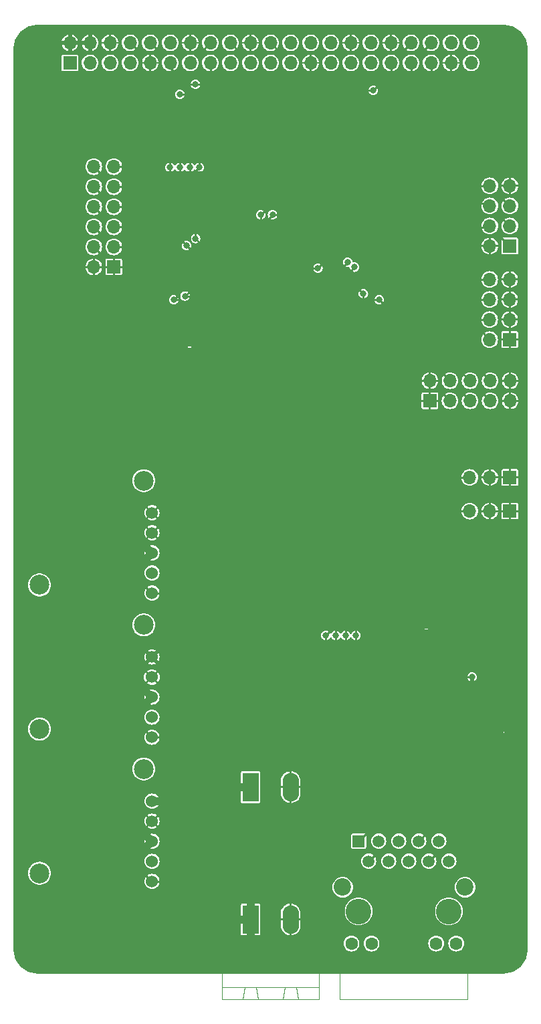
<source format=gbp>
%TF.GenerationSoftware,KiCad,Pcbnew,7.0.10*%
%TF.CreationDate,2024-02-13T21:18:39-05:00*%
%TF.ProjectId,JoyStick-Hat,4a6f7953-7469-4636-9b2d-4861742e6b69,rev?*%
%TF.SameCoordinates,Original*%
%TF.FileFunction,Paste,Bot*%
%TF.FilePolarity,Positive*%
%FSLAX46Y46*%
G04 Gerber Fmt 4.6, Leading zero omitted, Abs format (unit mm)*
G04 Created by KiCad (PCBNEW 7.0.10) date 2024-02-13 21:18:39*
%MOMM*%
%LPD*%
G01*
G04 APERTURE LIST*
G04 Aperture macros list*
%AMRoundRect*
0 Rectangle with rounded corners*
0 $1 Rounding radius*
0 $2 $3 $4 $5 $6 $7 $8 $9 X,Y pos of 4 corners*
0 Add a 4 corners polygon primitive as box body*
4,1,4,$2,$3,$4,$5,$6,$7,$8,$9,$2,$3,0*
0 Add four circle primitives for the rounded corners*
1,1,$1+$1,$2,$3*
1,1,$1+$1,$4,$5*
1,1,$1+$1,$6,$7*
1,1,$1+$1,$8,$9*
0 Add four rect primitives between the rounded corners*
20,1,$1+$1,$2,$3,$4,$5,0*
20,1,$1+$1,$4,$5,$6,$7,0*
20,1,$1+$1,$6,$7,$8,$9,0*
20,1,$1+$1,$8,$9,$2,$3,0*%
G04 Aperture macros list end*
%TA.AperFunction,SMDPad,CuDef*%
%ADD10RoundRect,0.139750X-0.165250X0.139750X-0.165250X-0.139750X0.165250X-0.139750X0.165250X0.139750X0*%
%TD*%
%TA.AperFunction,SMDPad,CuDef*%
%ADD11RoundRect,0.139750X-0.139750X-0.165250X0.139750X-0.165250X0.139750X0.165250X-0.139750X0.165250X0*%
%TD*%
%TA.AperFunction,SMDPad,CuDef*%
%ADD12RoundRect,0.139750X0.165250X-0.139750X0.165250X0.139750X-0.165250X0.139750X-0.165250X-0.139750X0*%
%TD*%
%TA.AperFunction,SMDPad,CuDef*%
%ADD13RoundRect,0.187500X-0.187500X-0.312500X0.187500X-0.312500X0.187500X0.312500X-0.187500X0.312500X0*%
%TD*%
%TA.AperFunction,ComponentPad*%
%ADD14R,2.080000X3.600000*%
%TD*%
%TA.AperFunction,ComponentPad*%
%ADD15O,2.080000X3.600000*%
%TD*%
%TA.AperFunction,WasherPad*%
%ADD16C,4.500000*%
%TD*%
%TA.AperFunction,SMDPad,CuDef*%
%ADD17RoundRect,0.139750X0.139750X0.165250X-0.139750X0.165250X-0.139750X-0.165250X0.139750X-0.165250X0*%
%TD*%
%TA.AperFunction,SMDPad,CuDef*%
%ADD18RoundRect,0.185000X0.185000X0.315000X-0.185000X0.315000X-0.185000X-0.315000X0.185000X-0.315000X0*%
%TD*%
%TA.AperFunction,SMDPad,CuDef*%
%ADD19RoundRect,0.187500X0.187500X0.312500X-0.187500X0.312500X-0.187500X-0.312500X0.187500X-0.312500X0*%
%TD*%
%TA.AperFunction,SMDPad,CuDef*%
%ADD20R,0.533400X1.879600*%
%TD*%
%TA.AperFunction,ComponentPad*%
%ADD21R,1.700000X1.700000*%
%TD*%
%TA.AperFunction,ComponentPad*%
%ADD22O,1.700000X1.700000*%
%TD*%
%TA.AperFunction,SMDPad,CuDef*%
%ADD23R,3.200000X4.200000*%
%TD*%
%TA.AperFunction,SMDPad,CuDef*%
%ADD24RoundRect,0.625000X-1.375000X-0.625000X1.375000X-0.625000X1.375000X0.625000X-1.375000X0.625000X0*%
%TD*%
%TA.AperFunction,SMDPad,CuDef*%
%ADD25R,0.750000X2.800000*%
%TD*%
%TA.AperFunction,SMDPad,CuDef*%
%ADD26RoundRect,0.187500X-0.312500X0.187500X-0.312500X-0.187500X0.312500X-0.187500X0.312500X0.187500X0*%
%TD*%
%TA.AperFunction,SMDPad,CuDef*%
%ADD27RoundRect,0.147500X0.162500X-0.147500X0.162500X0.147500X-0.162500X0.147500X-0.162500X-0.147500X0*%
%TD*%
%TA.AperFunction,SMDPad,CuDef*%
%ADD28RoundRect,0.275000X0.275000X0.575000X-0.275000X0.575000X-0.275000X-0.575000X0.275000X-0.575000X0*%
%TD*%
%TA.AperFunction,SMDPad,CuDef*%
%ADD29R,1.400000X2.100000*%
%TD*%
%TA.AperFunction,ComponentPad*%
%ADD30R,1.500000X1.500000*%
%TD*%
%TA.AperFunction,ComponentPad*%
%ADD31C,1.500000*%
%TD*%
%TA.AperFunction,ComponentPad*%
%ADD32C,1.600000*%
%TD*%
%TA.AperFunction,ComponentPad*%
%ADD33C,2.200000*%
%TD*%
%TA.AperFunction,SMDPad,CuDef*%
%ADD34R,1.498600X0.635000*%
%TD*%
%TA.AperFunction,SMDPad,CuDef*%
%ADD35RoundRect,0.400000X-0.900000X-0.400000X0.900000X-0.400000X0.900000X0.400000X-0.900000X0.400000X0*%
%TD*%
%TA.AperFunction,SMDPad,CuDef*%
%ADD36RoundRect,0.185000X-0.185000X-0.315000X0.185000X-0.315000X0.185000X0.315000X-0.185000X0.315000X0*%
%TD*%
%TA.AperFunction,SMDPad,CuDef*%
%ADD37RoundRect,0.275000X0.275000X0.675000X-0.275000X0.675000X-0.275000X-0.675000X0.275000X-0.675000X0*%
%TD*%
%TA.AperFunction,SMDPad,CuDef*%
%ADD38RoundRect,0.185000X-0.315000X0.185000X-0.315000X-0.185000X0.315000X-0.185000X0.315000X0.185000X0*%
%TD*%
%TA.AperFunction,ComponentPad*%
%ADD39C,2.500000*%
%TD*%
%TA.AperFunction,ComponentPad*%
%ADD40C,1.524000*%
%TD*%
%TA.AperFunction,SMDPad,CuDef*%
%ADD41RoundRect,0.275000X-0.575000X0.275000X-0.575000X-0.275000X0.575000X-0.275000X0.575000X0.275000X0*%
%TD*%
%TA.AperFunction,SMDPad,CuDef*%
%ADD42RoundRect,0.075000X0.075000X-0.725000X0.075000X0.725000X-0.075000X0.725000X-0.075000X-0.725000X0*%
%TD*%
%TA.AperFunction,SMDPad,CuDef*%
%ADD43RoundRect,0.075000X0.725000X-0.075000X0.725000X0.075000X-0.725000X0.075000X-0.725000X-0.075000X0*%
%TD*%
%TA.AperFunction,SMDPad,CuDef*%
%ADD44RoundRect,0.300000X-0.600000X-0.300000X0.600000X-0.300000X0.600000X0.300000X-0.600000X0.300000X0*%
%TD*%
%TA.AperFunction,SMDPad,CuDef*%
%ADD45R,0.900000X1.200000*%
%TD*%
%TA.AperFunction,SMDPad,CuDef*%
%ADD46R,2.413000X1.625600*%
%TD*%
%TA.AperFunction,SMDPad,CuDef*%
%ADD47RoundRect,0.225000X0.225000X0.525000X-0.225000X0.525000X-0.225000X-0.525000X0.225000X-0.525000X0*%
%TD*%
%TA.AperFunction,ViaPad*%
%ADD48C,0.800000*%
%TD*%
%TA.AperFunction,Conductor*%
%ADD49C,0.250000*%
%TD*%
%TA.AperFunction,Conductor*%
%ADD50C,0.750000*%
%TD*%
%TA.AperFunction,Conductor*%
%ADD51C,0.500000*%
%TD*%
%TA.AperFunction,Conductor*%
%ADD52C,1.000000*%
%TD*%
%ADD53C,0.300000*%
%ADD54C,0.200000*%
%ADD55C,0.150000*%
%ADD56C,0.100000*%
%ADD57C,0.120000*%
%ADD58C,0.152400*%
%ADD59C,0.500000*%
%ADD60C,0.650000*%
%ADD61C,0.350000*%
%ADD62C,0.060000*%
%ADD63C,0.400000*%
%ADD64C,0.050000*%
%ADD65RoundRect,0.190750X-0.216250X0.190750X-0.216250X-0.190750X0.216250X-0.190750X0.216250X0.190750X0*%
%ADD66RoundRect,0.190750X-0.190750X-0.216250X0.190750X-0.216250X0.190750X0.216250X-0.190750X0.216250X0*%
%ADD67RoundRect,0.190750X0.216250X-0.190750X0.216250X0.190750X-0.216250X0.190750X-0.216250X-0.190750X0*%
%ADD68RoundRect,0.187500X-0.187500X-0.312500X0.187500X-0.312500X0.187500X0.312500X-0.187500X0.312500X0*%
%ADD69R,2.080000X3.600000*%
%ADD70O,2.080000X3.600000*%
%ADD71C,4.500000*%
%ADD72RoundRect,0.190750X0.190750X0.216250X-0.190750X0.216250X-0.190750X-0.216250X0.190750X-0.216250X0*%
%ADD73RoundRect,0.236000X0.236000X0.366000X-0.236000X0.366000X-0.236000X-0.366000X0.236000X-0.366000X0*%
%ADD74RoundRect,0.187500X0.187500X0.312500X-0.187500X0.312500X-0.187500X-0.312500X0.187500X-0.312500X0*%
%ADD75R,0.533400X1.879600*%
%ADD76R,1.700000X1.700000*%
%ADD77O,1.700000X1.700000*%
%ADD78R,3.200000X4.200000*%
%ADD79RoundRect,0.625000X-1.375000X-0.625000X1.375000X-0.625000X1.375000X0.625000X-1.375000X0.625000X0*%
%ADD80RoundRect,0.102000X-0.375000X-1.400000X0.375000X-1.400000X0.375000X1.400000X-0.375000X1.400000X0*%
%ADD81RoundRect,0.187500X-0.312500X0.187500X-0.312500X-0.187500X0.312500X-0.187500X0.312500X0.187500X0*%
%ADD82RoundRect,0.198500X0.213500X-0.198500X0.213500X0.198500X-0.213500X0.198500X-0.213500X-0.198500X0*%
%ADD83RoundRect,0.326000X0.326000X0.626000X-0.326000X0.626000X-0.326000X-0.626000X0.326000X-0.626000X0*%
%ADD84R,1.400000X2.100000*%
%ADD85C,3.250000*%
%ADD86R,1.500000X1.500000*%
%ADD87C,1.500000*%
%ADD88C,1.600000*%
%ADD89C,2.200000*%
%ADD90R,1.498600X0.635000*%
%ADD91RoundRect,0.400000X-0.900000X-0.400000X0.900000X-0.400000X0.900000X0.400000X-0.900000X0.400000X0*%
%ADD92RoundRect,0.236000X-0.236000X-0.366000X0.236000X-0.366000X0.236000X0.366000X-0.236000X0.366000X0*%
%ADD93RoundRect,0.326000X0.326000X0.726000X-0.326000X0.726000X-0.326000X-0.726000X0.326000X-0.726000X0*%
%ADD94RoundRect,0.236000X-0.366000X0.236000X-0.366000X-0.236000X0.366000X-0.236000X0.366000X0.236000X0*%
%ADD95C,2.500000*%
%ADD96C,1.524000*%
%ADD97RoundRect,0.326000X-0.626000X0.326000X-0.626000X-0.326000X0.626000X-0.326000X0.626000X0.326000X0*%
%ADD98RoundRect,0.075000X0.075000X-0.725000X0.075000X0.725000X-0.075000X0.725000X-0.075000X-0.725000X0*%
%ADD99RoundRect,0.075000X0.725000X-0.075000X0.725000X0.075000X-0.725000X0.075000X-0.725000X-0.075000X0*%
%ADD100RoundRect,0.351000X-0.651000X-0.351000X0.651000X-0.351000X0.651000X0.351000X-0.651000X0.351000X0*%
%ADD101R,0.900000X1.200000*%
%ADD102R,2.413000X1.625600*%
%ADD103RoundRect,0.225000X0.225000X0.525000X-0.225000X0.525000X-0.225000X-0.525000X0.225000X-0.525000X0*%
%TA.AperFunction,Profile*%
%ADD104C,0.200000*%
%TD*%
G04 APERTURE END LIST*
D10*
%TO.P,C16,1*%
%TO.N,+3.3V*%
X242250000Y-78767000D03*
%TO.P,C16,2*%
%TO.N,GND*%
X242250000Y-79733000D03*
%TD*%
D11*
%TO.P,C2,1*%
%TO.N,/STM32F446RET6-MCU/OSC_IN*%
X231956500Y-91750000D03*
%TO.P,C2,2*%
%TO.N,GND*%
X232922500Y-91750000D03*
%TD*%
D12*
%TO.P,C11,1*%
%TO.N,+3.3V*%
X242250000Y-66733000D03*
%TO.P,C11,2*%
%TO.N,GND*%
X242250000Y-65767000D03*
%TD*%
D11*
%TO.P,C15,1*%
%TO.N,+3.3V*%
X236017000Y-83250000D03*
%TO.P,C15,2*%
%TO.N,GND*%
X236983000Y-83250000D03*
%TD*%
D13*
%TO.P,D15,1*%
%TO.N,Net-(D15-Pad1)*%
X259750000Y-51250000D03*
%TO.P,D15,2*%
%TO.N,GND*%
X261250000Y-51250000D03*
%TD*%
D14*
%TO.P,J9,1,1*%
%TO.N,+12V*%
X229960000Y-135957500D03*
D15*
%TO.P,J9,2,2*%
%TO.N,GND*%
X235040000Y-135957500D03*
%TD*%
D16*
%TO.P,H5,*%
%TO.N,*%
X203500000Y-156000000D03*
%TD*%
D17*
%TO.P,R34,1*%
%TO.N,+3.3V*%
X253468000Y-77470000D03*
%TO.P,R34,2*%
%TO.N,/JoyStick Interface/BUTTON1*%
X252502000Y-77470000D03*
%TD*%
D18*
%TO.P,R26,1*%
%TO.N,Net-(D11-Pad1)*%
X258430000Y-52750000D03*
%TO.P,R26,2*%
%TO.N,Net-(J7-GPIO25)*%
X257070000Y-52750000D03*
%TD*%
D11*
%TO.P,R33,1*%
%TO.N,+3.3V*%
X256267000Y-60585000D03*
%TO.P,R33,2*%
%TO.N,/JoyStick Interface/ROTARY1_POLE3*%
X257233000Y-60585000D03*
%TD*%
D13*
%TO.P,D12,1*%
%TO.N,Net-(D12-Pad1)*%
X259750000Y-46750000D03*
%TO.P,D12,2*%
%TO.N,GND*%
X261250000Y-46750000D03*
%TD*%
D19*
%TO.P,D6,1*%
%TO.N,Net-(D6-Pad1)*%
X205000000Y-83000000D03*
%TO.P,D6,2*%
%TO.N,GND*%
X203500000Y-83000000D03*
%TD*%
D20*
%TO.P,U4,1,VCC1*%
%TO.N,+3.3V*%
X239495000Y-127749800D03*
%TO.P,U4,2,ST1*%
%TO.N,Net-(U4-ST1)*%
X240765000Y-127749800D03*
%TO.P,U4,3,ST2*%
%TO.N,Net-(U4-ST2)*%
X242035000Y-127749800D03*
%TO.P,U4,4,GND1*%
%TO.N,GND*%
X243305000Y-127749800D03*
%TO.P,U4,11,GND2*%
%TO.N,Earth*%
X252195000Y-127749800D03*
%TO.P,U4,12,Z*%
%TO.N,Net-(U4-Z)*%
X253465000Y-127749800D03*
%TO.P,U4,13,Y*%
%TO.N,Net-(U4-Y)*%
X254735000Y-127749800D03*
%TO.P,U4,14,VCC2*%
%TO.N,+5V*%
X256005000Y-127749800D03*
%TO.P,U4,15,B*%
%TO.N,Net-(U4-B)*%
X256005000Y-118250200D03*
%TO.P,U4,16,A*%
%TO.N,Net-(U4-A)*%
X254735000Y-118250200D03*
%TO.P,U4,17,RO2*%
%TO.N,unconnected-(U4-RO2-Pad17)*%
X253465000Y-118250200D03*
%TO.P,U4,18,SLO*%
%TO.N,Earth*%
X252195000Y-118250200D03*
%TO.P,U4,25,DI*%
%TO.N,/RS485 To Motor Controller Interface/RS485_TXD*%
X243305000Y-118250200D03*
%TO.P,U4,26,DE*%
%TO.N,/RS485 To Motor Controller Interface/RS485_RX_EN*%
X242035000Y-118250200D03*
%TO.P,U4,27,RE*%
%TO.N,/RS485 To Motor Controller Interface/RS485_TX_EN*%
X240765000Y-118250200D03*
%TO.P,U4,28,RO1*%
%TO.N,/RS485 To Motor Controller Interface/RS485_RXD*%
X239495000Y-118250200D03*
%TD*%
D21*
%TO.P,J10,1,Pin_1*%
%TO.N,GND*%
X212650000Y-70100000D03*
D22*
%TO.P,J10,2,Pin_2*%
X210110000Y-70100000D03*
%TO.P,J10,3,Pin_3*%
%TO.N,/STM32F446RET6-MCU/PD5*%
X212650000Y-67560000D03*
%TO.P,J10,4,Pin_4*%
%TO.N,/STM32F446RET6-MCU/PD6*%
X210110000Y-67560000D03*
%TO.P,J10,5,Pin_5*%
%TO.N,/STM32F446RET6-MCU/PD3*%
X212650000Y-65020000D03*
%TO.P,J10,6,Pin_6*%
%TO.N,/STM32F446RET6-MCU/PD4*%
X210110000Y-65020000D03*
%TO.P,J10,7,Pin_7*%
%TO.N,/STM32F446RET6-MCU/PD1*%
X212650000Y-62480000D03*
%TO.P,J10,8,Pin_8*%
%TO.N,/STM32F446RET6-MCU/PD2*%
X210110000Y-62480000D03*
%TO.P,J10,9,Pin_9*%
%TO.N,/STM32F446RET6-MCU/PC12*%
X212650000Y-59940000D03*
%TO.P,J10,10,Pin_10*%
%TO.N,/STM32F446RET6-MCU/PD0*%
X210110000Y-59940000D03*
%TO.P,J10,11,Pin_11*%
%TO.N,/STM32F446RET6-MCU/PC10*%
X212650000Y-57400000D03*
%TO.P,J10,12,Pin_12*%
%TO.N,/STM32F446RET6-MCU/PC11*%
X210110000Y-57400000D03*
%TD*%
D18*
%TO.P,R24,1*%
%TO.N,Net-(D9-Pad1)*%
X258430000Y-57250000D03*
%TO.P,R24,2*%
%TO.N,Net-(J7-GPIO23)*%
X257070000Y-57250000D03*
%TD*%
%TO.P,R8,1*%
%TO.N,Net-(U1-PE0)*%
X207930000Y-86000000D03*
%TO.P,R8,2*%
%TO.N,Net-(D1-Pad1)*%
X206570000Y-86000000D03*
%TD*%
D13*
%TO.P,D17,1*%
%TO.N,Net-(D17-Pad1)*%
X259750000Y-48250000D03*
%TO.P,D17,2*%
%TO.N,GND*%
X261250000Y-48250000D03*
%TD*%
D18*
%TO.P,R11,1*%
%TO.N,Net-(D15-Pad1)*%
X258430000Y-51250000D03*
%TO.P,R11,2*%
%TO.N,Net-(J7-PWM1{slash}GPIO13)*%
X257070000Y-51250000D03*
%TD*%
D19*
%TO.P,D1,1*%
%TO.N,Net-(D1-Pad1)*%
X205000000Y-86000000D03*
%TO.P,D1,2*%
%TO.N,GND*%
X203500000Y-86000000D03*
%TD*%
D11*
%TO.P,C9,1*%
%TO.N,GND*%
X226023500Y-86750000D03*
%TO.P,C9,2*%
%TO.N,/STM32F446RET6-MCU/OSC32_IN*%
X226989500Y-86750000D03*
%TD*%
D23*
%TO.P,J2,1,+*%
%TO.N,/STM32F446RET6-MCU/VBAT*%
X221850000Y-104250000D03*
%TO.P,J2,2,-*%
%TO.N,GND*%
X251150000Y-104250000D03*
%TD*%
D24*
%TO.P,C20,1*%
%TO.N,+24V*%
X215300000Y-154500000D03*
%TO.P,C20,2*%
%TO.N,GND*%
X209200000Y-154500000D03*
%TD*%
D25*
%TO.P,J1,1,1*%
%TO.N,+3.3V*%
X224790000Y-59540000D03*
%TO.P,J1,2,2*%
%TO.N,/STM32F446RET6-MCU/SWDIO_TMS*%
X224790000Y-55480000D03*
%TO.P,J1,3,3*%
%TO.N,GND*%
X223520000Y-59540000D03*
%TO.P,J1,4,4*%
%TO.N,/STM32F446RET6-MCU/SWCLK_TCK*%
X223520000Y-55480000D03*
%TO.P,J1,5,5*%
%TO.N,GND*%
X222250000Y-59540000D03*
%TO.P,J1,6,6*%
%TO.N,/STM32F446RET6-MCU/SWO_TDO*%
X222250000Y-55480000D03*
%TO.P,J1,7,7*%
%TO.N,unconnected-(J1-Pad7)*%
X220980000Y-59540000D03*
%TO.P,J1,8,8*%
%TO.N,/STM32F446RET6-MCU/SWO_TDI*%
X220980000Y-55480000D03*
%TO.P,J1,9,9*%
%TO.N,GND*%
X219710000Y-59540000D03*
%TO.P,J1,10,10*%
%TO.N,/STM32F446RET6-MCU/NJTRST*%
X219710000Y-55480000D03*
%TD*%
D11*
%TO.P,C1,1*%
%TO.N,/STM32F446RET6-MCU/VCAP1*%
X243767000Y-67250000D03*
%TO.P,C1,2*%
%TO.N,GND*%
X244733000Y-67250000D03*
%TD*%
D17*
%TO.P,C5,1*%
%TO.N,/STM32F446RET6-MCU/NRST*%
X263716000Y-118250000D03*
%TO.P,C5,2*%
%TO.N,GND*%
X262750000Y-118250000D03*
%TD*%
D18*
%TO.P,R9,1*%
%TO.N,Net-(U1-PE1)*%
X207930000Y-87500000D03*
%TO.P,R9,2*%
%TO.N,Net-(D2-Pad1)*%
X206570000Y-87500000D03*
%TD*%
D26*
%TO.P,D18,1*%
%TO.N,Net-(D18-Pad1)*%
X244000000Y-89750000D03*
%TO.P,D18,2*%
%TO.N,GND*%
X244000000Y-91250000D03*
%TD*%
D11*
%TO.P,R30,1*%
%TO.N,+3.3V*%
X256267000Y-65085000D03*
%TO.P,R30,2*%
%TO.N,/JoyStick Interface/ROTARY2_POLE3*%
X257233000Y-65085000D03*
%TD*%
%TO.P,R32,1*%
%TO.N,+3.3V*%
X256267000Y-63585000D03*
%TO.P,R32,2*%
%TO.N,/JoyStick Interface/ROTARY1_POLE2*%
X257233000Y-63585000D03*
%TD*%
D21*
%TO.P,J4,1,Pin_1*%
%TO.N,GND*%
X262775000Y-79300000D03*
D22*
%TO.P,J4,2,Pin_2*%
%TO.N,/JoyStick Interface/BUTTON1*%
X260235000Y-79300000D03*
%TO.P,J4,3,Pin_3*%
%TO.N,GND*%
X262775000Y-76760000D03*
%TO.P,J4,4,Pin_4*%
%TO.N,/JoyStick Interface/BUTTON2*%
X260235000Y-76760000D03*
%TO.P,J4,5,Pin_5*%
%TO.N,GND*%
X262775000Y-74220000D03*
%TO.P,J4,6,Pin_6*%
%TO.N,/JoyStick Interface/BUTTON3*%
X260235000Y-74220000D03*
%TO.P,J4,7,Pin_7*%
%TO.N,GND*%
X262775000Y-71680000D03*
%TO.P,J4,8,Pin_8*%
%TO.N,/JoyStick Interface/BUTTON4*%
X260235000Y-71680000D03*
%TD*%
D18*
%TO.P,R27,1*%
%TO.N,Net-(D12-Pad1)*%
X258430000Y-46750000D03*
%TO.P,R27,2*%
%TO.N,Net-(J7-GPIO26)*%
X257070000Y-46750000D03*
%TD*%
D21*
%TO.P,J3,1,Pin_1*%
%TO.N,+3.3V*%
X252675000Y-87040000D03*
D22*
%TO.P,J3,2,Pin_2*%
X252675000Y-84500000D03*
%TO.P,J3,3,Pin_3*%
%TO.N,/STM32F446RET6-MCU/LED_DRIVER_XLAT*%
X255215000Y-87040000D03*
%TO.P,J3,4,Pin_4*%
%TO.N,/STM32F446RET6-MCU/LED_DRIVER_SCLK*%
X255215000Y-84500000D03*
%TO.P,J3,5,Pin_5*%
%TO.N,/STM32F446RET6-MCU/LED_DRIVER_BLANK2*%
X257755000Y-87040000D03*
%TO.P,J3,6,Pin_6*%
%TO.N,/STM32F446RET6-MCU/LED_DRIVER_MOSI*%
X257755000Y-84500000D03*
%TO.P,J3,7,Pin_7*%
%TO.N,/STM32F446RET6-MCU/LED_DRIVER_BLANK*%
X260295000Y-87040000D03*
%TO.P,J3,8,Pin_8*%
%TO.N,/STM32F446RET6-MCU/LED_DRIVER_XLAT2*%
X260295000Y-84500000D03*
%TO.P,J3,9,Pin_9*%
%TO.N,GND*%
X262835000Y-87040000D03*
%TO.P,J3,10,Pin_10*%
X262835000Y-84500000D03*
%TD*%
D27*
%TO.P,L1,1*%
%TO.N,+3.3V*%
X238500000Y-87205000D03*
%TO.P,L1,2*%
%TO.N,/STM32F446RET6-MCU/VDDA*%
X238500000Y-86295000D03*
%TD*%
D10*
%TO.P,R4,1*%
%TO.N,+3.3V*%
X222250000Y-52027000D03*
%TO.P,R4,2*%
%TO.N,/STM32F446RET6-MCU/SWO_TDO*%
X222250000Y-52993000D03*
%TD*%
D18*
%TO.P,R17,1*%
%TO.N,Net-(D16-Pad1)*%
X258430000Y-49750000D03*
%TO.P,R17,2*%
%TO.N,Net-(J7-GPIO19{slash}MISO1)*%
X257070000Y-49750000D03*
%TD*%
D21*
%TO.P,J14,1,Pin_1*%
%TO.N,GND*%
X262790000Y-96750000D03*
D22*
%TO.P,J14,2,Pin_2*%
%TO.N,+3.3V*%
X260250000Y-96750000D03*
%TO.P,J14,3,Pin_3*%
%TO.N,/JoyStick Interface/JOYSTICK_X*%
X257710000Y-96750000D03*
%TD*%
D28*
%TO.P,C28,1*%
%TO.N,Earth*%
X260825000Y-125500000D03*
%TO.P,C28,2*%
%TO.N,+5V*%
X258175000Y-125500000D03*
%TD*%
D19*
%TO.P,D3,1*%
%TO.N,Net-(D3-Pad1)*%
X205000000Y-78500000D03*
%TO.P,D3,2*%
%TO.N,GND*%
X203500000Y-78500000D03*
%TD*%
D29*
%TO.P,SW1,1*%
%TO.N,/STM32F446RET6-MCU/NRST*%
X263750000Y-105950000D03*
%TO.P,SW1,2*%
X263750000Y-115050000D03*
%TO.P,SW1,3*%
%TO.N,GND*%
X259250000Y-105950000D03*
%TO.P,SW1,4*%
X259250000Y-115050000D03*
%TD*%
D30*
%TO.P,J5,1*%
%TO.N,Net-(U4-Z)*%
X243655000Y-142780000D03*
D31*
%TO.P,J5,2*%
%TO.N,Net-(U4-Y)*%
X244925000Y-145320000D03*
%TO.P,J5,3*%
%TO.N,unconnected-(J5-Pad3)*%
X246195000Y-142780000D03*
%TO.P,J5,4*%
%TO.N,unconnected-(J5-Pad4)*%
X247465000Y-145320000D03*
%TO.P,J5,5*%
%TO.N,unconnected-(J5-Pad5)*%
X248735000Y-142780000D03*
%TO.P,J5,6*%
%TO.N,unconnected-(J5-Pad6)*%
X250005000Y-145320000D03*
%TO.P,J5,7*%
%TO.N,Net-(U4-B)*%
X251275000Y-142780000D03*
%TO.P,J5,8*%
%TO.N,Net-(U4-A)*%
X252545000Y-145320000D03*
%TO.P,J5,9*%
%TO.N,unconnected-(J5-Pad9)*%
X253815000Y-142780000D03*
%TO.P,J5,10*%
%TO.N,unconnected-(J5-Pad10)*%
X255085000Y-145320000D03*
D32*
%TO.P,J5,11*%
%TO.N,unconnected-(J5-Pad11)*%
X242740000Y-155750000D03*
%TO.P,J5,12*%
%TO.N,unconnected-(J5-Pad12)*%
X245280000Y-155750000D03*
%TO.P,J5,13*%
%TO.N,N/C*%
X253460000Y-155750000D03*
%TO.P,J5,14*%
X256000000Y-155750000D03*
D33*
%TO.P,J5,SH*%
%TO.N,unconnected-(J5-PadSH)*%
X241625000Y-148620000D03*
X257115000Y-148620000D03*
%TD*%
D18*
%TO.P,R13,1*%
%TO.N,Net-(U1-PB6)*%
X207930000Y-80000000D03*
%TO.P,R13,2*%
%TO.N,Net-(D4-Pad1)*%
X206570000Y-80000000D03*
%TD*%
D11*
%TO.P,C7,1*%
%TO.N,/STM32F446RET6-MCU/VDDA*%
X238517000Y-85250000D03*
%TO.P,C7,2*%
%TO.N,GND*%
X239483000Y-85250000D03*
%TD*%
D18*
%TO.P,R25,1*%
%TO.N,Net-(D10-Pad1)*%
X258430000Y-54250000D03*
%TO.P,R25,2*%
%TO.N,Net-(J7-GPIO24)*%
X257070000Y-54250000D03*
%TD*%
D13*
%TO.P,D10,1*%
%TO.N,Net-(D10-Pad1)*%
X259750000Y-54250000D03*
%TO.P,D10,2*%
%TO.N,GND*%
X261250000Y-54250000D03*
%TD*%
D18*
%TO.P,R23,1*%
%TO.N,Net-(D8-Pad1)*%
X258430000Y-55750000D03*
%TO.P,R23,2*%
%TO.N,Net-(J7-GPIO22)*%
X257070000Y-55750000D03*
%TD*%
D10*
%TO.P,R2,1*%
%TO.N,+3.3V*%
X224750000Y-52027000D03*
%TO.P,R2,2*%
%TO.N,/STM32F446RET6-MCU/SWDIO_TMS*%
X224750000Y-52993000D03*
%TD*%
D11*
%TO.P,C10,1*%
%TO.N,+3.3V*%
X238517000Y-88250000D03*
%TO.P,C10,2*%
%TO.N,GND*%
X239483000Y-88250000D03*
%TD*%
D21*
%TO.P,J7,1,3V3*%
%TO.N,unconnected-(J7-3V3-Pad1)*%
X207100000Y-44270000D03*
D22*
%TO.P,J7,2,5V*%
%TO.N,+5V*%
X207100000Y-41730000D03*
%TO.P,J7,3,SDA/GPIO2*%
%TO.N,unconnected-(J7-SDA{slash}GPIO2-Pad3)*%
X209640000Y-44270000D03*
%TO.P,J7,4,5V*%
%TO.N,+5V*%
X209640000Y-41730000D03*
%TO.P,J7,5,SCL/GPIO3*%
%TO.N,unconnected-(J7-SCL{slash}GPIO3-Pad5)*%
X212180000Y-44270000D03*
%TO.P,J7,6,GND*%
%TO.N,GND*%
X212180000Y-41730000D03*
%TO.P,J7,7,GCLK0/GPIO4*%
%TO.N,unconnected-(J7-GCLK0{slash}GPIO4-Pad7)*%
X214720000Y-44270000D03*
%TO.P,J7,8,GPIO14/TXD*%
%TO.N,/RPi_Interface/RPI_ST_UART_TX*%
X214720000Y-41730000D03*
%TO.P,J7,9,GND*%
%TO.N,GND*%
X217260000Y-44270000D03*
%TO.P,J7,10,GPIO15/RXD*%
%TO.N,/RPi_Interface/RPI_ST_UART_RX*%
X217260000Y-41730000D03*
%TO.P,J7,11,GPIO17*%
%TO.N,/RPi_Interface/RPI_ST_UART_RTS*%
X219800000Y-44270000D03*
%TO.P,J7,12,GPIO18/PWM0*%
%TO.N,unconnected-(J7-GPIO18{slash}PWM0-Pad12)*%
X219800000Y-41730000D03*
%TO.P,J7,13,GPIO27*%
%TO.N,unconnected-(J7-GPIO27-Pad13)*%
X222340000Y-44270000D03*
%TO.P,J7,14,GND*%
%TO.N,GND*%
X222340000Y-41730000D03*
%TO.P,J7,15,GPIO22*%
%TO.N,Net-(J7-GPIO22)*%
X224880000Y-44270000D03*
%TO.P,J7,16,GPIO23*%
%TO.N,Net-(J7-GPIO23)*%
X224880000Y-41730000D03*
%TO.P,J7,17,3V3*%
%TO.N,unconnected-(J7-3V3-Pad17)*%
X227420000Y-44270000D03*
%TO.P,J7,18,GPIO24*%
%TO.N,Net-(J7-GPIO24)*%
X227420000Y-41730000D03*
%TO.P,J7,19,MOSI0/GPIO10*%
%TO.N,unconnected-(J7-MOSI0{slash}GPIO10-Pad19)*%
X229960000Y-44270000D03*
%TO.P,J7,20,GND*%
%TO.N,GND*%
X229960000Y-41730000D03*
%TO.P,J7,21,MISO0/GPIO9*%
%TO.N,unconnected-(J7-MISO0{slash}GPIO9-Pad21)*%
X232500000Y-44270000D03*
%TO.P,J7,22,GPIO25*%
%TO.N,Net-(J7-GPIO25)*%
X232500000Y-41730000D03*
%TO.P,J7,23,SCLK0/GPIO11*%
%TO.N,unconnected-(J7-SCLK0{slash}GPIO11-Pad23)*%
X235040000Y-44270000D03*
%TO.P,J7,24,~{CE0}/GPIO8*%
%TO.N,unconnected-(J7-~{CE0}{slash}GPIO8-Pad24)*%
X235040000Y-41730000D03*
%TO.P,J7,25,GND*%
%TO.N,GND*%
X237580000Y-44270000D03*
%TO.P,J7,26,~{CE1}/GPIO7*%
%TO.N,unconnected-(J7-~{CE1}{slash}GPIO7-Pad26)*%
X237580000Y-41730000D03*
%TO.P,J7,27,ID_SD/GPIO0*%
%TO.N,unconnected-(J7-ID_SD{slash}GPIO0-Pad27)*%
X240120000Y-44270000D03*
%TO.P,J7,28,ID_SC/GPIO1*%
%TO.N,unconnected-(J7-ID_SC{slash}GPIO1-Pad28)*%
X240120000Y-41730000D03*
%TO.P,J7,29,GCLK1/GPIO5*%
%TO.N,unconnected-(J7-GCLK1{slash}GPIO5-Pad29)*%
X242660000Y-44270000D03*
%TO.P,J7,30,GND*%
%TO.N,GND*%
X242660000Y-41730000D03*
%TO.P,J7,31,GCLK2/GPIO6*%
%TO.N,unconnected-(J7-GCLK2{slash}GPIO6-Pad31)*%
X245200000Y-44270000D03*
%TO.P,J7,32,PWM0/GPIO12*%
%TO.N,unconnected-(J7-PWM0{slash}GPIO12-Pad32)*%
X245200000Y-41730000D03*
%TO.P,J7,33,PWM1/GPIO13*%
%TO.N,Net-(J7-PWM1{slash}GPIO13)*%
X247740000Y-44270000D03*
%TO.P,J7,34,GND*%
%TO.N,GND*%
X247740000Y-41730000D03*
%TO.P,J7,35,GPIO19/MISO1*%
%TO.N,Net-(J7-GPIO19{slash}MISO1)*%
X250280000Y-44270000D03*
%TO.P,J7,36,GPIO16*%
%TO.N,/RPi_Interface/RPI_ST_UART_CTS*%
X250280000Y-41730000D03*
%TO.P,J7,37,GPIO26*%
%TO.N,Net-(J7-GPIO26)*%
X252820000Y-44270000D03*
%TO.P,J7,38,GPIO20/MOSI1*%
%TO.N,Net-(J7-GPIO20{slash}MOSI1)*%
X252820000Y-41730000D03*
%TO.P,J7,39,GND*%
%TO.N,GND*%
X255360000Y-44270000D03*
%TO.P,J7,40,GPIO21/SCLK1*%
%TO.N,unconnected-(J7-GPIO21{slash}SCLK1-Pad40)*%
X255360000Y-41730000D03*
%TO.P,J7,41*%
%TO.N,N/C*%
X257900000Y-44270000D03*
%TO.P,J7,42*%
X257900000Y-41730000D03*
%TD*%
D18*
%TO.P,R18,1*%
%TO.N,Net-(D17-Pad1)*%
X258430000Y-48250000D03*
%TO.P,R18,2*%
%TO.N,Net-(J7-GPIO20{slash}MOSI1)*%
X257070000Y-48250000D03*
%TD*%
D13*
%TO.P,D11,1*%
%TO.N,Net-(D11-Pad1)*%
X259800000Y-52750000D03*
%TO.P,D11,2*%
%TO.N,GND*%
X261300000Y-52750000D03*
%TD*%
D18*
%TO.P,R15,1*%
%TO.N,Net-(U1-PB8)*%
X207930000Y-83000000D03*
%TO.P,R15,2*%
%TO.N,Net-(D6-Pad1)*%
X206570000Y-83000000D03*
%TD*%
D10*
%TO.P,R3,1*%
%TO.N,+3.3V*%
X223500000Y-52027000D03*
%TO.P,R3,2*%
%TO.N,/STM32F446RET6-MCU/SWCLK_TCK*%
X223500000Y-52993000D03*
%TD*%
D16*
%TO.P,H4,*%
%TO.N,*%
X261500000Y-92000000D03*
%TD*%
D17*
%TO.P,C6,1*%
%TO.N,/STM32F446RET6-MCU/VBAT*%
X228983000Y-83000000D03*
%TO.P,C6,2*%
%TO.N,GND*%
X228017000Y-83000000D03*
%TD*%
%TO.P,C8,1*%
%TO.N,GND*%
X229172500Y-86750000D03*
%TO.P,C8,2*%
%TO.N,/STM32F446RET6-MCU/OSC32_OUT*%
X228206500Y-86750000D03*
%TD*%
D34*
%TO.P,L3,1*%
%TO.N,Net-(U4-ST2)*%
X240897400Y-131709800D03*
%TO.P,L3,2*%
%TO.N,unconnected-(L3-Pad2)*%
X240897400Y-134249800D03*
%TO.P,L3,3*%
%TO.N,Net-(U4-ST1)*%
X240897400Y-136789800D03*
%TO.P,L3,4*%
%TO.N,Net-(D13-Pad1)*%
X249000000Y-136789800D03*
%TO.P,L3,5*%
%TO.N,unconnected-(L3-Pad5)*%
X249000000Y-134249800D03*
%TO.P,L3,6*%
%TO.N,Net-(D13-Pad2)*%
X249000000Y-131709800D03*
%TD*%
D10*
%TO.P,C13,1*%
%TO.N,+3.3V*%
X223250000Y-79767000D03*
%TO.P,C13,2*%
%TO.N,GND*%
X223250000Y-80733000D03*
%TD*%
D35*
%TO.P,C21,1*%
%TO.N,+24V*%
X223300000Y-156750000D03*
%TO.P,C21,2*%
%TO.N,GND*%
X219700000Y-156750000D03*
%TD*%
D10*
%TO.P,C14,1*%
%TO.N,+3.3V*%
X231500000Y-83517000D03*
%TO.P,C14,2*%
%TO.N,GND*%
X231500000Y-84483000D03*
%TD*%
D16*
%TO.P,H3,*%
%TO.N,*%
X203500000Y-92000000D03*
%TD*%
D36*
%TO.P,R20,1*%
%TO.N,/Power/5V_PG*%
X219570000Y-129750000D03*
%TO.P,R20,2*%
%TO.N,+3.3V*%
X220930000Y-129750000D03*
%TD*%
D19*
%TO.P,D2,1*%
%TO.N,Net-(D2-Pad1)*%
X205000000Y-87500000D03*
%TO.P,D2,2*%
%TO.N,GND*%
X203500000Y-87500000D03*
%TD*%
D18*
%TO.P,R16,1*%
%TO.N,Net-(U1-PB9)*%
X207930000Y-84500000D03*
%TO.P,R16,2*%
%TO.N,Net-(D7-Pad1)*%
X206570000Y-84500000D03*
%TD*%
D11*
%TO.P,R29,1*%
%TO.N,+3.3V*%
X256267000Y-62085000D03*
%TO.P,R29,2*%
%TO.N,/JoyStick Interface/ROTARY2_POLE2*%
X257233000Y-62085000D03*
%TD*%
D13*
%TO.P,D8,1*%
%TO.N,Net-(D8-Pad1)*%
X259750000Y-55750000D03*
%TO.P,D8,2*%
%TO.N,GND*%
X261250000Y-55750000D03*
%TD*%
D18*
%TO.P,R12,1*%
%TO.N,Net-(U1-PB5)*%
X207930000Y-78500000D03*
%TO.P,R12,2*%
%TO.N,Net-(D3-Pad1)*%
X206570000Y-78500000D03*
%TD*%
D13*
%TO.P,D16,1*%
%TO.N,Net-(D16-Pad1)*%
X259750000Y-49750000D03*
%TO.P,D16,2*%
%TO.N,GND*%
X261250000Y-49750000D03*
%TD*%
D37*
%TO.P,X2,1*%
%TO.N,/STM32F446RET6-MCU/OSC32_OUT*%
X228939500Y-88750000D03*
%TO.P,X2,2*%
%TO.N,/STM32F446RET6-MCU/OSC32_IN*%
X226439500Y-88750000D03*
%TD*%
D14*
%TO.P,J6,1,1*%
%TO.N,+24V*%
X229960000Y-152707500D03*
D15*
%TO.P,J6,2,2*%
%TO.N,GND*%
X235040000Y-152707500D03*
%TD*%
D17*
%TO.P,C12,1*%
%TO.N,+3.3V*%
X226733000Y-64000000D03*
%TO.P,C12,2*%
%TO.N,GND*%
X225767000Y-64000000D03*
%TD*%
D11*
%TO.P,R31,1*%
%TO.N,+3.3V*%
X256267000Y-66585000D03*
%TO.P,R31,2*%
%TO.N,/JoyStick Interface/ROTARY1_POLE1*%
X257233000Y-66585000D03*
%TD*%
%TO.P,R5,1*%
%TO.N,GND*%
X221517000Y-76750000D03*
%TO.P,R5,2*%
%TO.N,Net-(U1-BOOT0)*%
X222483000Y-76750000D03*
%TD*%
D36*
%TO.P,R21,1*%
%TO.N,/Power/3.3V_PG*%
X219570000Y-111500000D03*
%TO.P,R21,2*%
%TO.N,+3.3V*%
X220930000Y-111500000D03*
%TD*%
D38*
%TO.P,R19,1*%
%TO.N,Net-(U1-PA2)*%
X244000000Y-87000000D03*
%TO.P,R19,2*%
%TO.N,Net-(D18-Pad1)*%
X244000000Y-88360000D03*
%TD*%
D21*
%TO.P,J8,1,Pin_1*%
%TO.N,/JoyStick Interface/ROTARY1_POLE1*%
X262790000Y-67455000D03*
D22*
%TO.P,J8,2,Pin_2*%
%TO.N,GND*%
X260250000Y-67455000D03*
%TO.P,J8,3,Pin_3*%
%TO.N,/JoyStick Interface/ROTARY1_POLE2*%
X262790000Y-64915000D03*
%TO.P,J8,4,Pin_4*%
%TO.N,/JoyStick Interface/ROTARY2_POLE3*%
X260250000Y-64915000D03*
%TO.P,J8,5,Pin_5*%
%TO.N,/JoyStick Interface/ROTARY1_POLE3*%
X262790000Y-62375000D03*
%TO.P,J8,6,Pin_6*%
%TO.N,/JoyStick Interface/ROTARY2_POLE2*%
X260250000Y-62375000D03*
%TO.P,J8,7,Pin_7*%
%TO.N,GND*%
X262790000Y-59835000D03*
%TO.P,J8,8,Pin_8*%
%TO.N,/JoyStick Interface/ROTARY2_POLE1*%
X260250000Y-59835000D03*
%TD*%
D18*
%TO.P,R14,1*%
%TO.N,Net-(U1-PB7)*%
X207930000Y-81500000D03*
%TO.P,R14,2*%
%TO.N,Net-(D5-Pad1)*%
X206570000Y-81500000D03*
%TD*%
D19*
%TO.P,D4,1*%
%TO.N,Net-(D4-Pad1)*%
X205070000Y-80000000D03*
%TO.P,D4,2*%
%TO.N,GND*%
X203570000Y-80000000D03*
%TD*%
D35*
%TO.P,C22,1*%
%TO.N,+24V*%
X223300000Y-151750000D03*
%TO.P,C22,2*%
%TO.N,GND*%
X219700000Y-151750000D03*
%TD*%
D17*
%TO.P,R35,1*%
%TO.N,+3.3V*%
X253468000Y-75429000D03*
%TO.P,R35,2*%
%TO.N,/JoyStick Interface/BUTTON2*%
X252502000Y-75429000D03*
%TD*%
D39*
%TO.P,M3,*%
%TO.N,*%
X203250000Y-110350000D03*
X216450000Y-97156000D03*
D40*
%TO.P,M3,1,PG*%
%TO.N,/Power/3.3V_PG*%
X217480000Y-111380000D03*
%TO.P,M3,2,EN*%
%TO.N,unconnected-(M3-EN-Pad2)*%
X217480000Y-108840000D03*
%TO.P,M3,3,VIN*%
%TO.N,+24V*%
X217480000Y-106300000D03*
%TO.P,M3,4,GND*%
%TO.N,GND*%
X217480000Y-103760000D03*
%TO.P,M3,5,VOUT*%
%TO.N,+3.3V*%
X217480000Y-101220000D03*
%TD*%
D39*
%TO.P,M2,*%
%TO.N,*%
X203250000Y-128600000D03*
X216450000Y-115406000D03*
D40*
%TO.P,M2,1,PG*%
%TO.N,/Power/5V_PG*%
X217480000Y-129630000D03*
%TO.P,M2,2,EN*%
%TO.N,unconnected-(M2-EN-Pad2)*%
X217480000Y-127090000D03*
%TO.P,M2,3,VIN*%
%TO.N,+24V*%
X217480000Y-124550000D03*
%TO.P,M2,4,GND*%
%TO.N,GND*%
X217480000Y-122010000D03*
%TO.P,M2,5,VOUT*%
%TO.N,+5V*%
X217480000Y-119470000D03*
%TD*%
D36*
%TO.P,R22,1*%
%TO.N,/Power/12V_PG*%
X219570000Y-147880000D03*
%TO.P,R22,2*%
%TO.N,+3.3V*%
X220930000Y-147880000D03*
%TD*%
D16*
%TO.P,H6,*%
%TO.N,*%
X261500000Y-156000000D03*
%TD*%
D10*
%TO.P,R6,1*%
%TO.N,+3.3V*%
X221000000Y-52027000D03*
%TO.P,R6,2*%
%TO.N,/STM32F446RET6-MCU/SWO_TDI*%
X221000000Y-52993000D03*
%TD*%
D38*
%TO.P,C25,1*%
%TO.N,GND*%
X235000000Y-126820000D03*
%TO.P,C25,2*%
%TO.N,+3.3V*%
X235000000Y-128180000D03*
%TD*%
D41*
%TO.P,C26,1*%
%TO.N,GND*%
X237000000Y-125425000D03*
%TO.P,C26,2*%
%TO.N,+3.3V*%
X237000000Y-128075000D03*
%TD*%
D42*
%TO.P,U1,1,PE2*%
%TO.N,unconnected-(U1-PE2-Pad1)*%
X226750000Y-81175000D03*
%TO.P,U1,2,PE3*%
%TO.N,unconnected-(U1-PE3-Pad2)*%
X227250000Y-81175000D03*
%TO.P,U1,3,PE4*%
%TO.N,unconnected-(U1-PE4-Pad3)*%
X227750000Y-81175000D03*
%TO.P,U1,4,PE5*%
%TO.N,unconnected-(U1-PE5-Pad4)*%
X228250000Y-81175000D03*
%TO.P,U1,5,PE6*%
%TO.N,unconnected-(U1-PE6-Pad5)*%
X228750000Y-81175000D03*
%TO.P,U1,6,VBAT*%
%TO.N,/STM32F446RET6-MCU/VBAT*%
X229250000Y-81175000D03*
%TO.P,U1,7,PC13*%
%TO.N,unconnected-(U1-PC13-Pad7)*%
X229750000Y-81175000D03*
%TO.P,U1,8,PC14*%
%TO.N,/STM32F446RET6-MCU/OSC32_IN*%
X230250000Y-81175000D03*
%TO.P,U1,9,PC15*%
%TO.N,/STM32F446RET6-MCU/OSC32_OUT*%
X230750000Y-81175000D03*
%TO.P,U1,10,VSS*%
%TO.N,GND*%
X231250000Y-81175000D03*
%TO.P,U1,11,VDD*%
%TO.N,+3.3V*%
X231750000Y-81175000D03*
%TO.P,U1,12,PH0*%
%TO.N,/STM32F446RET6-MCU/OSC_IN*%
X232250000Y-81175000D03*
%TO.P,U1,13,PH1*%
%TO.N,/STM32F446RET6-MCU/OSC_OUT*%
X232750000Y-81175000D03*
%TO.P,U1,14,NRST*%
%TO.N,/STM32F446RET6-MCU/NRST*%
X233250000Y-81175000D03*
%TO.P,U1,15,PC0*%
%TO.N,unconnected-(U1-PC0-Pad15)*%
X233750000Y-81175000D03*
%TO.P,U1,16,PC1*%
%TO.N,unconnected-(U1-PC1-Pad16)*%
X234250000Y-81175000D03*
%TO.P,U1,17,PC2*%
%TO.N,unconnected-(U1-PC2-Pad17)*%
X234750000Y-81175000D03*
%TO.P,U1,18,PC3*%
%TO.N,unconnected-(U1-PC3-Pad18)*%
X235250000Y-81175000D03*
%TO.P,U1,19,VDD*%
%TO.N,+3.3V*%
X235750000Y-81175000D03*
%TO.P,U1,20,VSSA*%
%TO.N,GND*%
X236250000Y-81175000D03*
%TO.P,U1,21,VREF+*%
%TO.N,unconnected-(U1-VREF+-Pad21)*%
X236750000Y-81175000D03*
%TO.P,U1,22,VDDA*%
%TO.N,/STM32F446RET6-MCU/VDDA*%
X237250000Y-81175000D03*
%TO.P,U1,23,PA0*%
%TO.N,/JoyStick Interface/JOYSTICK_Y*%
X237750000Y-81175000D03*
%TO.P,U1,24,PA1*%
%TO.N,/JoyStick Interface/JOYSTICK_X*%
X238250000Y-81175000D03*
%TO.P,U1,25,PA2*%
%TO.N,Net-(U1-PA2)*%
X238750000Y-81175000D03*
D43*
%TO.P,U1,26,PA3*%
%TO.N,unconnected-(U1-PA3-Pad26)*%
X240425000Y-79500000D03*
%TO.P,U1,27,VSS*%
%TO.N,GND*%
X240425000Y-79000000D03*
%TO.P,U1,28,VDD*%
%TO.N,+3.3V*%
X240425000Y-78500000D03*
%TO.P,U1,29,PA4*%
%TO.N,/STM32F446RET6-MCU/LED_DRIVER_XLAT*%
X240425000Y-78000000D03*
%TO.P,U1,30,PA5*%
%TO.N,/STM32F446RET6-MCU/LED_DRIVER_SCLK*%
X240425000Y-77500000D03*
%TO.P,U1,31,PA6*%
%TO.N,/STM32F446RET6-MCU/LED_DRIVER_BLANK2*%
X240425000Y-77000000D03*
%TO.P,U1,32,PA7*%
%TO.N,/STM32F446RET6-MCU/LED_DRIVER_MOSI*%
X240425000Y-76500000D03*
%TO.P,U1,33,PC4*%
%TO.N,/STM32F446RET6-MCU/LED_DRIVER_BLANK*%
X240425000Y-76000000D03*
%TO.P,U1,34,PC5*%
%TO.N,/STM32F446RET6-MCU/LED_DRIVER_XLAT2*%
X240425000Y-75500000D03*
%TO.P,U1,35,PB0*%
%TO.N,unconnected-(U1-PB0-Pad35)*%
X240425000Y-75000000D03*
%TO.P,U1,36,PB1*%
%TO.N,unconnected-(U1-PB1-Pad36)*%
X240425000Y-74500000D03*
%TO.P,U1,37,PB2*%
%TO.N,unconnected-(U1-PB2-Pad37)*%
X240425000Y-74000000D03*
%TO.P,U1,38,PE7*%
%TO.N,/RS485 To Motor Controller Interface/RS485_TXD*%
X240425000Y-73500000D03*
%TO.P,U1,39,PE8*%
%TO.N,/RS485 To Motor Controller Interface/RS485_RXD*%
X240425000Y-73000000D03*
%TO.P,U1,40,PE9*%
%TO.N,/JoyStick Interface/BUTTON1*%
X240425000Y-72500000D03*
%TO.P,U1,41,PE10*%
%TO.N,/JoyStick Interface/BUTTON2*%
X240425000Y-72000000D03*
%TO.P,U1,42,PE11*%
%TO.N,/JoyStick Interface/BUTTON3*%
X240425000Y-71500000D03*
%TO.P,U1,43,PE12*%
%TO.N,/JoyStick Interface/BUTTON4*%
X240425000Y-71000000D03*
%TO.P,U1,44,PE13*%
%TO.N,/Power/3.3V_PG*%
X240425000Y-70500000D03*
%TO.P,U1,45,PE14*%
%TO.N,/Power/5V_PG*%
X240425000Y-70000000D03*
%TO.P,U1,46,PE15*%
%TO.N,/Power/12V_PG*%
X240425000Y-69500000D03*
%TO.P,U1,47,PB10*%
%TO.N,unconnected-(U1-PB10-Pad47)*%
X240425000Y-69000000D03*
%TO.P,U1,48,VCAP_1*%
%TO.N,/STM32F446RET6-MCU/VCAP1*%
X240425000Y-68500000D03*
%TO.P,U1,49,VSS*%
%TO.N,GND*%
X240425000Y-68000000D03*
%TO.P,U1,50,VDD*%
%TO.N,+3.3V*%
X240425000Y-67500000D03*
D42*
%TO.P,U1,51,PB12*%
%TO.N,unconnected-(U1-PB12-Pad51)*%
X238750000Y-65825000D03*
%TO.P,U1,52,PB13*%
%TO.N,unconnected-(U1-PB13-Pad52)*%
X238250000Y-65825000D03*
%TO.P,U1,53,PB14*%
%TO.N,unconnected-(U1-PB14-Pad53)*%
X237750000Y-65825000D03*
%TO.P,U1,54,PB15*%
%TO.N,unconnected-(U1-PB15-Pad54)*%
X237250000Y-65825000D03*
%TO.P,U1,55,PD8*%
%TO.N,/JoyStick Interface/ROTARY1_POLE1*%
X236750000Y-65825000D03*
%TO.P,U1,56,PD9*%
%TO.N,/JoyStick Interface/ROTARY2_POLE3*%
X236250000Y-65825000D03*
%TO.P,U1,57,PD10*%
%TO.N,/JoyStick Interface/ROTARY1_POLE2*%
X235750000Y-65825000D03*
%TO.P,U1,58,PD11*%
%TO.N,/JoyStick Interface/ROTARY2_POLE2*%
X235250000Y-65825000D03*
%TO.P,U1,59,PD12*%
%TO.N,/JoyStick Interface/ROTARY1_POLE3*%
X234750000Y-65825000D03*
%TO.P,U1,60,PD13*%
%TO.N,/JoyStick Interface/ROTARY2_POLE1*%
X234250000Y-65825000D03*
%TO.P,U1,61,PD14*%
%TO.N,unconnected-(U1-PD14-Pad61)*%
X233750000Y-65825000D03*
%TO.P,U1,62,PD15*%
%TO.N,unconnected-(U1-PD15-Pad62)*%
X233250000Y-65825000D03*
%TO.P,U1,63,PC6*%
%TO.N,unconnected-(U1-PC6-Pad63)*%
X232750000Y-65825000D03*
%TO.P,U1,64,PC7*%
%TO.N,unconnected-(U1-PC7-Pad64)*%
X232250000Y-65825000D03*
%TO.P,U1,65,PC8*%
%TO.N,/RS485 To Motor Controller Interface/RS485_TX_EN*%
X231750000Y-65825000D03*
%TO.P,U1,66,PC9*%
%TO.N,/RS485 To Motor Controller Interface/RS485_RX_EN*%
X231250000Y-65825000D03*
%TO.P,U1,67,PA8*%
%TO.N,unconnected-(U1-PA8-Pad67)*%
X230750000Y-65825000D03*
%TO.P,U1,68,PA9*%
%TO.N,/RPi_Interface/RPI_ST_UART_RX*%
X230250000Y-65825000D03*
%TO.P,U1,69,PA10*%
%TO.N,/RPi_Interface/RPI_ST_UART_TX*%
X229750000Y-65825000D03*
%TO.P,U1,70,PA11*%
%TO.N,/RPi_Interface/RPI_ST_UART_RTS*%
X229250000Y-65825000D03*
%TO.P,U1,71,PA12*%
%TO.N,/RPi_Interface/RPI_ST_UART_CTS*%
X228750000Y-65825000D03*
%TO.P,U1,72,PA13*%
%TO.N,/STM32F446RET6-MCU/SWDIO_TMS*%
X228250000Y-65825000D03*
%TO.P,U1,73,VCAP_2*%
%TO.N,unconnected-(U1-VCAP_2-Pad73)*%
X227750000Y-65825000D03*
%TO.P,U1,74,VSS*%
%TO.N,GND*%
X227250000Y-65825000D03*
%TO.P,U1,75,VDD*%
%TO.N,+3.3V*%
X226750000Y-65825000D03*
D43*
%TO.P,U1,76,PA14*%
%TO.N,/STM32F446RET6-MCU/SWCLK_TCK*%
X225075000Y-67500000D03*
%TO.P,U1,77,PA15*%
%TO.N,/STM32F446RET6-MCU/SWO_TDI*%
X225075000Y-68000000D03*
%TO.P,U1,78,PC10*%
%TO.N,/STM32F446RET6-MCU/PC10*%
X225075000Y-68500000D03*
%TO.P,U1,79,PC11*%
%TO.N,/STM32F446RET6-MCU/PC11*%
X225075000Y-69000000D03*
%TO.P,U1,80,PC12*%
%TO.N,/STM32F446RET6-MCU/PC12*%
X225075000Y-69500000D03*
%TO.P,U1,81,PD0*%
%TO.N,/STM32F446RET6-MCU/PD0*%
X225075000Y-70000000D03*
%TO.P,U1,82,PD1*%
%TO.N,/STM32F446RET6-MCU/PD1*%
X225075000Y-70500000D03*
%TO.P,U1,83,PD2*%
%TO.N,/STM32F446RET6-MCU/PD2*%
X225075000Y-71000000D03*
%TO.P,U1,84,PD3*%
%TO.N,/STM32F446RET6-MCU/PD3*%
X225075000Y-71500000D03*
%TO.P,U1,85,PD4*%
%TO.N,/STM32F446RET6-MCU/PD4*%
X225075000Y-72000000D03*
%TO.P,U1,86,PD5*%
%TO.N,/STM32F446RET6-MCU/PD5*%
X225075000Y-72500000D03*
%TO.P,U1,87,PD6*%
%TO.N,/STM32F446RET6-MCU/PD6*%
X225075000Y-73000000D03*
%TO.P,U1,88,PD7*%
%TO.N,Net-(U1-PD7)*%
X225075000Y-73500000D03*
%TO.P,U1,89,PB3*%
%TO.N,/STM32F446RET6-MCU/SWO_TDO*%
X225075000Y-74000000D03*
%TO.P,U1,90,PB4*%
%TO.N,/STM32F446RET6-MCU/NJTRST*%
X225075000Y-74500000D03*
%TO.P,U1,91,PB5*%
%TO.N,Net-(U1-PB5)*%
X225075000Y-75000000D03*
%TO.P,U1,92,PB6*%
%TO.N,Net-(U1-PB6)*%
X225075000Y-75500000D03*
%TO.P,U1,93,PB7*%
%TO.N,Net-(U1-PB7)*%
X225075000Y-76000000D03*
%TO.P,U1,94,BOOT0*%
%TO.N,Net-(U1-BOOT0)*%
X225075000Y-76500000D03*
%TO.P,U1,95,PB8*%
%TO.N,Net-(U1-PB8)*%
X225075000Y-77000000D03*
%TO.P,U1,96,PB9*%
%TO.N,Net-(U1-PB9)*%
X225075000Y-77500000D03*
%TO.P,U1,97,PE0*%
%TO.N,Net-(U1-PE0)*%
X225075000Y-78000000D03*
%TO.P,U1,98,PE1*%
%TO.N,Net-(U1-PE1)*%
X225075000Y-78500000D03*
%TO.P,U1,99,VSS*%
%TO.N,GND*%
X225075000Y-79000000D03*
%TO.P,U1,100,VDD*%
%TO.N,+3.3V*%
X225075000Y-79500000D03*
%TD*%
D16*
%TO.P,H1,*%
%TO.N,*%
X203500000Y-43000000D03*
%TD*%
D17*
%TO.P,R37,1*%
%TO.N,+3.3V*%
X253468000Y-71347000D03*
%TO.P,R37,2*%
%TO.N,/JoyStick Interface/BUTTON4*%
X252502000Y-71347000D03*
%TD*%
%TO.P,C4,1*%
%TO.N,/STM32F446RET6-MCU/OSC_OUT*%
X235983000Y-86250000D03*
%TO.P,C4,2*%
%TO.N,GND*%
X235017000Y-86250000D03*
%TD*%
D19*
%TO.P,D7,1*%
%TO.N,Net-(D7-Pad1)*%
X205000000Y-84500000D03*
%TO.P,D7,2*%
%TO.N,GND*%
X203500000Y-84500000D03*
%TD*%
%TO.P,D5,1*%
%TO.N,Net-(D5-Pad1)*%
X205000000Y-81500000D03*
%TO.P,D5,2*%
%TO.N,GND*%
X203500000Y-81500000D03*
%TD*%
D44*
%TO.P,X1,1*%
%TO.N,/STM32F446RET6-MCU/OSC_IN*%
X231750000Y-90200000D03*
%TO.P,X1,2*%
%TO.N,GND*%
X235750000Y-90200000D03*
%TO.P,X1,3*%
%TO.N,/STM32F446RET6-MCU/OSC_OUT*%
X235750000Y-87800000D03*
%TO.P,X1,4*%
%TO.N,GND*%
X231750000Y-87800000D03*
%TD*%
D45*
%TO.P,C29,1*%
%TO.N,Earth*%
X261400000Y-127750000D03*
%TO.P,C29,2*%
%TO.N,+5V*%
X258100000Y-127750000D03*
%TD*%
D10*
%TO.P,R7,1*%
%TO.N,+3.3V*%
X219709000Y-52027000D03*
%TO.P,R7,2*%
%TO.N,/STM32F446RET6-MCU/NJTRST*%
X219709000Y-52993000D03*
%TD*%
D46*
%TO.P,C23,1*%
%TO.N,+5V*%
X208946600Y-49250000D03*
%TO.P,C23,2*%
%TO.N,GND*%
X212553400Y-49250000D03*
%TD*%
D11*
%TO.P,R28,1*%
%TO.N,+3.3V*%
X256267000Y-59085000D03*
%TO.P,R28,2*%
%TO.N,/JoyStick Interface/ROTARY2_POLE1*%
X257233000Y-59085000D03*
%TD*%
D19*
%TO.P,D14,1*%
%TO.N,Net-(D14-Pad1)*%
X205000000Y-77000000D03*
%TO.P,D14,2*%
%TO.N,GND*%
X203500000Y-77000000D03*
%TD*%
D21*
%TO.P,J15,1,Pin_1*%
%TO.N,GND*%
X262790000Y-101000000D03*
D22*
%TO.P,J15,2,Pin_2*%
%TO.N,+3.3V*%
X260250000Y-101000000D03*
%TO.P,J15,3,Pin_3*%
%TO.N,/JoyStick Interface/JOYSTICK_Y*%
X257710000Y-101000000D03*
%TD*%
D11*
%TO.P,C3,1*%
%TO.N,/STM32F446RET6-MCU/VCAP1*%
X242784000Y-68500000D03*
%TO.P,C3,2*%
%TO.N,GND*%
X243750000Y-68500000D03*
%TD*%
D47*
%TO.P,D13,1*%
%TO.N,Net-(D13-Pad1)*%
X251648700Y-137109800D03*
%TO.P,D13,2*%
%TO.N,Net-(D13-Pad2)*%
X251648700Y-131389800D03*
%TO.P,D13,3*%
%TO.N,+5V*%
X255748700Y-131389800D03*
%TO.P,D13,4*%
%TO.N,Earth*%
X255748700Y-137109800D03*
%TD*%
D46*
%TO.P,C24,1*%
%TO.N,+5V*%
X205553400Y-49203000D03*
%TO.P,C24,2*%
%TO.N,GND*%
X201946600Y-49203000D03*
%TD*%
D18*
%TO.P,R10,1*%
%TO.N,Net-(U1-PD7)*%
X207930000Y-77000000D03*
%TO.P,R10,2*%
%TO.N,Net-(D14-Pad1)*%
X206570000Y-77000000D03*
%TD*%
D11*
%TO.P,R1,1*%
%TO.N,+3.3V*%
X262733000Y-117041000D03*
%TO.P,R1,2*%
%TO.N,/STM32F446RET6-MCU/NRST*%
X263699000Y-117041000D03*
%TD*%
D13*
%TO.P,D9,1*%
%TO.N,Net-(D9-Pad1)*%
X259750000Y-57250000D03*
%TO.P,D9,2*%
%TO.N,GND*%
X261250000Y-57250000D03*
%TD*%
D16*
%TO.P,H2,*%
%TO.N,*%
X261500000Y-43000000D03*
%TD*%
D17*
%TO.P,R36,1*%
%TO.N,+3.3V*%
X253468000Y-73388000D03*
%TO.P,R36,2*%
%TO.N,/JoyStick Interface/BUTTON3*%
X252502000Y-73388000D03*
%TD*%
D18*
%TO.P,C27,1*%
%TO.N,Earth*%
X259430000Y-123500000D03*
%TO.P,C27,2*%
%TO.N,+5V*%
X258070000Y-123500000D03*
%TD*%
D39*
%TO.P,M1,*%
%TO.N,*%
X203250000Y-146850000D03*
X216450000Y-133656000D03*
D40*
%TO.P,M1,1,PG*%
%TO.N,/Power/12V_PG*%
X217480000Y-147880000D03*
%TO.P,M1,2,EN*%
%TO.N,unconnected-(M1-EN-Pad2)*%
X217480000Y-145340000D03*
%TO.P,M1,3,VIN*%
%TO.N,+24V*%
X217480000Y-142800000D03*
%TO.P,M1,4,GND*%
%TO.N,GND*%
X217480000Y-140260000D03*
%TO.P,M1,5,VOUT*%
%TO.N,+12V*%
X217480000Y-137720000D03*
%TD*%
D48*
%TO.N,GND*%
X242250000Y-64750000D03*
X262500000Y-49750000D03*
X210500000Y-158750000D03*
X202500000Y-83000000D03*
X262550000Y-46750000D03*
X243305000Y-129250000D03*
X238500000Y-125500000D03*
X220500000Y-76750000D03*
X260500000Y-106000000D03*
X219750000Y-149250000D03*
X230512299Y-84512299D03*
X218500000Y-59515137D03*
X262300000Y-57250000D03*
X221000000Y-149250000D03*
X262500000Y-51250000D03*
X227250000Y-67250000D03*
X242250000Y-80750000D03*
X219250000Y-158500000D03*
X261750000Y-118250000D03*
X224250000Y-62260000D03*
X221750000Y-158500000D03*
X243305000Y-126250000D03*
X227000000Y-79000000D03*
X212500000Y-50750000D03*
X238500000Y-68000000D03*
X225000000Y-86750000D03*
X202500000Y-78500000D03*
X202500000Y-80000000D03*
X250250000Y-103000000D03*
X262550000Y-54250000D03*
X214500000Y-49250000D03*
X244750000Y-66250000D03*
X237500000Y-84250000D03*
X240500000Y-88250000D03*
X236250000Y-79500000D03*
X202500000Y-84500000D03*
X257750000Y-115050000D03*
X201000000Y-50750000D03*
X262300000Y-55750000D03*
X212500000Y-47750000D03*
X262550000Y-52750000D03*
X202500000Y-77000000D03*
X220250000Y-150250000D03*
X202250000Y-50750000D03*
X234000000Y-86250000D03*
X250250000Y-105750000D03*
X262500000Y-48250000D03*
X233000000Y-92750000D03*
X229256150Y-85768449D03*
X245250000Y-91250000D03*
X222250000Y-80752903D03*
X227000000Y-83000000D03*
X224750000Y-64000000D03*
X210000000Y-157500000D03*
X202500000Y-86000000D03*
X252000000Y-103000000D03*
X231250000Y-79500000D03*
X235750000Y-91750000D03*
X207750000Y-157500000D03*
X208750000Y-158750000D03*
X202500000Y-87500000D03*
X231750000Y-86500000D03*
X207000000Y-158750000D03*
X233750000Y-126750000D03*
X220500000Y-158500000D03*
X239500000Y-86250000D03*
X238500000Y-79000000D03*
X244750000Y-68500000D03*
X202500000Y-81500000D03*
X202000000Y-47750000D03*
X252000000Y-105750000D03*
%TO.N,+3.3V*%
X221000000Y-128500000D03*
X255250000Y-66585000D03*
X225750000Y-52027000D03*
X243250000Y-66250000D03*
X254500000Y-77470000D03*
X254500000Y-73388000D03*
X261750000Y-116250000D03*
X221000000Y-146750000D03*
X222250000Y-79753400D03*
X243250000Y-78750000D03*
X226746600Y-63000000D03*
X226000000Y-59510000D03*
X255250000Y-59085000D03*
X221000000Y-112750000D03*
X232500000Y-84000000D03*
X238500000Y-89250000D03*
X255250000Y-63585000D03*
X255250000Y-60585000D03*
X255262299Y-65072701D03*
X236080851Y-84169149D03*
X233500000Y-128250000D03*
X254500000Y-71347000D03*
X255250000Y-62085000D03*
X254500000Y-75429000D03*
%TO.N,Earth*%
X252195000Y-120000000D03*
X252195000Y-129555000D03*
X252195000Y-126055000D03*
X259500000Y-122250000D03*
X255750000Y-135750000D03*
X261450500Y-129000000D03*
X252195000Y-116500000D03*
X260750000Y-124000000D03*
X255750000Y-138500000D03*
%TO.N,+5V*%
X205500000Y-51000000D03*
X258000000Y-122000000D03*
X207750000Y-47250000D03*
X207750000Y-51000000D03*
X209750000Y-46250000D03*
X209750000Y-51000000D03*
X204500000Y-46250000D03*
X205500000Y-47250000D03*
X204500000Y-52000000D03*
%TO.N,/STM32F446RET6-MCU/SWCLK_TCK*%
X223500000Y-57510000D03*
X223000000Y-66500000D03*
%TO.N,/STM32F446RET6-MCU/SWO_TDO*%
X222250000Y-57510000D03*
X221669798Y-73775500D03*
%TO.N,/STM32F446RET6-MCU/SWO_TDI*%
X221000000Y-57510000D03*
X221850048Y-67399952D03*
%TO.N,/STM32F446RET6-MCU/NJTRST*%
X219750000Y-57510000D03*
X220250000Y-74250000D03*
%TO.N,/Power/12V_PG*%
X238500000Y-70250000D03*
%TO.N,/Power/5V_PG*%
X242250000Y-69500000D03*
%TO.N,/Power/3.3V_PG*%
X243125000Y-70125000D03*
%TO.N,/RS485 To Motor Controller Interface/RS485_TXD*%
X246250000Y-74250000D03*
X243305000Y-116750000D03*
%TO.N,/RS485 To Motor Controller Interface/RS485_RX_EN*%
X242000000Y-116750000D03*
X231250000Y-63500000D03*
%TO.N,/RS485 To Motor Controller Interface/RS485_TX_EN*%
X232750000Y-63500000D03*
X240750000Y-116750000D03*
%TO.N,/RS485 To Motor Controller Interface/RS485_RXD*%
X239495000Y-116750000D03*
X244250000Y-73500000D03*
%TO.N,/RPi_Interface/RPI_ST_UART_TX*%
X223000000Y-47000000D03*
%TO.N,/RPi_Interface/RPI_ST_UART_CTS*%
X221000000Y-48250000D03*
X245500000Y-47750000D03*
%TD*%
D49*
%TO.N,/JoyStick Interface/BUTTON2*%
X257987500Y-76500000D02*
X258247500Y-76760000D01*
X253000000Y-76500000D02*
X257987500Y-76500000D01*
X252502000Y-76002000D02*
X253000000Y-76500000D01*
X258247500Y-76760000D02*
X260235000Y-76760000D01*
X252502000Y-75429000D02*
X252502000Y-76002000D01*
%TO.N,/STM32F446RET6-MCU/VDDA*%
X238500000Y-83750000D02*
X238500000Y-86295000D01*
X237250000Y-82500000D02*
X238500000Y-83750000D01*
X237250000Y-81175000D02*
X237250000Y-82500000D01*
%TO.N,+3.3V*%
X236017000Y-84105298D02*
X236017000Y-83250000D01*
X236080851Y-84169149D02*
X236017000Y-84105298D01*
X235750000Y-82419149D02*
X235750000Y-81175000D01*
X236080851Y-84169149D02*
X236080851Y-82750000D01*
X236080851Y-82750000D02*
X235750000Y-82419149D01*
%TO.N,/STM32F446RET6-MCU/NRST*%
X248750000Y-95000000D02*
X257750000Y-104000000D01*
X242000000Y-95000000D02*
X248750000Y-95000000D01*
X237250000Y-86363604D02*
X237250000Y-90250000D01*
X237250000Y-90250000D02*
X242000000Y-95000000D01*
X233250000Y-82363604D02*
X237250000Y-86363604D01*
X257750000Y-104000000D02*
X261800000Y-104000000D01*
X261800000Y-104000000D02*
X263750000Y-105950000D01*
X233250000Y-81175000D02*
X233250000Y-82363604D01*
%TO.N,GND*%
X237075000Y-125500000D02*
X237000000Y-125425000D01*
D50*
X214500000Y-49250000D02*
X212553400Y-49250000D01*
D49*
X231250000Y-81175000D02*
X231250000Y-79500000D01*
D50*
X202000000Y-47750000D02*
X202000000Y-49149600D01*
D49*
X227000000Y-83000000D02*
X228017000Y-83000000D01*
X262500000Y-48250000D02*
X261250000Y-48250000D01*
X236983000Y-83733000D02*
X236983000Y-83250000D01*
X202500000Y-84500000D02*
X203500000Y-84500000D01*
X202500000Y-87500000D02*
X203500000Y-87500000D01*
X231750000Y-86500000D02*
X231750000Y-87550000D01*
X229256150Y-86666350D02*
X229172500Y-86750000D01*
X202500000Y-80000000D02*
X203570000Y-80000000D01*
X222250000Y-80752903D02*
X223230097Y-80752903D01*
X233000000Y-91577500D02*
X232922500Y-91500000D01*
D50*
X202250000Y-49506400D02*
X202000000Y-49256400D01*
D49*
X220500000Y-76750000D02*
X221517000Y-76750000D01*
X222250000Y-59540000D02*
X223520000Y-59540000D01*
X231470701Y-84512299D02*
X231500000Y-84483000D01*
D50*
X201000000Y-50750000D02*
X201000000Y-50149600D01*
D49*
X229256150Y-85768449D02*
X229256150Y-86666350D01*
X224750000Y-64000000D02*
X225767000Y-64000000D01*
X233750000Y-126750000D02*
X234930000Y-126750000D01*
X234930000Y-126750000D02*
X235000000Y-126820000D01*
X244733000Y-67250000D02*
X244733000Y-66267000D01*
X225075000Y-79000000D02*
X227000000Y-79000000D01*
X212500000Y-49196600D02*
X212553400Y-49250000D01*
X262550000Y-52750000D02*
X261300000Y-52750000D01*
X240425000Y-79000000D02*
X238500000Y-79000000D01*
X242250000Y-80750000D02*
X242250000Y-79733000D01*
X227250000Y-65825000D02*
X227250000Y-67250000D01*
X245250000Y-91250000D02*
X244000000Y-91250000D01*
X262300000Y-57250000D02*
X261250000Y-57250000D01*
X262500000Y-49750000D02*
X261250000Y-49750000D01*
X225000000Y-86750000D02*
X226023500Y-86750000D01*
X259300000Y-106000000D02*
X259250000Y-105950000D01*
X219710000Y-59540000D02*
X218524863Y-59540000D01*
X262550000Y-46750000D02*
X261250000Y-46750000D01*
X262550000Y-54250000D02*
X261250000Y-54250000D01*
X230512299Y-84512299D02*
X231470701Y-84512299D01*
X239483000Y-86233000D02*
X239483000Y-85250000D01*
X212500000Y-49303400D02*
X212553400Y-49250000D01*
X223520000Y-61530000D02*
X223520000Y-59540000D01*
X239500000Y-86250000D02*
X239483000Y-86233000D01*
D50*
X212500000Y-50750000D02*
X212500000Y-49303400D01*
D49*
X202500000Y-81500000D02*
X203500000Y-81500000D01*
X224250000Y-62260000D02*
X223520000Y-61530000D01*
X238500000Y-125500000D02*
X237075000Y-125500000D01*
X257750000Y-115050000D02*
X259250000Y-115050000D01*
X236250000Y-81175000D02*
X236250000Y-79500000D01*
X202500000Y-86000000D02*
X203500000Y-86000000D01*
X242250000Y-64750000D02*
X242250000Y-65767000D01*
X262300000Y-55750000D02*
X261250000Y-55750000D01*
D51*
X243305000Y-127749800D02*
X243305000Y-126250000D01*
D49*
X235750000Y-91750000D02*
X235750000Y-89950000D01*
X202500000Y-83000000D02*
X203500000Y-83000000D01*
D50*
X212500000Y-47750000D02*
X212500000Y-49196600D01*
D49*
X237500000Y-84250000D02*
X236983000Y-83733000D01*
X262500000Y-51250000D02*
X261250000Y-51250000D01*
X202000000Y-49149600D02*
X201946600Y-49203000D01*
X244750000Y-68500000D02*
X243750000Y-68500000D01*
X260500000Y-106000000D02*
X259300000Y-106000000D01*
D50*
X202250000Y-50750000D02*
X202250000Y-49506400D01*
D49*
X240500000Y-88250000D02*
X239483000Y-88250000D01*
D50*
X201000000Y-50149600D02*
X201946600Y-49203000D01*
D49*
X202500000Y-77000000D02*
X203500000Y-77000000D01*
X234000000Y-86250000D02*
X235017000Y-86250000D01*
X261750000Y-118250000D02*
X262750000Y-118250000D01*
X223230097Y-80752903D02*
X223250000Y-80733000D01*
X202500000Y-78500000D02*
X203500000Y-78500000D01*
X202000000Y-49256400D02*
X201946600Y-49203000D01*
X240425000Y-68000000D02*
X238500000Y-68000000D01*
X233000000Y-92750000D02*
X233000000Y-91577500D01*
D51*
X243305000Y-127749800D02*
X243305000Y-129250000D01*
D49*
X244733000Y-66267000D02*
X244750000Y-66250000D01*
%TO.N,/STM32F446RET6-MCU/VBAT*%
X225000000Y-84750000D02*
X221250000Y-88500000D01*
X221250000Y-88500000D02*
X221250000Y-103650000D01*
X228983000Y-83517000D02*
X227750000Y-84750000D01*
X228983000Y-83000000D02*
X228983000Y-83517000D01*
X227750000Y-84750000D02*
X225000000Y-84750000D01*
X221250000Y-103650000D02*
X221850000Y-104250000D01*
X229250000Y-81175000D02*
X229250000Y-82250000D01*
X228983000Y-82517000D02*
X228983000Y-83000000D01*
X229250000Y-82250000D02*
X228983000Y-82517000D01*
%TO.N,/STM32F446RET6-MCU/NRST*%
X263716000Y-117058000D02*
X263699000Y-117041000D01*
X263750000Y-115050000D02*
X263750000Y-105950000D01*
X263716000Y-118250000D02*
X263716000Y-117058000D01*
X263699000Y-117041000D02*
X263699000Y-115101000D01*
X263699000Y-115101000D02*
X263750000Y-115050000D01*
%TO.N,/STM32F446RET6-MCU/VCAP1*%
X242784000Y-68500000D02*
X240425000Y-68500000D01*
X242784000Y-67716000D02*
X242784000Y-68500000D01*
X243767000Y-67250000D02*
X243250000Y-67250000D01*
X243250000Y-67250000D02*
X242784000Y-67716000D01*
%TO.N,+3.3V*%
X226750000Y-64017000D02*
X226733000Y-64000000D01*
X226746600Y-63000000D02*
X226746600Y-62780600D01*
X238500000Y-89250000D02*
X238500000Y-87205000D01*
X238517000Y-89233000D02*
X238500000Y-89250000D01*
X226733000Y-64000000D02*
X226733000Y-63013600D01*
X242250000Y-67250000D02*
X242250000Y-66733000D01*
X256254701Y-65072701D02*
X256267000Y-65085000D01*
X243250000Y-66250000D02*
X242767000Y-66733000D01*
X233570000Y-128180000D02*
X236895000Y-128180000D01*
X226733000Y-63013600D02*
X226746600Y-63000000D01*
X242000000Y-67500000D02*
X240425000Y-67500000D01*
X239169800Y-128075000D02*
X239495000Y-127749800D01*
X262500000Y-116250000D02*
X262733000Y-116483000D01*
X262733000Y-116483000D02*
X262733000Y-117041000D01*
X254500000Y-75429000D02*
X253468000Y-75429000D01*
X225075000Y-79500000D02*
X224000000Y-79500000D01*
X221000000Y-128500000D02*
X221000000Y-129680000D01*
X223250000Y-79767000D02*
X222263600Y-79767000D01*
X255250000Y-66585000D02*
X256267000Y-66585000D01*
X231750000Y-82250000D02*
X231750000Y-81175000D01*
X255250000Y-60585000D02*
X256267000Y-60585000D01*
X221000000Y-129680000D02*
X220930000Y-129750000D01*
X255250000Y-59085000D02*
X256267000Y-59085000D01*
X231500000Y-82500000D02*
X231750000Y-82250000D01*
X223733000Y-79767000D02*
X223250000Y-79767000D01*
X224000000Y-79500000D02*
X223733000Y-79767000D01*
X261750000Y-116250000D02*
X262500000Y-116250000D01*
X226750000Y-65825000D02*
X226750000Y-64017000D01*
X242000000Y-67500000D02*
X242250000Y-67250000D01*
X242767000Y-66733000D02*
X242250000Y-66733000D01*
X231500000Y-82500000D02*
X231500000Y-83517000D01*
X238517000Y-88250000D02*
X238517000Y-89233000D01*
X221000000Y-146750000D02*
X221000000Y-147810000D01*
X241767000Y-78767000D02*
X242250000Y-78767000D01*
X232500000Y-84000000D02*
X232017000Y-83517000D01*
X241500000Y-78500000D02*
X241767000Y-78767000D01*
X254500000Y-77470000D02*
X253468000Y-77470000D01*
X222250000Y-79753400D02*
X222030600Y-79753400D01*
X224820000Y-59510000D02*
X224790000Y-59540000D01*
X240425000Y-78500000D02*
X241500000Y-78500000D01*
X221000000Y-112750000D02*
X221000000Y-111570000D01*
X253468000Y-73388000D02*
X254500000Y-73388000D01*
X232017000Y-83517000D02*
X231500000Y-83517000D01*
X233570000Y-128180000D02*
X235000000Y-128180000D01*
X243250000Y-78750000D02*
X242267000Y-78750000D01*
X221000000Y-147810000D02*
X220930000Y-147880000D01*
X242267000Y-78750000D02*
X242250000Y-78767000D01*
X255250000Y-62085000D02*
X256267000Y-62085000D01*
X222263600Y-79767000D02*
X222250000Y-79753400D01*
X233500000Y-128250000D02*
X233570000Y-128180000D01*
X237000000Y-128075000D02*
X239169800Y-128075000D01*
X221000000Y-111570000D02*
X220930000Y-111500000D01*
X254500000Y-71347000D02*
X253468000Y-71347000D01*
X226000000Y-59510000D02*
X224820000Y-59510000D01*
X222030600Y-79753400D02*
X222017000Y-79767000D01*
X225750000Y-52027000D02*
X219709000Y-52027000D01*
X255250000Y-63585000D02*
X256267000Y-63585000D01*
X255262299Y-65072701D02*
X256254701Y-65072701D01*
X236895000Y-128180000D02*
X237000000Y-128075000D01*
X226746600Y-62780600D02*
X226733000Y-62767000D01*
D51*
%TO.N,Earth*%
X260750000Y-124000000D02*
X260750000Y-125425000D01*
D49*
X255750000Y-138500000D02*
X255750000Y-137111100D01*
X255750000Y-137108500D02*
X255748700Y-137109800D01*
X255750000Y-135750000D02*
X255750000Y-137108500D01*
D51*
X252195000Y-118250200D02*
X252195000Y-120000000D01*
X252195000Y-127749800D02*
X252195000Y-126055000D01*
D49*
X259500000Y-123430000D02*
X259430000Y-123500000D01*
X261450500Y-127800500D02*
X261400000Y-127750000D01*
D51*
X252195000Y-118250200D02*
X252195000Y-116500000D01*
D49*
X260750000Y-125425000D02*
X260825000Y-125500000D01*
X255750000Y-137111100D02*
X255748700Y-137109800D01*
D51*
X252195000Y-127749800D02*
X252195000Y-129555000D01*
X261450500Y-129000000D02*
X261450500Y-127800500D01*
X259500000Y-122250000D02*
X259500000Y-123430000D01*
%TO.N,+5V*%
X255748700Y-129751300D02*
X255748700Y-131389800D01*
X256005000Y-129495000D02*
X255748700Y-129751300D01*
D49*
X258000000Y-123430000D02*
X258070000Y-123500000D01*
D51*
X258000000Y-122000000D02*
X258000000Y-123430000D01*
X256005000Y-127749800D02*
X256005000Y-129495000D01*
D49*
%TO.N,Net-(D3-Pad1)*%
X206570000Y-78500000D02*
X205000000Y-78500000D01*
%TO.N,Net-(D4-Pad1)*%
X206570000Y-80000000D02*
X205070000Y-80000000D01*
%TO.N,Net-(D5-Pad1)*%
X206570000Y-81500000D02*
X205000000Y-81500000D01*
%TO.N,Net-(D6-Pad1)*%
X206570000Y-83000000D02*
X205000000Y-83000000D01*
%TO.N,Net-(D7-Pad1)*%
X206570000Y-84500000D02*
X205000000Y-84500000D01*
%TO.N,Net-(D8-Pad1)*%
X259750000Y-55750000D02*
X258430000Y-55750000D01*
%TO.N,Net-(D9-Pad1)*%
X259750000Y-57250000D02*
X258430000Y-57250000D01*
%TO.N,Net-(D10-Pad1)*%
X259750000Y-54250000D02*
X258430000Y-54250000D01*
%TO.N,Net-(D11-Pad1)*%
X259800000Y-52750000D02*
X258480000Y-52750000D01*
%TO.N,Net-(D12-Pad1)*%
X259750000Y-46750000D02*
X258430000Y-46750000D01*
%TO.N,Net-(D13-Pad1)*%
X251328700Y-136789800D02*
X251648700Y-137109800D01*
X249000000Y-136789800D02*
X251328700Y-136789800D01*
%TO.N,Net-(D13-Pad2)*%
X249000000Y-131709800D02*
X251328700Y-131709800D01*
X251328700Y-131709800D02*
X251648700Y-131389800D01*
%TO.N,/STM32F446RET6-MCU/LED_DRIVER_XLAT*%
X250568020Y-82000000D02*
X252000000Y-82000000D01*
X254000000Y-85825000D02*
X255215000Y-87040000D01*
X252000000Y-82000000D02*
X254000000Y-84000000D01*
X240425000Y-78000000D02*
X246568020Y-78000000D01*
X246568020Y-78000000D02*
X250568020Y-82000000D01*
X254000000Y-84000000D02*
X254000000Y-85825000D01*
%TO.N,/STM32F446RET6-MCU/LED_DRIVER_SCLK*%
X250754416Y-81550000D02*
X252300000Y-81550000D01*
X246704416Y-77500000D02*
X250754416Y-81550000D01*
X240425000Y-77500000D02*
X246704416Y-77500000D01*
X255215000Y-84465000D02*
X255215000Y-84500000D01*
X252300000Y-81550000D02*
X255215000Y-84465000D01*
%TO.N,/STM32F446RET6-MCU/LED_DRIVER_BLANK2*%
X256500000Y-85785000D02*
X257755000Y-87040000D01*
X256500000Y-84000000D02*
X256500000Y-85785000D01*
X240425000Y-77000000D02*
X246840812Y-77000000D01*
X250940812Y-81100000D02*
X253600000Y-81100000D01*
X253600000Y-81100000D02*
X256500000Y-84000000D01*
X246840812Y-77000000D02*
X250940812Y-81100000D01*
%TO.N,/STM32F446RET6-MCU/LED_DRIVER_MOSI*%
X253905000Y-80650000D02*
X257755000Y-84500000D01*
X251127208Y-80650000D02*
X253905000Y-80650000D01*
X246977208Y-76500000D02*
X251127208Y-80650000D01*
X240425000Y-76500000D02*
X246977208Y-76500000D01*
%TO.N,/STM32F446RET6-MCU/LED_DRIVER_BLANK*%
X255268198Y-80200000D02*
X259000000Y-83931802D01*
X259000000Y-85745000D02*
X260295000Y-87040000D01*
X259000000Y-83931802D02*
X259000000Y-85745000D01*
X240425000Y-76000000D02*
X247113604Y-76000000D01*
X251313604Y-80200000D02*
X255268198Y-80200000D01*
X247113604Y-76000000D02*
X251313604Y-80200000D01*
%TO.N,/STM32F446RET6-MCU/LED_DRIVER_XLAT2*%
X260295000Y-84500000D02*
X255545000Y-79750000D01*
X247250000Y-75500000D02*
X240425000Y-75500000D01*
X255545000Y-79750000D02*
X251500000Y-79750000D01*
X251500000Y-79750000D02*
X247250000Y-75500000D01*
%TO.N,/STM32F446RET6-MCU/SWDIO_TMS*%
X224790000Y-55480000D02*
X224790000Y-57227500D01*
X227250000Y-57500000D02*
X228250000Y-58500000D01*
X225062500Y-57500000D02*
X227250000Y-57500000D01*
X224750000Y-52993000D02*
X224750000Y-55440000D01*
X228250000Y-58500000D02*
X228250000Y-65825000D01*
X224750000Y-55440000D02*
X224790000Y-55480000D01*
X224750000Y-55520000D02*
X224790000Y-55480000D01*
X224790000Y-57227500D02*
X225062500Y-57500000D01*
%TO.N,/STM32F446RET6-MCU/SWCLK_TCK*%
X223000000Y-66500000D02*
X224000000Y-67500000D01*
X223500000Y-52993000D02*
X223500000Y-55460000D01*
X223500000Y-55460000D02*
X223520000Y-55480000D01*
X223500000Y-55500000D02*
X223520000Y-55480000D01*
X223500000Y-57510000D02*
X223500000Y-55500000D01*
X224000000Y-67500000D02*
X225075000Y-67500000D01*
%TO.N,/STM32F446RET6-MCU/SWO_TDO*%
X222250000Y-57510000D02*
X222250000Y-55480000D01*
X221669798Y-73775500D02*
X222525500Y-73775500D01*
X222250000Y-52993000D02*
X222250000Y-55480000D01*
X222525500Y-73775500D02*
X222750000Y-74000000D01*
X222750000Y-74000000D02*
X225075000Y-74000000D01*
%TO.N,/STM32F446RET6-MCU/SWO_TDI*%
X221000000Y-57510000D02*
X221000000Y-55500000D01*
X222450096Y-68000000D02*
X225075000Y-68000000D01*
X221000000Y-52993000D02*
X221000000Y-55460000D01*
X221000000Y-55500000D02*
X220980000Y-55480000D01*
X221850048Y-67399952D02*
X222450096Y-68000000D01*
X221000000Y-55460000D02*
X220980000Y-55480000D01*
%TO.N,/STM32F446RET6-MCU/NJTRST*%
X219750000Y-57510000D02*
X219750000Y-55520000D01*
X220250000Y-74250000D02*
X221000000Y-74250000D01*
X219709000Y-55479000D02*
X219710000Y-55480000D01*
X221250000Y-74500000D02*
X225075000Y-74500000D01*
X219750000Y-55520000D02*
X219710000Y-55480000D01*
X221000000Y-74250000D02*
X221250000Y-74500000D01*
X219709000Y-52993000D02*
X219709000Y-55479000D01*
%TO.N,Net-(U4-ST1)*%
X240765000Y-128985000D02*
X239000000Y-130750000D01*
X240039800Y-136789800D02*
X240897400Y-136789800D01*
X240765000Y-127749800D02*
X240765000Y-128985000D01*
X239000000Y-130750000D02*
X239000000Y-135750000D01*
X239000000Y-135750000D02*
X240039800Y-136789800D01*
%TO.N,Net-(U4-ST2)*%
X242035000Y-129535000D02*
X242035000Y-127749800D01*
X241790200Y-131709800D02*
X242500000Y-131000000D01*
X242500000Y-130000000D02*
X242035000Y-129535000D01*
X242500000Y-131000000D02*
X242500000Y-130000000D01*
X240897400Y-131709800D02*
X241790200Y-131709800D01*
%TO.N,/Power/12V_PG*%
X239250000Y-69500000D02*
X238500000Y-70250000D01*
X240425000Y-69500000D02*
X239250000Y-69500000D01*
X219570000Y-147880000D02*
X217480000Y-147880000D01*
%TO.N,/Power/5V_PG*%
X242250000Y-69500000D02*
X241750000Y-70000000D01*
X219570000Y-129750000D02*
X219450000Y-129630000D01*
X219450000Y-129630000D02*
X217480000Y-129630000D01*
X241750000Y-70000000D02*
X240425000Y-70000000D01*
%TO.N,/Power/3.3V_PG*%
X243125000Y-70125000D02*
X242750000Y-70500000D01*
X242750000Y-70500000D02*
X240425000Y-70500000D01*
X219450000Y-111380000D02*
X217480000Y-111380000D01*
X219570000Y-111500000D02*
X219450000Y-111380000D01*
%TO.N,Net-(U4-Z)*%
X253465000Y-138285000D02*
X251950000Y-139800000D01*
X253465000Y-127749800D02*
X253465000Y-138285000D01*
X251950000Y-139800000D02*
X246635000Y-139800000D01*
X246635000Y-139800000D02*
X243655000Y-142780000D01*
%TO.N,Net-(U4-Y)*%
X245995000Y-144250000D02*
X244925000Y-145320000D01*
X252136396Y-140250000D02*
X248500000Y-140250000D01*
X254735000Y-127749800D02*
X254735000Y-129507400D01*
X246622640Y-144250000D02*
X245995000Y-144250000D01*
X253915000Y-130327400D02*
X253915000Y-138471396D01*
X253915000Y-138471396D02*
X252136396Y-140250000D01*
X248500000Y-140250000D02*
X247500000Y-141250000D01*
X247500000Y-141250000D02*
X247500000Y-143372640D01*
X254735000Y-129507400D02*
X253915000Y-130327400D01*
X247500000Y-143372640D02*
X246622640Y-144250000D01*
%TO.N,Net-(U4-B)*%
X262175000Y-135813604D02*
X262175000Y-121175000D01*
X256250000Y-116750000D02*
X256005000Y-116995000D01*
X252805000Y-141250000D02*
X256738604Y-141250000D01*
X251275000Y-142780000D02*
X252805000Y-141250000D01*
X262175000Y-121175000D02*
X257750000Y-116750000D01*
X256738604Y-141250000D02*
X262175000Y-135813604D01*
X256005000Y-116995000D02*
X256005000Y-118250200D01*
X257750000Y-116750000D02*
X256250000Y-116750000D01*
%TO.N,Net-(U4-A)*%
X254375000Y-144250000D02*
X253615000Y-144250000D01*
X258000000Y-116250000D02*
X263000000Y-121250000D01*
X254735000Y-117015000D02*
X255500000Y-116250000D01*
X263000000Y-121250000D02*
X263000000Y-135625000D01*
X254735000Y-118250200D02*
X254735000Y-117015000D01*
X263000000Y-135625000D02*
X254375000Y-144250000D01*
X253615000Y-144250000D02*
X252545000Y-145320000D01*
X255500000Y-116250000D02*
X258000000Y-116250000D01*
%TO.N,/RS485 To Motor Controller Interface/RS485_TXD*%
X243224695Y-73500000D02*
X240425000Y-73500000D01*
X246250000Y-74250000D02*
X243974695Y-74250000D01*
X243974695Y-74250000D02*
X243224695Y-73500000D01*
X243305000Y-116750000D02*
X243305000Y-118250200D01*
%TO.N,/RS485 To Motor Controller Interface/RS485_RX_EN*%
X242000000Y-118215200D02*
X242035000Y-118250200D01*
X242000000Y-116750000D02*
X242000000Y-118215200D01*
X231250000Y-65825000D02*
X231250000Y-63500000D01*
%TO.N,/RS485 To Motor Controller Interface/RS485_TX_EN*%
X231750000Y-64500000D02*
X232750000Y-63500000D01*
X240750000Y-118235200D02*
X240765000Y-118250200D01*
X240750000Y-116750000D02*
X240750000Y-118235200D01*
X231750000Y-65825000D02*
X231750000Y-64500000D01*
%TO.N,/RS485 To Motor Controller Interface/RS485_RXD*%
X240425000Y-73000000D02*
X243750000Y-73000000D01*
X243750000Y-73000000D02*
X244250000Y-73500000D01*
X239495000Y-116750000D02*
X239495000Y-118250200D01*
%TO.N,/STM32F446RET6-MCU/OSC32_IN*%
X226500000Y-88689500D02*
X226500000Y-87729000D01*
X226500000Y-87729000D02*
X226989500Y-87239500D01*
X226989500Y-86750000D02*
X226989500Y-86260500D01*
X226439500Y-88750000D02*
X226500000Y-88689500D01*
X226989500Y-87239500D02*
X226989500Y-86750000D01*
X230250000Y-83000000D02*
X230250000Y-81175000D01*
X226989500Y-86260500D02*
X230250000Y-83000000D01*
%TO.N,/STM32F446RET6-MCU/OSC32_OUT*%
X230750000Y-81175000D02*
X230750000Y-83250000D01*
X228939500Y-87689500D02*
X228939500Y-88750000D01*
X228206500Y-86750000D02*
X228206500Y-86956500D01*
X230750000Y-83250000D02*
X228206500Y-85793500D01*
X228206500Y-85793500D02*
X228206500Y-86750000D01*
X228206500Y-86956500D02*
X228939500Y-87689500D01*
%TO.N,/STM32F446RET6-MCU/OSC_IN*%
X231956500Y-89967000D02*
X231939500Y-89950000D01*
X233250000Y-88639500D02*
X233250000Y-83636396D01*
X231939500Y-89950000D02*
X233250000Y-88639500D01*
X232250000Y-82636396D02*
X232250000Y-81175000D01*
X231956500Y-91500000D02*
X231956500Y-89967000D01*
X233250000Y-83636396D02*
X232250000Y-82636396D01*
%TO.N,/STM32F446RET6-MCU/OSC_OUT*%
X235939500Y-87550000D02*
X235983000Y-87506500D01*
X232750000Y-82500000D02*
X232750000Y-81175000D01*
X235983000Y-85733000D02*
X232750000Y-82500000D01*
X235983000Y-87506500D02*
X235983000Y-85733000D01*
%TO.N,/JoyStick Interface/JOYSTICK_Y*%
X237750000Y-82179160D02*
X241250000Y-85679160D01*
X255386396Y-101000000D02*
X257710000Y-101000000D01*
X248936396Y-94550000D02*
X255386396Y-101000000D01*
X237750000Y-81175000D02*
X237750000Y-82179160D01*
X241250000Y-92388909D02*
X243411091Y-94550000D01*
X241250000Y-85679160D02*
X241250000Y-92388909D01*
X243411091Y-94550000D02*
X248936396Y-94550000D01*
%TO.N,/JoyStick Interface/JOYSTICK_X*%
X249350000Y-94100000D02*
X243597487Y-94100000D01*
X257710000Y-96750000D02*
X252000000Y-96750000D01*
X241700000Y-92202513D02*
X241700000Y-85492764D01*
X241700000Y-85492764D02*
X238250000Y-82042764D01*
X243597487Y-94100000D02*
X241700000Y-92202513D01*
X238250000Y-82042764D02*
X238250000Y-81175000D01*
X252000000Y-96750000D02*
X249350000Y-94100000D01*
%TO.N,Net-(J7-GPIO22)*%
X234386396Y-55000000D02*
X253000000Y-55000000D01*
X253750000Y-55750000D02*
X257070000Y-55750000D01*
X224880000Y-45493604D02*
X234386396Y-55000000D01*
X224880000Y-44270000D02*
X224880000Y-45493604D01*
X253000000Y-55000000D02*
X253750000Y-55750000D01*
%TO.N,Net-(J7-GPIO23)*%
X223600000Y-44850000D02*
X223600000Y-43010000D01*
X251750000Y-55500000D02*
X234250000Y-55500000D01*
X234250000Y-55500000D02*
X223600000Y-44850000D01*
X257070000Y-57250000D02*
X253500000Y-57250000D01*
X253500000Y-57250000D02*
X251750000Y-55500000D01*
X223600000Y-43010000D02*
X224880000Y-41730000D01*
%TO.N,Net-(J7-GPIO24)*%
X228595000Y-48572208D02*
X228595000Y-42905000D01*
X234272792Y-54250000D02*
X228595000Y-48572208D01*
X228595000Y-42905000D02*
X227420000Y-41730000D01*
X257070000Y-54250000D02*
X234272792Y-54250000D01*
%TO.N,Net-(J7-GPIO25)*%
X236636396Y-52750000D02*
X233818299Y-49931903D01*
X233818299Y-49931903D02*
X233818299Y-43048299D01*
X233818299Y-43048299D02*
X232500000Y-41730000D01*
X257070000Y-52750000D02*
X236636396Y-52750000D01*
%TO.N,/RPi_Interface/RPI_ST_UART_RX*%
X220500000Y-43000000D02*
X218530000Y-43000000D01*
X230250000Y-65825000D02*
X230250000Y-52136396D01*
X221000000Y-43500000D02*
X220500000Y-43000000D01*
X224363604Y-46250000D02*
X221750000Y-46250000D01*
X230250000Y-52136396D02*
X224363604Y-46250000D01*
X221000000Y-45500000D02*
X221000000Y-43500000D01*
X221750000Y-46250000D02*
X221000000Y-45500000D01*
X218530000Y-43000000D02*
X217260000Y-41730000D01*
%TO.N,/RPi_Interface/RPI_ST_UART_TX*%
X223000000Y-47000000D02*
X224477208Y-47000000D01*
X224477208Y-47000000D02*
X229750000Y-52272792D01*
X229750000Y-52272792D02*
X229750000Y-65825000D01*
%TO.N,/RPi_Interface/RPI_ST_UART_RTS*%
X219800000Y-44936396D02*
X222588604Y-47725000D01*
X224565812Y-47725000D02*
X229250000Y-52409188D01*
X229250000Y-52409188D02*
X229250000Y-65825000D01*
X222588604Y-47725000D02*
X224565812Y-47725000D01*
X219800000Y-44270000D02*
X219800000Y-44936396D01*
%TO.N,/RPi_Interface/RPI_ST_UART_CTS*%
X221000000Y-48250000D02*
X224454416Y-48250000D01*
X245500000Y-47750000D02*
X246500000Y-46750000D01*
X246500000Y-43549150D02*
X247049150Y-43000000D01*
X249010000Y-43000000D02*
X250280000Y-41730000D01*
X224454416Y-48250000D02*
X228750000Y-52545584D01*
X247049150Y-43000000D02*
X249010000Y-43000000D01*
X246500000Y-46750000D02*
X246500000Y-43549150D01*
X228750000Y-52545584D02*
X228750000Y-65825000D01*
%TO.N,Net-(J7-GPIO26)*%
X252820000Y-45820000D02*
X252820000Y-44270000D01*
X257070000Y-46750000D02*
X253750000Y-46750000D01*
X253750000Y-46750000D02*
X252820000Y-45820000D01*
%TO.N,/JoyStick Interface/ROTARY1_POLE1*%
X257233000Y-66585000D02*
X257233000Y-66068000D01*
X258555000Y-66280000D02*
X261615000Y-66280000D01*
X261615000Y-66280000D02*
X262790000Y-67455000D01*
X257233000Y-66585000D02*
X258250000Y-66585000D01*
X254999293Y-65835000D02*
X248664293Y-59500000D01*
X257000000Y-65835000D02*
X254999293Y-65835000D01*
X258250000Y-66585000D02*
X258555000Y-66280000D01*
X236750000Y-60250000D02*
X236750000Y-65825000D01*
X237500000Y-59500000D02*
X236750000Y-60250000D01*
X257233000Y-66068000D02*
X257000000Y-65835000D01*
X248664293Y-59500000D02*
X237500000Y-59500000D01*
%TO.N,/JoyStick Interface/BUTTON1*%
X251720000Y-77470000D02*
X252502000Y-77470000D01*
X252502000Y-77470000D02*
X252502000Y-78002000D01*
X246750000Y-72500000D02*
X251720000Y-77470000D01*
X259435000Y-78500000D02*
X260235000Y-79300000D01*
X240425000Y-72500000D02*
X246750000Y-72500000D01*
X252502000Y-78002000D02*
X253000000Y-78500000D01*
X253000000Y-78500000D02*
X259435000Y-78500000D01*
%TO.N,/JoyStick Interface/BUTTON2*%
X250315396Y-75429000D02*
X252502000Y-75429000D01*
X246886396Y-72000000D02*
X250315396Y-75429000D01*
X240425000Y-72000000D02*
X246886396Y-72000000D01*
%TO.N,/JoyStick Interface/BUTTON3*%
X253000000Y-74500000D02*
X258000000Y-74500000D01*
X252502000Y-73388000D02*
X252502000Y-74002000D01*
X252502000Y-74002000D02*
X253000000Y-74500000D01*
X247022792Y-71500000D02*
X248910792Y-73388000D01*
X248910792Y-73388000D02*
X252502000Y-73388000D01*
X258000000Y-74500000D02*
X258280000Y-74220000D01*
X258280000Y-74220000D02*
X260235000Y-74220000D01*
X240425000Y-71500000D02*
X247022792Y-71500000D01*
%TO.N,/JoyStick Interface/BUTTON4*%
X252502000Y-71347000D02*
X248597000Y-71347000D01*
X257470000Y-72530000D02*
X258320000Y-71680000D01*
X248250000Y-71000000D02*
X240425000Y-71000000D01*
X252502000Y-72002000D02*
X253030000Y-72530000D01*
X258320000Y-71680000D02*
X260235000Y-71680000D01*
X253030000Y-72530000D02*
X257470000Y-72530000D01*
X248597000Y-71347000D02*
X248250000Y-71000000D01*
X252502000Y-71347000D02*
X252502000Y-72002000D01*
%TO.N,/JoyStick Interface/ROTARY1_POLE2*%
X261460000Y-63585000D02*
X262790000Y-64915000D01*
X254446396Y-62810000D02*
X256975000Y-62810000D01*
X250236396Y-58600000D02*
X254446396Y-62810000D01*
X256975000Y-62810000D02*
X257233000Y-63068000D01*
X257233000Y-63068000D02*
X257233000Y-63585000D01*
X237059188Y-58600000D02*
X250236396Y-58600000D01*
X235750000Y-65825000D02*
X235750000Y-59909188D01*
X257233000Y-63585000D02*
X261460000Y-63585000D01*
X235750000Y-59909188D02*
X237059188Y-58600000D01*
%TO.N,/JoyStick Interface/ROTARY1_POLE3*%
X236686396Y-57700000D02*
X251450000Y-57700000D01*
X261500000Y-61085000D02*
X262790000Y-62375000D01*
X234750000Y-59636396D02*
X236686396Y-57700000D01*
X259500000Y-61085000D02*
X261500000Y-61085000D01*
X234750000Y-65825000D02*
X234750000Y-59636396D01*
X253610000Y-59860000D02*
X257025000Y-59860000D01*
X257233000Y-60585000D02*
X259000000Y-60585000D01*
X257025000Y-59860000D02*
X257233000Y-60068000D01*
X251450000Y-57700000D02*
X253610000Y-59860000D01*
X257233000Y-60068000D02*
X257233000Y-60585000D01*
X259000000Y-60585000D02*
X259500000Y-61085000D01*
%TO.N,/JoyStick Interface/ROTARY2_POLE1*%
X257233000Y-59085000D02*
X257750000Y-59085000D01*
X236500000Y-57250000D02*
X252500000Y-57250000D01*
X253568000Y-58318000D02*
X257000000Y-58318000D01*
X252500000Y-57250000D02*
X253568000Y-58318000D01*
X257233000Y-58551000D02*
X257233000Y-59085000D01*
X234250000Y-59500000D02*
X236500000Y-57250000D01*
X258500000Y-59835000D02*
X260250000Y-59835000D01*
X257000000Y-58318000D02*
X257233000Y-58551000D01*
X234250000Y-65825000D02*
X234250000Y-59500000D01*
X257750000Y-59085000D02*
X258500000Y-59835000D01*
%TO.N,/JoyStick Interface/ROTARY2_POLE2*%
X257233000Y-62085000D02*
X259960000Y-62085000D01*
X235250000Y-59772792D02*
X235250000Y-65825000D01*
X236872792Y-58150000D02*
X235250000Y-59772792D01*
X259960000Y-62085000D02*
X260250000Y-62375000D01*
X257233000Y-62085000D02*
X257233000Y-61568000D01*
X253582792Y-61310000D02*
X256975000Y-61310000D01*
X250422792Y-58150000D02*
X253582792Y-61310000D01*
X250422792Y-58150000D02*
X236872792Y-58150000D01*
X257233000Y-61568000D02*
X256975000Y-61310000D01*
%TO.N,/JoyStick Interface/ROTARY2_POLE3*%
X257233000Y-64568000D02*
X257233000Y-65085000D01*
X254847701Y-64347701D02*
X257012701Y-64347701D01*
X237245584Y-59050000D02*
X249550000Y-59050000D01*
X260080000Y-65085000D02*
X260250000Y-64915000D01*
X249550000Y-59050000D02*
X254847701Y-64347701D01*
X257012701Y-64347701D02*
X257233000Y-64568000D01*
X236250000Y-65825000D02*
X236250000Y-60045584D01*
X236250000Y-60045584D02*
X237245584Y-59050000D01*
X257233000Y-65085000D02*
X260080000Y-65085000D01*
%TO.N,Net-(U1-BOOT0)*%
X223250000Y-76750000D02*
X222483000Y-76750000D01*
X223500000Y-76500000D02*
X223250000Y-76750000D01*
X225075000Y-76500000D02*
X223500000Y-76500000D01*
%TO.N,Net-(U1-PB5)*%
X211954416Y-78500000D02*
X207930000Y-78500000D01*
X215454416Y-75000000D02*
X211954416Y-78500000D01*
X225075000Y-75000000D02*
X215454416Y-75000000D01*
%TO.N,Net-(U1-PB6)*%
X211090812Y-80000000D02*
X207930000Y-80000000D01*
X215590812Y-75500000D02*
X211090812Y-80000000D01*
X225075000Y-75500000D02*
X215590812Y-75500000D01*
%TO.N,Net-(U1-PB7)*%
X215727208Y-76000000D02*
X210227208Y-81500000D01*
X210227208Y-81500000D02*
X207930000Y-81500000D01*
X225075000Y-76000000D02*
X215727208Y-76000000D01*
%TO.N,Net-(U1-PB8)*%
X209363604Y-83000000D02*
X207930000Y-83000000D01*
X223636396Y-77000000D02*
X223161396Y-77475000D01*
X223161396Y-77475000D02*
X214888604Y-77475000D01*
X214888604Y-77475000D02*
X209363604Y-83000000D01*
X225075000Y-77000000D02*
X223636396Y-77000000D01*
%TO.N,Net-(U1-PB9)*%
X215075000Y-77925000D02*
X208500000Y-84500000D01*
X223886396Y-77500000D02*
X223461396Y-77925000D01*
X223461396Y-77925000D02*
X215075000Y-77925000D01*
X208500000Y-84500000D02*
X207930000Y-84500000D01*
X225075000Y-77500000D02*
X223886396Y-77500000D01*
%TO.N,Net-(D1-Pad1)*%
X206570000Y-86000000D02*
X205000000Y-86000000D01*
%TO.N,Net-(D2-Pad1)*%
X206570000Y-87500000D02*
X205000000Y-87500000D01*
%TO.N,Net-(U1-PE0)*%
X208750000Y-86000000D02*
X207930000Y-86000000D01*
X223647792Y-78375000D02*
X216375000Y-78375000D01*
X216375000Y-78375000D02*
X208750000Y-86000000D01*
X225075000Y-78000000D02*
X224022792Y-78000000D01*
X224022792Y-78000000D02*
X223647792Y-78375000D01*
%TO.N,Net-(U1-PE1)*%
X209125000Y-87500000D02*
X207930000Y-87500000D01*
X225075000Y-78500000D02*
X224159188Y-78500000D01*
X224159188Y-78500000D02*
X223834188Y-78825000D01*
X217800000Y-78825000D02*
X209125000Y-87500000D01*
X223834188Y-78825000D02*
X217800000Y-78825000D01*
%TO.N,Net-(D14-Pad1)*%
X206570000Y-77000000D02*
X205000000Y-77000000D01*
%TO.N,Net-(U1-PD7)*%
X212818020Y-77000000D02*
X207930000Y-77000000D01*
X218750000Y-74500000D02*
X215318020Y-74500000D01*
X225075000Y-73500000D02*
X222886396Y-73500000D01*
X215318020Y-74500000D02*
X212818020Y-77000000D01*
X222886396Y-73500000D02*
X222436396Y-73050000D01*
X222436396Y-73050000D02*
X220200000Y-73050000D01*
X220200000Y-73050000D02*
X218750000Y-74500000D01*
%TO.N,/STM32F446RET6-MCU/PD0*%
X220968376Y-69900000D02*
X215250000Y-64181624D01*
X223841168Y-70000000D02*
X223741168Y-69900000D01*
X215250000Y-62000000D02*
X214500000Y-61250000D01*
X215250000Y-64181624D02*
X215250000Y-62000000D01*
X225075000Y-70000000D02*
X223841168Y-70000000D01*
X223741168Y-69900000D02*
X220968376Y-69900000D01*
X214500000Y-61250000D02*
X211420000Y-61250000D01*
X211420000Y-61250000D02*
X210110000Y-59940000D01*
%TO.N,/STM32F446RET6-MCU/PD1*%
X223554772Y-70350000D02*
X220781980Y-70350000D01*
X214750000Y-63000000D02*
X214230000Y-62480000D01*
X223704772Y-70500000D02*
X223554772Y-70350000D01*
X220781980Y-70350000D02*
X214750000Y-64318020D01*
X225075000Y-70500000D02*
X223704772Y-70500000D01*
X214750000Y-64318020D02*
X214750000Y-63000000D01*
X214230000Y-62480000D02*
X212650000Y-62480000D01*
%TO.N,/STM32F446RET6-MCU/PD2*%
X213545584Y-63750000D02*
X211380000Y-63750000D01*
X211380000Y-63750000D02*
X210110000Y-62480000D01*
X223568376Y-71000000D02*
X223368376Y-70800000D01*
X225075000Y-71000000D02*
X223568376Y-71000000D01*
X223368376Y-70800000D02*
X220595584Y-70800000D01*
X220595584Y-70800000D02*
X213545584Y-63750000D01*
%TO.N,/STM32F446RET6-MCU/PD3*%
X223431980Y-71500000D02*
X223181980Y-71250000D01*
X225075000Y-71500000D02*
X223431980Y-71500000D01*
X220409188Y-71250000D02*
X214179188Y-65020000D01*
X214179188Y-65020000D02*
X212650000Y-65020000D01*
X223181980Y-71250000D02*
X220409188Y-71250000D01*
%TO.N,/STM32F446RET6-MCU/PD4*%
X223295584Y-72000000D02*
X222995584Y-71700000D01*
X222995584Y-71700000D02*
X220222792Y-71700000D01*
X220222792Y-71700000D02*
X214772792Y-66250000D01*
X225075000Y-72000000D02*
X223295584Y-72000000D01*
X211340000Y-66250000D02*
X210110000Y-65020000D01*
X214772792Y-66250000D02*
X211340000Y-66250000D01*
%TO.N,/STM32F446RET6-MCU/PD5*%
X223159188Y-72500000D02*
X222809188Y-72150000D01*
X220036396Y-72150000D02*
X215446396Y-67560000D01*
X215446396Y-67560000D02*
X212650000Y-67560000D01*
X222809188Y-72150000D02*
X220036396Y-72150000D01*
X225075000Y-72500000D02*
X223159188Y-72500000D01*
%TO.N,/STM32F446RET6-MCU/PD6*%
X216000000Y-68750000D02*
X211300000Y-68750000D01*
X225075000Y-73000000D02*
X223022792Y-73000000D01*
X219850000Y-72600000D02*
X216000000Y-68750000D01*
X222622792Y-72600000D02*
X219850000Y-72600000D01*
X211300000Y-68750000D02*
X210110000Y-67560000D01*
X223022792Y-73000000D02*
X222622792Y-72600000D01*
%TO.N,/STM32F446RET6-MCU/PC10*%
X221500000Y-68500000D02*
X216750000Y-63750000D01*
X216750000Y-60250000D02*
X213900000Y-57400000D01*
X213900000Y-57400000D02*
X212650000Y-57400000D01*
X216750000Y-63750000D02*
X216750000Y-60250000D01*
X225075000Y-68500000D02*
X221500000Y-68500000D01*
%TO.N,/STM32F446RET6-MCU/PC11*%
X221341168Y-69000000D02*
X216200000Y-63858832D01*
X216200000Y-63858832D02*
X216200000Y-60950000D01*
X211285000Y-58575000D02*
X210110000Y-57400000D01*
X216200000Y-60950000D02*
X213825000Y-58575000D01*
X225075000Y-69000000D02*
X221341168Y-69000000D01*
X213825000Y-58575000D02*
X211285000Y-58575000D01*
%TO.N,/STM32F446RET6-MCU/PC12*%
X215750000Y-61863604D02*
X213826396Y-59940000D01*
X223927564Y-69450000D02*
X221154772Y-69450000D01*
X215750000Y-64045228D02*
X215750000Y-61863604D01*
X225075000Y-69500000D02*
X223977564Y-69500000D01*
X221154772Y-69450000D02*
X215750000Y-64045228D01*
X213826396Y-59940000D02*
X212650000Y-59940000D01*
X223977564Y-69500000D02*
X223927564Y-69450000D01*
%TO.N,Net-(D16-Pad1)*%
X258430000Y-49750000D02*
X259750000Y-49750000D01*
%TO.N,Net-(D17-Pad1)*%
X259750000Y-48250000D02*
X258430000Y-48250000D01*
%TO.N,Net-(D15-Pad1)*%
X258430000Y-51250000D02*
X259750000Y-51250000D01*
%TO.N,Net-(J7-PWM1{slash}GPIO13)*%
X257070000Y-51250000D02*
X251000000Y-51250000D01*
X251000000Y-51250000D02*
X247740000Y-47990000D01*
X247740000Y-47990000D02*
X247740000Y-44270000D01*
%TO.N,Net-(J7-GPIO19{slash}MISO1)*%
X257070000Y-49750000D02*
X253000000Y-49750000D01*
X250280000Y-47030000D02*
X250280000Y-44270000D01*
X253000000Y-49750000D02*
X250280000Y-47030000D01*
%TO.N,Net-(J7-GPIO20{slash}MOSI1)*%
X251500000Y-45750000D02*
X251500000Y-43050000D01*
X254000000Y-48250000D02*
X251500000Y-45750000D01*
X257070000Y-48250000D02*
X254000000Y-48250000D01*
X251500000Y-43050000D02*
X252820000Y-41730000D01*
%TO.N,Net-(D18-Pad1)*%
X244000000Y-89750000D02*
X244000000Y-88360000D01*
%TO.N,Net-(U1-PA2)*%
X238750000Y-81175000D02*
X238750000Y-81906368D01*
X238750000Y-81906368D02*
X242171816Y-85328184D01*
X244000000Y-86250000D02*
X243250000Y-85500000D01*
X243250000Y-85500000D02*
X242343632Y-85500000D01*
X244000000Y-87000000D02*
X244000000Y-86250000D01*
X242343632Y-85500000D02*
X242046816Y-85203184D01*
%TD*%
%TA.AperFunction,Conductor*%
%TO.N,GND*%
G36*
X211193039Y-151019685D02*
G01*
X211238794Y-151072489D01*
X211250000Y-151124000D01*
X211250000Y-152210127D01*
X211230315Y-152277166D01*
X211177511Y-152322921D01*
X211108353Y-152332865D01*
X211083411Y-152326023D01*
X211083335Y-152326258D01*
X211078705Y-152324753D01*
X210829988Y-152265042D01*
X210829989Y-152265042D01*
X210638855Y-152250000D01*
X209700000Y-152250000D01*
X209700000Y-156750000D01*
X210638842Y-156750000D01*
X210638855Y-156749999D01*
X210829988Y-156734957D01*
X211078706Y-156675245D01*
X211083339Y-156673740D01*
X211083670Y-156674760D01*
X211148015Y-156667842D01*
X211210495Y-156699116D01*
X211246148Y-156759204D01*
X211250000Y-156789872D01*
X211250000Y-159375500D01*
X211230315Y-159442539D01*
X211177511Y-159488294D01*
X211126000Y-159499500D01*
X206374000Y-159499500D01*
X206306961Y-159479815D01*
X206261206Y-159427011D01*
X206250000Y-159375500D01*
X206250000Y-156104562D01*
X206269685Y-156037523D01*
X206322489Y-155991768D01*
X206391647Y-155981824D01*
X206455203Y-156010849D01*
X206479727Y-156039772D01*
X206506278Y-156083100D01*
X206506279Y-156083102D01*
X206672398Y-156277601D01*
X206866897Y-156443720D01*
X206866899Y-156443721D01*
X207084984Y-156577363D01*
X207084987Y-156577365D01*
X207321297Y-156675247D01*
X207570011Y-156734957D01*
X207570010Y-156734957D01*
X207761144Y-156749999D01*
X207761158Y-156750000D01*
X208700000Y-156750000D01*
X208700000Y-152250000D01*
X207761144Y-152250000D01*
X207570011Y-152265042D01*
X207321297Y-152324752D01*
X207084987Y-152422634D01*
X207084984Y-152422636D01*
X206866899Y-152556278D01*
X206866897Y-152556279D01*
X206672398Y-152722398D01*
X206506281Y-152916896D01*
X206479727Y-152960228D01*
X206427915Y-153007103D01*
X206358985Y-153018525D01*
X206294822Y-152990867D01*
X206255798Y-152932911D01*
X206250000Y-152895437D01*
X206250000Y-151124000D01*
X206269685Y-151056961D01*
X206322489Y-151011206D01*
X206374000Y-151000000D01*
X211126000Y-151000000D01*
X211193039Y-151019685D01*
G37*
%TD.AperFunction*%
%TD*%
%TA.AperFunction,Conductor*%
%TO.N,+24V*%
G36*
X231943039Y-149019685D02*
G01*
X231988794Y-149072489D01*
X232000000Y-149124000D01*
X232000000Y-150203184D01*
X231980315Y-150270223D01*
X231927511Y-150315978D01*
X231858353Y-150325922D01*
X231794797Y-150296897D01*
X231779899Y-150281546D01*
X231710753Y-150196747D01*
X231553129Y-150068221D01*
X231372861Y-149974057D01*
X231177328Y-149918109D01*
X231177325Y-149918108D01*
X231058000Y-149907500D01*
X230460000Y-149907500D01*
X230460000Y-152216271D01*
X230427595Y-152179694D01*
X230287695Y-152083129D01*
X230128751Y-152022849D01*
X230002340Y-152007500D01*
X229917660Y-152007500D01*
X229791249Y-152022849D01*
X229632305Y-152083129D01*
X229492405Y-152179694D01*
X229379680Y-152306934D01*
X229300682Y-152457454D01*
X229260000Y-152622505D01*
X229260000Y-152792495D01*
X229300682Y-152957546D01*
X229379680Y-153108066D01*
X229492405Y-153235306D01*
X229632305Y-153331871D01*
X229791249Y-153392151D01*
X229917660Y-153407500D01*
X230002340Y-153407500D01*
X230128751Y-153392151D01*
X230287695Y-153331871D01*
X230427595Y-153235306D01*
X230460000Y-153198728D01*
X230460000Y-155507500D01*
X231057998Y-155507500D01*
X231058000Y-155507499D01*
X231177325Y-155496891D01*
X231177328Y-155496890D01*
X231372861Y-155440942D01*
X231553129Y-155346778D01*
X231710753Y-155218253D01*
X231779898Y-155133454D01*
X231837519Y-155093937D01*
X231907358Y-155091845D01*
X231967240Y-155127843D01*
X231998155Y-155190502D01*
X232000000Y-155211815D01*
X232000000Y-157876000D01*
X231980315Y-157943039D01*
X231927511Y-157988794D01*
X231876000Y-158000000D01*
X225540993Y-158000000D01*
X225473954Y-157980315D01*
X225428199Y-157927511D01*
X225418255Y-157858353D01*
X225434047Y-157813242D01*
X225467759Y-157755793D01*
X225551904Y-157532821D01*
X225597155Y-157298851D01*
X225597155Y-157298845D01*
X225599750Y-157250000D01*
X222924000Y-157250000D01*
X222856961Y-157230315D01*
X222811206Y-157177511D01*
X222800000Y-157126000D01*
X222800000Y-154950000D01*
X223800000Y-154950000D01*
X223800000Y-156250000D01*
X225599750Y-156250000D01*
X225599749Y-156249999D01*
X225597155Y-156201154D01*
X225597155Y-156201148D01*
X225551904Y-155967178D01*
X225467759Y-155744206D01*
X225347145Y-155538669D01*
X225347140Y-155538662D01*
X225193530Y-155356471D01*
X225193528Y-155356469D01*
X225011337Y-155202859D01*
X225011330Y-155202854D01*
X224805793Y-155082240D01*
X224582821Y-154998095D01*
X224348848Y-154952844D01*
X224295332Y-154950001D01*
X224295294Y-154950000D01*
X223800000Y-154950000D01*
X222800000Y-154950000D01*
X222304706Y-154950000D01*
X222304667Y-154950001D01*
X222251151Y-154952844D01*
X222251150Y-154952844D01*
X222017178Y-154998095D01*
X221794206Y-155082240D01*
X221588669Y-155202854D01*
X221588662Y-155202859D01*
X221406471Y-155356469D01*
X221406469Y-155356471D01*
X221252859Y-155538662D01*
X221252854Y-155538669D01*
X221132238Y-155744209D01*
X221115926Y-155787434D01*
X221073838Y-155843205D01*
X221008280Y-155867368D01*
X220940065Y-155852252D01*
X220924427Y-155842027D01*
X220902842Y-155825464D01*
X220756762Y-155764956D01*
X220756760Y-155764955D01*
X220639370Y-155749501D01*
X220639367Y-155749500D01*
X220639361Y-155749500D01*
X220639354Y-155749500D01*
X218760636Y-155749500D01*
X218750000Y-155750900D01*
X218750000Y-153250000D01*
X221487454Y-153250000D01*
X221554493Y-153269685D01*
X221567383Y-153279199D01*
X221588662Y-153297140D01*
X221588669Y-153297145D01*
X221794206Y-153417759D01*
X222017178Y-153501904D01*
X222251151Y-153547155D01*
X222304667Y-153549998D01*
X222304706Y-153550000D01*
X222800000Y-153550000D01*
X222800000Y-152250000D01*
X223800000Y-152250000D01*
X223800000Y-153550000D01*
X224295294Y-153550000D01*
X224295332Y-153549998D01*
X224348848Y-153547155D01*
X224348849Y-153547155D01*
X224582821Y-153501904D01*
X224805793Y-153417759D01*
X225011330Y-153297145D01*
X225011337Y-153297140D01*
X225117656Y-153207500D01*
X227920000Y-153207500D01*
X227920000Y-154565500D01*
X227930608Y-154684825D01*
X227930609Y-154684828D01*
X227986557Y-154880361D01*
X228080721Y-155060629D01*
X228209246Y-155218253D01*
X228366870Y-155346778D01*
X228547138Y-155440942D01*
X228742671Y-155496890D01*
X228742674Y-155496891D01*
X228861999Y-155507499D01*
X228862002Y-155507500D01*
X229460000Y-155507500D01*
X229460000Y-153207500D01*
X227920000Y-153207500D01*
X225117656Y-153207500D01*
X225193528Y-153143530D01*
X225193530Y-153143528D01*
X225347140Y-152961337D01*
X225347145Y-152961330D01*
X225467759Y-152755793D01*
X225551904Y-152532821D01*
X225597155Y-152298851D01*
X225597155Y-152298845D01*
X225599750Y-152250000D01*
X223800000Y-152250000D01*
X222800000Y-152250000D01*
X222800000Y-152207500D01*
X227920000Y-152207500D01*
X229460000Y-152207500D01*
X229460000Y-149907500D01*
X228861999Y-149907500D01*
X228742674Y-149918108D01*
X228742671Y-149918109D01*
X228547138Y-149974057D01*
X228366870Y-150068221D01*
X228209246Y-150196746D01*
X228080721Y-150354370D01*
X227986557Y-150534638D01*
X227930609Y-150730171D01*
X227930608Y-150730174D01*
X227920000Y-150849499D01*
X227920000Y-152207500D01*
X222800000Y-152207500D01*
X222800000Y-149950000D01*
X223800000Y-149950000D01*
X223800000Y-151250000D01*
X225599750Y-151250000D01*
X225599749Y-151249999D01*
X225597155Y-151201154D01*
X225597155Y-151201148D01*
X225551904Y-150967178D01*
X225467759Y-150744206D01*
X225347145Y-150538669D01*
X225347140Y-150538662D01*
X225193530Y-150356471D01*
X225193528Y-150356469D01*
X225011337Y-150202859D01*
X225011330Y-150202854D01*
X224805793Y-150082240D01*
X224582821Y-149998095D01*
X224348848Y-149952844D01*
X224295332Y-149950001D01*
X224295294Y-149950000D01*
X223800000Y-149950000D01*
X222800000Y-149950000D01*
X222304706Y-149950000D01*
X222304667Y-149950001D01*
X222251151Y-149952844D01*
X222251147Y-149952844D01*
X222147545Y-149972881D01*
X222077987Y-149966284D01*
X222023038Y-149923128D01*
X222000144Y-149857116D01*
X222000000Y-149851137D01*
X222000000Y-149124000D01*
X222019685Y-149056961D01*
X222072489Y-149011206D01*
X222124000Y-149000000D01*
X231876000Y-149000000D01*
X231943039Y-149019685D01*
G37*
%TD.AperFunction*%
%TD*%
%TA.AperFunction,Conductor*%
%TO.N,+5V*%
G36*
X257850874Y-122500805D02*
G01*
X257864505Y-122500000D01*
X258275495Y-122500000D01*
X258279540Y-122501187D01*
X258291869Y-122500000D01*
X258626000Y-122500000D01*
X258693039Y-122519685D01*
X258738794Y-122572489D01*
X258750000Y-122624000D01*
X258750000Y-122764054D01*
X258730315Y-122831093D01*
X258677511Y-122876848D01*
X258608353Y-122886792D01*
X258552366Y-122863824D01*
X258460559Y-122796066D01*
X258460557Y-122796065D01*
X258336786Y-122752755D01*
X258320000Y-122751181D01*
X258320000Y-123626000D01*
X258300315Y-123693039D01*
X258247511Y-123738794D01*
X258196000Y-123750000D01*
X257450000Y-123750000D01*
X257450000Y-123867398D01*
X257452755Y-123896780D01*
X257452757Y-123896792D01*
X257496065Y-124020557D01*
X257496066Y-124020559D01*
X257573934Y-124126065D01*
X257679438Y-124203931D01*
X257692222Y-124208405D01*
X257748998Y-124249127D01*
X257774745Y-124314080D01*
X257761289Y-124382641D01*
X257712902Y-124433044D01*
X257696757Y-124440801D01*
X257640276Y-124463074D01*
X257640270Y-124463077D01*
X257525278Y-124550278D01*
X257438077Y-124665270D01*
X257385131Y-124799531D01*
X257385131Y-124799532D01*
X257375000Y-124883897D01*
X257375000Y-125250000D01*
X258301000Y-125250000D01*
X258368039Y-125269685D01*
X258413794Y-125322489D01*
X258425000Y-125374000D01*
X258425000Y-126600000D01*
X258491102Y-126600000D01*
X258575466Y-126589868D01*
X258580503Y-126587882D01*
X258650089Y-126581596D01*
X258712028Y-126613930D01*
X258746653Y-126674616D01*
X258750000Y-126703234D01*
X258750000Y-126783789D01*
X258730315Y-126850828D01*
X258677511Y-126896583D01*
X258608353Y-126906527D01*
X258601811Y-126905407D01*
X258574625Y-126900000D01*
X258350000Y-126900000D01*
X258350000Y-127876000D01*
X258330315Y-127943039D01*
X258277511Y-127988794D01*
X258226000Y-128000000D01*
X257400000Y-128000000D01*
X257400000Y-128374628D01*
X257414503Y-128447540D01*
X257414505Y-128447544D01*
X257469760Y-128530240D01*
X257477839Y-128538319D01*
X257511324Y-128599642D01*
X257506340Y-128669334D01*
X257464468Y-128725267D01*
X257399004Y-128749684D01*
X257390158Y-128750000D01*
X256645700Y-128750000D01*
X256578661Y-128730315D01*
X256532906Y-128677511D01*
X256521700Y-128626000D01*
X256521700Y-127999800D01*
X255879000Y-127999800D01*
X255811961Y-127980115D01*
X255766206Y-127927311D01*
X255755000Y-127875800D01*
X255755000Y-127623800D01*
X255774685Y-127556761D01*
X255827489Y-127511006D01*
X255878081Y-127500000D01*
X257400000Y-127500000D01*
X257850000Y-127500000D01*
X257850000Y-126900000D01*
X257625373Y-126900000D01*
X257552459Y-126914503D01*
X257552455Y-126914505D01*
X257469760Y-126969760D01*
X257414505Y-127052455D01*
X257414503Y-127052459D01*
X257400000Y-127125371D01*
X257400000Y-127500000D01*
X255878081Y-127500000D01*
X255879000Y-127499800D01*
X256521700Y-127499800D01*
X256521700Y-126874000D01*
X256541385Y-126806961D01*
X256594189Y-126761206D01*
X256645700Y-126750000D01*
X257000000Y-126750000D01*
X257000000Y-125750000D01*
X257375000Y-125750000D01*
X257375000Y-126116102D01*
X257385131Y-126200467D01*
X257385131Y-126200468D01*
X257438077Y-126334729D01*
X257525278Y-126449721D01*
X257640270Y-126536922D01*
X257774532Y-126589868D01*
X257858898Y-126600000D01*
X257925000Y-126600000D01*
X257925000Y-125750000D01*
X257375000Y-125750000D01*
X257000000Y-125750000D01*
X257000000Y-123250000D01*
X257450000Y-123250000D01*
X257820000Y-123250000D01*
X257820000Y-122751181D01*
X257819999Y-122751181D01*
X257803214Y-122752755D01*
X257803212Y-122752755D01*
X257679442Y-122796065D01*
X257679440Y-122796066D01*
X257573934Y-122873934D01*
X257496066Y-122979440D01*
X257496065Y-122979442D01*
X257452757Y-123103207D01*
X257452755Y-123103219D01*
X257450000Y-123132601D01*
X257450000Y-123250000D01*
X257000000Y-123250000D01*
X257000000Y-122624000D01*
X257019685Y-122556961D01*
X257072489Y-122511206D01*
X257124000Y-122500000D01*
X257848131Y-122500000D01*
X257850874Y-122500805D01*
G37*
%TD.AperFunction*%
%TD*%
%TA.AperFunction,Conductor*%
%TO.N,GND*%
G36*
X221443039Y-148769685D02*
G01*
X221488794Y-148822489D01*
X221500000Y-148874000D01*
X221500000Y-152376000D01*
X221480315Y-152443039D01*
X221427511Y-152488794D01*
X221376000Y-152500000D01*
X221340345Y-152500000D01*
X221273306Y-152480315D01*
X221227551Y-152427511D01*
X221217607Y-152358353D01*
X221221268Y-152341406D01*
X221247100Y-152252489D01*
X221249999Y-152215649D01*
X221250000Y-152215634D01*
X221250000Y-152000000D01*
X219574000Y-152000000D01*
X219506961Y-151980315D01*
X219461206Y-151927511D01*
X219450000Y-151876000D01*
X219450000Y-150700000D01*
X219950000Y-150700000D01*
X219950000Y-151500000D01*
X221250000Y-151500000D01*
X221250000Y-151284365D01*
X221249999Y-151284350D01*
X221247100Y-151247510D01*
X221247099Y-151247504D01*
X221201283Y-151089806D01*
X221201282Y-151089803D01*
X221117685Y-150948447D01*
X221117678Y-150948438D01*
X221001561Y-150832321D01*
X221001552Y-150832314D01*
X220860196Y-150748717D01*
X220860193Y-150748716D01*
X220702495Y-150702900D01*
X220702489Y-150702899D01*
X220665649Y-150700000D01*
X219950000Y-150700000D01*
X219450000Y-150700000D01*
X219374000Y-150700000D01*
X219306961Y-150680315D01*
X219261206Y-150627511D01*
X219250000Y-150576000D01*
X219250000Y-148874000D01*
X219269685Y-148806961D01*
X219322489Y-148761206D01*
X219374000Y-148750000D01*
X221376000Y-148750000D01*
X221443039Y-148769685D01*
G37*
%TD.AperFunction*%
%TD*%
%TA.AperFunction,Conductor*%
%TO.N,+5V*%
G36*
X210443039Y-45519685D02*
G01*
X210488794Y-45572489D01*
X210500000Y-45624000D01*
X210500000Y-48136331D01*
X210480315Y-48203370D01*
X210427511Y-48249125D01*
X210358353Y-48259069D01*
X210307110Y-48239434D01*
X210250643Y-48201704D01*
X210250640Y-48201703D01*
X210177727Y-48187200D01*
X209196600Y-48187200D01*
X209196600Y-50312800D01*
X210177726Y-50312800D01*
X210177728Y-50312799D01*
X210250640Y-50298296D01*
X210250644Y-50298295D01*
X210307109Y-50260566D01*
X210373786Y-50239688D01*
X210441166Y-50258172D01*
X210487857Y-50310151D01*
X210500000Y-50363668D01*
X210500000Y-52626000D01*
X210480315Y-52693039D01*
X210427511Y-52738794D01*
X210376000Y-52750000D01*
X204124000Y-52750000D01*
X204056961Y-52730315D01*
X204011206Y-52677511D01*
X204000000Y-52626000D01*
X204000000Y-50316668D01*
X204019685Y-50249629D01*
X204072489Y-50203874D01*
X204141647Y-50193930D01*
X204192891Y-50213566D01*
X204249355Y-50251295D01*
X204249359Y-50251296D01*
X204322271Y-50265799D01*
X204322274Y-50265800D01*
X205303400Y-50265800D01*
X205303400Y-49453000D01*
X205803400Y-49453000D01*
X205803400Y-50265800D01*
X206784526Y-50265800D01*
X206784528Y-50265799D01*
X206857440Y-50251296D01*
X206857444Y-50251294D01*
X206940139Y-50196039D01*
X206995394Y-50113344D01*
X206995396Y-50113340D01*
X207009899Y-50040428D01*
X207009900Y-50040426D01*
X207009900Y-49500000D01*
X207490100Y-49500000D01*
X207490100Y-50087428D01*
X207504603Y-50160340D01*
X207504605Y-50160344D01*
X207559860Y-50243039D01*
X207642555Y-50298294D01*
X207642559Y-50298296D01*
X207715471Y-50312799D01*
X207715474Y-50312800D01*
X208696600Y-50312800D01*
X208696600Y-49500000D01*
X207490100Y-49500000D01*
X207009900Y-49500000D01*
X207009900Y-49453000D01*
X205803400Y-49453000D01*
X205303400Y-49453000D01*
X205303400Y-49000000D01*
X207490100Y-49000000D01*
X208696600Y-49000000D01*
X208696600Y-48187200D01*
X207715473Y-48187200D01*
X207642559Y-48201703D01*
X207642555Y-48201705D01*
X207559860Y-48256960D01*
X207504605Y-48339655D01*
X207504603Y-48339659D01*
X207490100Y-48412571D01*
X207490100Y-49000000D01*
X205303400Y-49000000D01*
X205303400Y-48140200D01*
X205803400Y-48140200D01*
X205803400Y-48953000D01*
X207009900Y-48953000D01*
X207009900Y-48365573D01*
X207009899Y-48365571D01*
X206995396Y-48292659D01*
X206995394Y-48292655D01*
X206940139Y-48209960D01*
X206857444Y-48154705D01*
X206857440Y-48154703D01*
X206784527Y-48140200D01*
X205803400Y-48140200D01*
X205303400Y-48140200D01*
X204322273Y-48140200D01*
X204249359Y-48154703D01*
X204249356Y-48154704D01*
X204192890Y-48192434D01*
X204126213Y-48213311D01*
X204058833Y-48194826D01*
X204012143Y-48142847D01*
X204000000Y-48089331D01*
X204000000Y-45624000D01*
X204019685Y-45556961D01*
X204072489Y-45511206D01*
X204124000Y-45500000D01*
X210376000Y-45500000D01*
X210443039Y-45519685D01*
G37*
%TD.AperFunction*%
%TD*%
%TA.AperFunction,Conductor*%
%TO.N,+24V*%
G36*
X216644906Y-104757800D02*
G01*
X217480000Y-105592893D01*
X218099426Y-106212319D01*
X218132911Y-106273642D01*
X218127927Y-106343334D01*
X218099426Y-106387681D01*
X216737106Y-107750000D01*
X216250000Y-107750000D01*
X216250000Y-113863794D01*
X216230315Y-113930833D01*
X216177511Y-113976588D01*
X216146411Y-113986103D01*
X216092699Y-113995066D01*
X215865347Y-114073116D01*
X215865342Y-114073118D01*
X215653930Y-114187529D01*
X215653924Y-114187533D01*
X215464242Y-114335169D01*
X215464239Y-114335172D01*
X215301430Y-114512029D01*
X215301427Y-114512033D01*
X215169951Y-114713270D01*
X215073389Y-114933410D01*
X215014379Y-115166440D01*
X214994529Y-115405994D01*
X214994529Y-115406005D01*
X215014379Y-115645559D01*
X215073389Y-115878589D01*
X215169951Y-116098729D01*
X215301427Y-116299966D01*
X215301429Y-116299969D01*
X215464236Y-116476825D01*
X215464239Y-116476827D01*
X215464242Y-116476830D01*
X215653924Y-116624466D01*
X215653930Y-116624470D01*
X215653933Y-116624472D01*
X215865344Y-116738882D01*
X216092703Y-116816934D01*
X216144903Y-116825644D01*
X216146409Y-116825896D01*
X216209295Y-116856346D01*
X216245734Y-116915961D01*
X216250000Y-116948205D01*
X216250000Y-123000000D01*
X216632769Y-123000000D01*
X216644906Y-123007800D01*
X217480000Y-123842893D01*
X218099426Y-124462319D01*
X218132911Y-124523642D01*
X218127927Y-124593334D01*
X218099426Y-124637681D01*
X216987106Y-125750000D01*
X216250000Y-125750000D01*
X216250000Y-125872654D01*
X216250000Y-132113794D01*
X216230315Y-132180833D01*
X216177511Y-132226588D01*
X216146411Y-132236103D01*
X216092699Y-132245066D01*
X215865347Y-132323116D01*
X215865342Y-132323118D01*
X215653930Y-132437529D01*
X215653924Y-132437533D01*
X215464242Y-132585169D01*
X215464239Y-132585172D01*
X215301430Y-132762029D01*
X215301427Y-132762033D01*
X215169951Y-132963270D01*
X215073389Y-133183410D01*
X215014379Y-133416440D01*
X214994529Y-133655994D01*
X214994529Y-133656005D01*
X215014379Y-133895559D01*
X215073389Y-134128589D01*
X215169951Y-134348729D01*
X215301427Y-134549966D01*
X215301429Y-134549969D01*
X215464236Y-134726825D01*
X215464239Y-134726827D01*
X215464242Y-134726830D01*
X215653924Y-134874466D01*
X215653930Y-134874470D01*
X215653933Y-134874472D01*
X215865344Y-134988882D01*
X216092703Y-135066934D01*
X216144903Y-135075644D01*
X216146409Y-135075896D01*
X216209295Y-135106346D01*
X216245734Y-135165961D01*
X216250000Y-135198205D01*
X216250000Y-141250000D01*
X216632769Y-141250000D01*
X216644906Y-141257800D01*
X217480000Y-142092893D01*
X218099426Y-142712319D01*
X218132911Y-142773642D01*
X218127927Y-142843334D01*
X218099426Y-142887681D01*
X216987106Y-144000000D01*
X216250000Y-144000000D01*
X216250000Y-150000000D01*
X218626000Y-150000000D01*
X218693039Y-150019685D01*
X218738794Y-150072489D01*
X218750000Y-150124000D01*
X218750000Y-150642155D01*
X218730315Y-150709194D01*
X218677511Y-150754949D01*
X218651009Y-150762561D01*
X218651088Y-150762853D01*
X218643237Y-150764956D01*
X218497160Y-150825463D01*
X218371718Y-150921718D01*
X218275463Y-151047160D01*
X218214956Y-151193237D01*
X218214955Y-151193239D01*
X218199500Y-151310638D01*
X218199500Y-152189363D01*
X218214953Y-152306753D01*
X218214956Y-152306762D01*
X218267617Y-152433898D01*
X218275464Y-152452841D01*
X218371718Y-152578282D01*
X218497159Y-152674536D01*
X218643238Y-152735044D01*
X218643243Y-152735044D01*
X218651088Y-152737147D01*
X218650681Y-152738664D01*
X218706079Y-152763169D01*
X218744552Y-152821492D01*
X218750000Y-152857844D01*
X218750000Y-155750900D01*
X218643246Y-155764953D01*
X218643237Y-155764956D01*
X218497160Y-155825463D01*
X218497159Y-155825464D01*
X218371718Y-155921718D01*
X218371717Y-155921719D01*
X218371716Y-155921720D01*
X218363062Y-155932998D01*
X218306633Y-155974199D01*
X218236887Y-155978351D01*
X218175968Y-155944137D01*
X218143217Y-155882419D01*
X218149033Y-155812791D01*
X218150128Y-155810055D01*
X218225247Y-155628700D01*
X218284957Y-155379988D01*
X218299999Y-155188855D01*
X218300000Y-155188842D01*
X218300000Y-155000000D01*
X215800000Y-155000000D01*
X215800000Y-156750000D01*
X216738842Y-156750000D01*
X216738855Y-156749999D01*
X216929988Y-156734957D01*
X217178702Y-156675247D01*
X217415012Y-156577365D01*
X217415015Y-156577363D01*
X217633100Y-156443721D01*
X217633102Y-156443720D01*
X217827601Y-156277601D01*
X217993717Y-156083104D01*
X217993945Y-156082734D01*
X217994069Y-156082621D01*
X217996586Y-156079158D01*
X217997313Y-156079686D01*
X218045752Y-156035854D01*
X218114680Y-156024424D01*
X218178846Y-156052074D01*
X218217877Y-156110025D01*
X218219381Y-156179879D01*
X218215424Y-156191492D01*
X218214955Y-156193239D01*
X218199500Y-156310638D01*
X218199500Y-157189363D01*
X218214953Y-157306753D01*
X218214956Y-157306762D01*
X218275464Y-157452841D01*
X218371718Y-157578282D01*
X218497159Y-157674536D01*
X218643238Y-157735044D01*
X218643243Y-157735044D01*
X218651088Y-157737147D01*
X218650681Y-157738664D01*
X218706079Y-157763169D01*
X218744552Y-157821492D01*
X218750000Y-157857844D01*
X218750000Y-158123091D01*
X218730315Y-158190130D01*
X218725878Y-158196440D01*
X218725465Y-158197156D01*
X218664956Y-158343237D01*
X218664955Y-158343239D01*
X218644318Y-158499998D01*
X218644318Y-158500001D01*
X218664955Y-158656760D01*
X218664956Y-158656762D01*
X218725462Y-158802837D01*
X218729526Y-158809875D01*
X218727987Y-158810763D01*
X218749570Y-158866589D01*
X218750000Y-158876908D01*
X218750000Y-159375500D01*
X218730315Y-159442539D01*
X218677511Y-159488294D01*
X218626000Y-159499500D01*
X211624000Y-159499500D01*
X211556961Y-159479815D01*
X211511206Y-159427011D01*
X211500000Y-159375500D01*
X211500000Y-155000000D01*
X212300000Y-155000000D01*
X212300000Y-155188855D01*
X212315042Y-155379988D01*
X212374752Y-155628702D01*
X212472634Y-155865012D01*
X212472636Y-155865015D01*
X212606278Y-156083100D01*
X212606279Y-156083102D01*
X212772398Y-156277601D01*
X212966897Y-156443720D01*
X212966899Y-156443721D01*
X213184984Y-156577363D01*
X213184987Y-156577365D01*
X213421297Y-156675247D01*
X213670011Y-156734957D01*
X213670010Y-156734957D01*
X213861144Y-156749999D01*
X213861158Y-156750000D01*
X214800000Y-156750000D01*
X214800000Y-155000000D01*
X212300000Y-155000000D01*
X211500000Y-155000000D01*
X211500000Y-154000000D01*
X212300000Y-154000000D01*
X214800000Y-154000000D01*
X214800000Y-152250000D01*
X215800000Y-152250000D01*
X215800000Y-154000000D01*
X218300000Y-154000000D01*
X218300000Y-153811157D01*
X218299999Y-153811144D01*
X218284957Y-153620011D01*
X218225247Y-153371297D01*
X218127365Y-153134987D01*
X218127363Y-153134984D01*
X217993721Y-152916899D01*
X217993720Y-152916897D01*
X217827601Y-152722398D01*
X217633102Y-152556279D01*
X217633100Y-152556278D01*
X217415015Y-152422636D01*
X217415012Y-152422634D01*
X217178702Y-152324752D01*
X216929988Y-152265042D01*
X216929989Y-152265042D01*
X216738855Y-152250000D01*
X215800000Y-152250000D01*
X214800000Y-152250000D01*
X213861144Y-152250000D01*
X213670011Y-152265042D01*
X213421297Y-152324752D01*
X213184987Y-152422634D01*
X213184984Y-152422636D01*
X212966899Y-152556278D01*
X212966897Y-152556279D01*
X212772398Y-152722398D01*
X212606279Y-152916897D01*
X212606278Y-152916899D01*
X212472636Y-153134984D01*
X212472634Y-153134987D01*
X212374752Y-153371297D01*
X212315042Y-153620011D01*
X212300000Y-153811144D01*
X212300000Y-154000000D01*
X211500000Y-154000000D01*
X211500000Y-152750000D01*
X211298449Y-152750000D01*
X211231410Y-152730315D01*
X211185655Y-152677511D01*
X211175711Y-152608353D01*
X211204736Y-152544797D01*
X211240132Y-152516569D01*
X211312085Y-152478227D01*
X211364889Y-152432472D01*
X211382843Y-152414881D01*
X211427490Y-152335064D01*
X211447175Y-152268025D01*
X211455500Y-152210127D01*
X211455500Y-151124000D01*
X211450803Y-151080316D01*
X211443590Y-151047159D01*
X211439602Y-151028825D01*
X211439348Y-151027789D01*
X211437110Y-151018627D01*
X211394100Y-150937915D01*
X211348345Y-150885111D01*
X211348339Y-150885104D01*
X211330757Y-150867160D01*
X211330756Y-150867159D01*
X211330754Y-150867157D01*
X211330752Y-150867156D01*
X211330750Y-150867154D01*
X211250940Y-150822511D01*
X211250935Y-150822509D01*
X211183903Y-150802826D01*
X211183899Y-150802825D01*
X211183898Y-150802825D01*
X211126000Y-150794500D01*
X209374000Y-150794500D01*
X209306961Y-150774815D01*
X209261206Y-150722011D01*
X209250000Y-150670500D01*
X209250000Y-142800004D01*
X215713059Y-142800004D01*
X215732793Y-143063346D01*
X215791556Y-143320803D01*
X215791561Y-143320820D01*
X215888041Y-143566647D01*
X215888040Y-143566647D01*
X215931307Y-143641585D01*
X216740995Y-142831898D01*
X217095051Y-142831898D01*
X217126266Y-142955162D01*
X217195813Y-143061612D01*
X217296157Y-143139713D01*
X217416422Y-143181000D01*
X217511569Y-143181000D01*
X217605421Y-143165339D01*
X217717251Y-143104820D01*
X217803371Y-143011269D01*
X217854448Y-142894823D01*
X217864949Y-142768102D01*
X217833734Y-142644838D01*
X217764187Y-142538388D01*
X217663843Y-142460287D01*
X217543578Y-142419000D01*
X217448431Y-142419000D01*
X217354579Y-142434661D01*
X217242749Y-142495180D01*
X217156629Y-142588731D01*
X217105552Y-142705177D01*
X217095051Y-142831898D01*
X216740995Y-142831898D01*
X216772893Y-142800000D01*
X216772893Y-142799999D01*
X215931307Y-141958414D01*
X215888041Y-142033352D01*
X215791561Y-142279179D01*
X215791556Y-142279196D01*
X215732793Y-142536653D01*
X215713059Y-142799995D01*
X215713059Y-142800004D01*
X209250000Y-142800004D01*
X209250000Y-124550004D01*
X215713059Y-124550004D01*
X215732793Y-124813346D01*
X215791556Y-125070803D01*
X215791561Y-125070820D01*
X215888041Y-125316647D01*
X215888040Y-125316647D01*
X215931307Y-125391585D01*
X216740995Y-124581898D01*
X217095051Y-124581898D01*
X217126266Y-124705162D01*
X217195813Y-124811612D01*
X217296157Y-124889713D01*
X217416422Y-124931000D01*
X217511569Y-124931000D01*
X217605421Y-124915339D01*
X217717251Y-124854820D01*
X217803371Y-124761269D01*
X217854448Y-124644823D01*
X217864949Y-124518102D01*
X217833734Y-124394838D01*
X217764187Y-124288388D01*
X217663843Y-124210287D01*
X217543578Y-124169000D01*
X217448431Y-124169000D01*
X217354579Y-124184661D01*
X217242749Y-124245180D01*
X217156629Y-124338731D01*
X217105552Y-124455177D01*
X217095051Y-124581898D01*
X216740995Y-124581898D01*
X216772893Y-124550000D01*
X216772893Y-124549999D01*
X215931307Y-123708414D01*
X215888041Y-123783352D01*
X215791561Y-124029179D01*
X215791556Y-124029196D01*
X215732793Y-124286653D01*
X215713059Y-124549995D01*
X215713059Y-124550004D01*
X209250000Y-124550004D01*
X209250000Y-106300004D01*
X215713059Y-106300004D01*
X215732793Y-106563346D01*
X215791556Y-106820803D01*
X215791561Y-106820820D01*
X215888041Y-107066647D01*
X215888040Y-107066647D01*
X215931307Y-107141585D01*
X216740995Y-106331898D01*
X217095051Y-106331898D01*
X217126266Y-106455162D01*
X217195813Y-106561612D01*
X217296157Y-106639713D01*
X217416422Y-106681000D01*
X217511569Y-106681000D01*
X217605421Y-106665339D01*
X217717251Y-106604820D01*
X217803371Y-106511269D01*
X217854448Y-106394823D01*
X217864949Y-106268102D01*
X217833734Y-106144838D01*
X217764187Y-106038388D01*
X217663843Y-105960287D01*
X217543578Y-105919000D01*
X217448431Y-105919000D01*
X217354579Y-105934661D01*
X217242749Y-105995180D01*
X217156629Y-106088731D01*
X217105552Y-106205177D01*
X217095051Y-106331898D01*
X216740995Y-106331898D01*
X216772893Y-106300000D01*
X216772893Y-106299999D01*
X215931307Y-105458414D01*
X215888041Y-105533352D01*
X215791561Y-105779179D01*
X215791556Y-105779196D01*
X215732793Y-106036653D01*
X215713059Y-106299995D01*
X215713059Y-106300004D01*
X209250000Y-106300004D01*
X209250000Y-104874000D01*
X209269685Y-104806961D01*
X209322489Y-104761206D01*
X209374000Y-104750000D01*
X216477345Y-104750000D01*
X216632769Y-104750000D01*
X216644906Y-104757800D01*
G37*
%TD.AperFunction*%
%TD*%
D14*
%TO.N,+12V*%
%TO.C,J9*%
X229960000Y-135957500D03*
D15*
%TO.N,GND*%
X235040000Y-135957500D03*
%TD*%
D21*
%TO.N,GND*%
%TO.C,J10*%
X212650000Y-70100000D03*
D22*
X210110000Y-70100000D03*
%TO.N,/STM32F446RET6-MCU/PD5*%
X212650000Y-67560000D03*
%TO.N,/STM32F446RET6-MCU/PD6*%
X210110000Y-67560000D03*
%TO.N,/STM32F446RET6-MCU/PD3*%
X212650000Y-65020000D03*
%TO.N,/STM32F446RET6-MCU/PD4*%
X210110000Y-65020000D03*
%TO.N,/STM32F446RET6-MCU/PD1*%
X212650000Y-62480000D03*
%TO.N,/STM32F446RET6-MCU/PD2*%
X210110000Y-62480000D03*
%TO.N,/STM32F446RET6-MCU/PC12*%
X212650000Y-59940000D03*
%TO.N,/STM32F446RET6-MCU/PD0*%
X210110000Y-59940000D03*
%TO.N,/STM32F446RET6-MCU/PC10*%
X212650000Y-57400000D03*
%TO.N,/STM32F446RET6-MCU/PC11*%
X210110000Y-57400000D03*
%TD*%
D21*
%TO.N,GND*%
%TO.C,J4*%
X262775000Y-79300000D03*
D22*
%TO.N,/JoyStick Interface/BUTTON1*%
X260235000Y-79300000D03*
%TO.N,GND*%
X262775000Y-76760000D03*
%TO.N,/JoyStick Interface/BUTTON2*%
X260235000Y-76760000D03*
%TO.N,GND*%
X262775000Y-74220000D03*
%TO.N,/JoyStick Interface/BUTTON3*%
X260235000Y-74220000D03*
%TO.N,GND*%
X262775000Y-71680000D03*
%TO.N,/JoyStick Interface/BUTTON4*%
X260235000Y-71680000D03*
%TD*%
D21*
%TO.N,+3.3V*%
%TO.C,J3*%
X252675000Y-87040000D03*
D22*
X252675000Y-84500000D03*
%TO.N,/STM32F446RET6-MCU/LED_DRIVER_XLAT*%
X255215000Y-87040000D03*
%TO.N,/STM32F446RET6-MCU/LED_DRIVER_SCLK*%
X255215000Y-84500000D03*
%TO.N,/STM32F446RET6-MCU/LED_DRIVER_BLANK2*%
X257755000Y-87040000D03*
%TO.N,/STM32F446RET6-MCU/LED_DRIVER_MOSI*%
X257755000Y-84500000D03*
%TO.N,/STM32F446RET6-MCU/LED_DRIVER_BLANK*%
X260295000Y-87040000D03*
%TO.N,/STM32F446RET6-MCU/LED_DRIVER_XLAT2*%
X260295000Y-84500000D03*
%TO.N,GND*%
X262835000Y-87040000D03*
X262835000Y-84500000D03*
%TD*%
D21*
%TO.N,GND*%
%TO.C,J14*%
X262790000Y-96750000D03*
D22*
%TO.N,+3.3V*%
X260250000Y-96750000D03*
%TO.N,/JoyStick Interface/JOYSTICK_X*%
X257710000Y-96750000D03*
%TD*%
D30*
%TO.N,Net-(U4-Z)*%
%TO.C,J5*%
X243655000Y-142780000D03*
D31*
%TO.N,Net-(U4-Y)*%
X244925000Y-145320000D03*
%TO.N,unconnected-(J5-Pad3)*%
X246195000Y-142780000D03*
%TO.N,unconnected-(J5-Pad4)*%
X247465000Y-145320000D03*
%TO.N,unconnected-(J5-Pad5)*%
X248735000Y-142780000D03*
%TO.N,unconnected-(J5-Pad6)*%
X250005000Y-145320000D03*
%TO.N,Net-(U4-B)*%
X251275000Y-142780000D03*
%TO.N,Net-(U4-A)*%
X252545000Y-145320000D03*
%TO.N,unconnected-(J5-Pad9)*%
X253815000Y-142780000D03*
%TO.N,unconnected-(J5-Pad10)*%
X255085000Y-145320000D03*
D32*
%TO.N,unconnected-(J5-Pad11)*%
X242740000Y-155750000D03*
%TO.N,unconnected-(J5-Pad12)*%
X245280000Y-155750000D03*
%TO.N,N/C*%
X253460000Y-155750000D03*
X256000000Y-155750000D03*
D33*
%TO.N,unconnected-(J5-PadSH)*%
X241625000Y-148620000D03*
X257115000Y-148620000D03*
%TD*%
D21*
%TO.N,unconnected-(J7-3V3-Pad1)*%
%TO.C,J7*%
X207100000Y-44270000D03*
D22*
%TO.N,+5V*%
X207100000Y-41730000D03*
%TO.N,unconnected-(J7-SDA{slash}GPIO2-Pad3)*%
X209640000Y-44270000D03*
%TO.N,+5V*%
X209640000Y-41730000D03*
%TO.N,unconnected-(J7-SCL{slash}GPIO3-Pad5)*%
X212180000Y-44270000D03*
%TO.N,GND*%
X212180000Y-41730000D03*
%TO.N,unconnected-(J7-GCLK0{slash}GPIO4-Pad7)*%
X214720000Y-44270000D03*
%TO.N,/RPi_Interface/RPI_ST_UART_TX*%
X214720000Y-41730000D03*
%TO.N,GND*%
X217260000Y-44270000D03*
%TO.N,/RPi_Interface/RPI_ST_UART_RX*%
X217260000Y-41730000D03*
%TO.N,/RPi_Interface/RPI_ST_UART_RTS*%
X219800000Y-44270000D03*
%TO.N,unconnected-(J7-GPIO18{slash}PWM0-Pad12)*%
X219800000Y-41730000D03*
%TO.N,unconnected-(J7-GPIO27-Pad13)*%
X222340000Y-44270000D03*
%TO.N,GND*%
X222340000Y-41730000D03*
%TO.N,Net-(J7-GPIO22)*%
X224880000Y-44270000D03*
%TO.N,Net-(J7-GPIO23)*%
X224880000Y-41730000D03*
%TO.N,unconnected-(J7-3V3-Pad17)*%
X227420000Y-44270000D03*
%TO.N,Net-(J7-GPIO24)*%
X227420000Y-41730000D03*
%TO.N,unconnected-(J7-MOSI0{slash}GPIO10-Pad19)*%
X229960000Y-44270000D03*
%TO.N,GND*%
X229960000Y-41730000D03*
%TO.N,unconnected-(J7-MISO0{slash}GPIO9-Pad21)*%
X232500000Y-44270000D03*
%TO.N,Net-(J7-GPIO25)*%
X232500000Y-41730000D03*
%TO.N,unconnected-(J7-SCLK0{slash}GPIO11-Pad23)*%
X235040000Y-44270000D03*
%TO.N,unconnected-(J7-~{CE0}{slash}GPIO8-Pad24)*%
X235040000Y-41730000D03*
%TO.N,GND*%
X237580000Y-44270000D03*
%TO.N,unconnected-(J7-~{CE1}{slash}GPIO7-Pad26)*%
X237580000Y-41730000D03*
%TO.N,unconnected-(J7-ID_SD{slash}GPIO0-Pad27)*%
X240120000Y-44270000D03*
%TO.N,unconnected-(J7-ID_SC{slash}GPIO1-Pad28)*%
X240120000Y-41730000D03*
%TO.N,unconnected-(J7-GCLK1{slash}GPIO5-Pad29)*%
X242660000Y-44270000D03*
%TO.N,GND*%
X242660000Y-41730000D03*
%TO.N,unconnected-(J7-GCLK2{slash}GPIO6-Pad31)*%
X245200000Y-44270000D03*
%TO.N,unconnected-(J7-PWM0{slash}GPIO12-Pad32)*%
X245200000Y-41730000D03*
%TO.N,Net-(J7-PWM1{slash}GPIO13)*%
X247740000Y-44270000D03*
%TO.N,GND*%
X247740000Y-41730000D03*
%TO.N,Net-(J7-GPIO19{slash}MISO1)*%
X250280000Y-44270000D03*
%TO.N,/RPi_Interface/RPI_ST_UART_CTS*%
X250280000Y-41730000D03*
%TO.N,Net-(J7-GPIO26)*%
X252820000Y-44270000D03*
%TO.N,Net-(J7-GPIO20{slash}MOSI1)*%
X252820000Y-41730000D03*
%TO.N,GND*%
X255360000Y-44270000D03*
%TO.N,unconnected-(J7-GPIO21{slash}SCLK1-Pad40)*%
X255360000Y-41730000D03*
%TO.N,N/C*%
X257900000Y-44270000D03*
X257900000Y-41730000D03*
%TD*%
D14*
%TO.N,+24V*%
%TO.C,J6*%
X229960000Y-152707500D03*
D15*
%TO.N,GND*%
X235040000Y-152707500D03*
%TD*%
D21*
%TO.N,/JoyStick Interface/ROTARY1_POLE1*%
%TO.C,J8*%
X262790000Y-67455000D03*
D22*
%TO.N,GND*%
X260250000Y-67455000D03*
%TO.N,/JoyStick Interface/ROTARY1_POLE2*%
X262790000Y-64915000D03*
%TO.N,/JoyStick Interface/ROTARY2_POLE3*%
X260250000Y-64915000D03*
%TO.N,/JoyStick Interface/ROTARY1_POLE3*%
X262790000Y-62375000D03*
%TO.N,/JoyStick Interface/ROTARY2_POLE2*%
X260250000Y-62375000D03*
%TO.N,GND*%
X262790000Y-59835000D03*
%TO.N,/JoyStick Interface/ROTARY2_POLE1*%
X260250000Y-59835000D03*
%TD*%
D39*
%TO.N,*%
%TO.C,M3*%
X203250000Y-110350000D03*
X216450000Y-97156000D03*
D40*
%TO.N,/Power/3.3V_PG*%
X217480000Y-111380000D03*
%TO.N,unconnected-(M3-EN-Pad2)*%
X217480000Y-108840000D03*
%TO.N,+24V*%
X217480000Y-106300000D03*
%TO.N,GND*%
X217480000Y-103760000D03*
%TO.N,+3.3V*%
X217480000Y-101220000D03*
%TD*%
D39*
%TO.N,*%
%TO.C,M2*%
X203250000Y-128600000D03*
X216450000Y-115406000D03*
D40*
%TO.N,/Power/5V_PG*%
X217480000Y-129630000D03*
%TO.N,unconnected-(M2-EN-Pad2)*%
X217480000Y-127090000D03*
%TO.N,+24V*%
X217480000Y-124550000D03*
%TO.N,GND*%
X217480000Y-122010000D03*
%TO.N,+5V*%
X217480000Y-119470000D03*
%TD*%
D21*
%TO.N,GND*%
%TO.C,J15*%
X262790000Y-101000000D03*
D22*
%TO.N,+3.3V*%
X260250000Y-101000000D03*
%TO.N,/JoyStick Interface/JOYSTICK_Y*%
X257710000Y-101000000D03*
%TD*%
D39*
%TO.N,*%
%TO.C,M1*%
X203250000Y-146850000D03*
X216450000Y-133656000D03*
D40*
%TO.N,/Power/12V_PG*%
X217480000Y-147880000D03*
%TO.N,unconnected-(M1-EN-Pad2)*%
X217480000Y-145340000D03*
%TO.N,+24V*%
X217480000Y-142800000D03*
%TO.N,GND*%
X217480000Y-140260000D03*
%TO.N,+12V*%
X217480000Y-137720000D03*
%TD*%
D48*
%TO.N,GND*%
X242250000Y-64750000D03*
X262500000Y-49750000D03*
X210500000Y-158750000D03*
X202500000Y-83000000D03*
X262550000Y-46750000D03*
X243305000Y-129250000D03*
X238500000Y-125500000D03*
X220500000Y-76750000D03*
X260500000Y-106000000D03*
X219750000Y-149250000D03*
X230512299Y-84512299D03*
X218500000Y-59515137D03*
X262300000Y-57250000D03*
X221000000Y-149250000D03*
X262500000Y-51250000D03*
X227250000Y-67250000D03*
X242250000Y-80750000D03*
X219250000Y-158500000D03*
X261750000Y-118250000D03*
X224250000Y-62260000D03*
X221750000Y-158500000D03*
X243305000Y-126250000D03*
X227000000Y-79000000D03*
X212500000Y-50750000D03*
X238500000Y-68000000D03*
X225000000Y-86750000D03*
X202500000Y-78500000D03*
X202500000Y-80000000D03*
X250250000Y-103000000D03*
X262550000Y-54250000D03*
X214500000Y-49250000D03*
X244750000Y-66250000D03*
X237500000Y-84250000D03*
X240500000Y-88250000D03*
X236250000Y-79500000D03*
X202500000Y-84500000D03*
X257750000Y-115050000D03*
X201000000Y-50750000D03*
X262300000Y-55750000D03*
X212500000Y-47750000D03*
X262550000Y-52750000D03*
X202500000Y-77000000D03*
X220250000Y-150250000D03*
X202250000Y-50750000D03*
X234000000Y-86250000D03*
X250250000Y-105750000D03*
X262500000Y-48250000D03*
X233000000Y-92750000D03*
X229256150Y-85768449D03*
X245250000Y-91250000D03*
X222250000Y-80752903D03*
X227000000Y-83000000D03*
X224750000Y-64000000D03*
X210000000Y-157500000D03*
X202500000Y-86000000D03*
X252000000Y-103000000D03*
X231250000Y-79500000D03*
X235750000Y-91750000D03*
X207750000Y-157500000D03*
X208750000Y-158750000D03*
X202500000Y-87500000D03*
X231750000Y-86500000D03*
X207000000Y-158750000D03*
X233750000Y-126750000D03*
X220500000Y-158500000D03*
X239500000Y-86250000D03*
X238500000Y-79000000D03*
X244750000Y-68500000D03*
X202500000Y-81500000D03*
X202000000Y-47750000D03*
X252000000Y-105750000D03*
%TO.N,+3.3V*%
X221000000Y-128500000D03*
X255250000Y-66585000D03*
X225750000Y-52027000D03*
X243250000Y-66250000D03*
X254500000Y-77470000D03*
X254500000Y-73388000D03*
X261750000Y-116250000D03*
X221000000Y-146750000D03*
X222250000Y-79753400D03*
X243250000Y-78750000D03*
X226746600Y-63000000D03*
X226000000Y-59510000D03*
X255250000Y-59085000D03*
X221000000Y-112750000D03*
X232500000Y-84000000D03*
X238500000Y-89250000D03*
X255250000Y-63585000D03*
X255250000Y-60585000D03*
X255262299Y-65072701D03*
X236080851Y-84169149D03*
X233500000Y-128250000D03*
X254500000Y-71347000D03*
X255250000Y-62085000D03*
X254500000Y-75429000D03*
%TO.N,Earth*%
X252195000Y-120000000D03*
X252195000Y-129555000D03*
X252195000Y-126055000D03*
X259500000Y-122250000D03*
X255750000Y-135750000D03*
X261450500Y-129000000D03*
X252195000Y-116500000D03*
X260750000Y-124000000D03*
X255750000Y-138500000D03*
%TO.N,+5V*%
X205500000Y-51000000D03*
X258000000Y-122000000D03*
X207750000Y-47250000D03*
X207750000Y-51000000D03*
X209750000Y-46250000D03*
X209750000Y-51000000D03*
X204500000Y-46250000D03*
X205500000Y-47250000D03*
X204500000Y-52000000D03*
%TO.N,/STM32F446RET6-MCU/SWCLK_TCK*%
X223500000Y-57510000D03*
X223000000Y-66500000D03*
%TO.N,/STM32F446RET6-MCU/SWO_TDO*%
X222250000Y-57510000D03*
X221669798Y-73775500D03*
%TO.N,/STM32F446RET6-MCU/SWO_TDI*%
X221000000Y-57510000D03*
X221850048Y-67399952D03*
%TO.N,/STM32F446RET6-MCU/NJTRST*%
X219750000Y-57510000D03*
X220250000Y-74250000D03*
%TO.N,/Power/12V_PG*%
X238500000Y-70250000D03*
%TO.N,/Power/5V_PG*%
X242250000Y-69500000D03*
%TO.N,/Power/3.3V_PG*%
X243125000Y-70125000D03*
%TO.N,/RS485 To Motor Controller Interface/RS485_TXD*%
X246250000Y-74250000D03*
X243305000Y-116750000D03*
%TO.N,/RS485 To Motor Controller Interface/RS485_RX_EN*%
X242000000Y-116750000D03*
X231250000Y-63500000D03*
%TO.N,/RS485 To Motor Controller Interface/RS485_TX_EN*%
X232750000Y-63500000D03*
X240750000Y-116750000D03*
%TO.N,/RS485 To Motor Controller Interface/RS485_RXD*%
X239495000Y-116750000D03*
X244250000Y-73500000D03*
%TO.N,/RPi_Interface/RPI_ST_UART_TX*%
X223000000Y-47000000D03*
%TO.N,/RPi_Interface/RPI_ST_UART_CTS*%
X221000000Y-48250000D03*
X245500000Y-47750000D03*
%TD*%
D49*
%TO.N,GND*%
X200750000Y-94750000D02*
X203500000Y-92000000D01*
X200500000Y-89000000D02*
X200500000Y-46000000D01*
X206500000Y-40000000D02*
X258500000Y-40000000D01*
X264500000Y-46000000D02*
X264500000Y-89000000D01*
X200500000Y-46000000D02*
X206500000Y-40000000D01*
X206250000Y-158750000D02*
X203500000Y-156000000D01*
X258500000Y-40000000D02*
X264500000Y-46000000D01*
X264500000Y-96000000D02*
X264500000Y-152750000D01*
X261500000Y-92000000D02*
X264500000Y-95000000D01*
X203500000Y-92000000D02*
X200500000Y-89000000D01*
X258500000Y-158750000D02*
X206250000Y-158750000D01*
X200750000Y-150000000D02*
X200750000Y-94750000D01*
X264500000Y-89000000D02*
X261500000Y-92000000D01*
X203500000Y-152750000D02*
X200750000Y-150000000D01*
X264500000Y-152750000D02*
X258500000Y-158750000D01*
X203500000Y-156000000D02*
X203500000Y-152750000D01*
%TD*%
%TA.AperFunction,Conductor*%
%TO.N,GND*%
G36*
X262003243Y-39500669D02*
G01*
X262133379Y-39507490D01*
X262313908Y-39517628D01*
X262326309Y-39518955D01*
X262474990Y-39542504D01*
X262476245Y-39542709D01*
X262635324Y-39569738D01*
X262646606Y-39572202D01*
X262795635Y-39612134D01*
X262797761Y-39612725D01*
X262949174Y-39656347D01*
X262959260Y-39659729D01*
X263104710Y-39715562D01*
X263107599Y-39716714D01*
X263251768Y-39776430D01*
X263260594Y-39780500D01*
X263400064Y-39851565D01*
X263403748Y-39853521D01*
X263493848Y-39903316D01*
X263539548Y-39928574D01*
X263547061Y-39933081D01*
X263678754Y-40018604D01*
X263682947Y-40021452D01*
X263809147Y-40110996D01*
X263815428Y-40115759D01*
X263937567Y-40214665D01*
X263942158Y-40218571D01*
X264057424Y-40321579D01*
X264062478Y-40326358D01*
X264173640Y-40437520D01*
X264178419Y-40442574D01*
X264281427Y-40557840D01*
X264285333Y-40562431D01*
X264384239Y-40684570D01*
X264389002Y-40690851D01*
X264478546Y-40817051D01*
X264481409Y-40821266D01*
X264566907Y-40952921D01*
X264571430Y-40960460D01*
X264646477Y-41096250D01*
X264648433Y-41099934D01*
X264719498Y-41239404D01*
X264723575Y-41248247D01*
X264783259Y-41392337D01*
X264784462Y-41395353D01*
X264840265Y-41540727D01*
X264843655Y-41550836D01*
X264887258Y-41702185D01*
X264887879Y-41704419D01*
X264927791Y-41853370D01*
X264930264Y-41864694D01*
X264957282Y-42023715D01*
X264957507Y-42025087D01*
X264981040Y-42173666D01*
X264982372Y-42186111D01*
X264992498Y-42366421D01*
X264992523Y-42366884D01*
X264999330Y-42496756D01*
X264999500Y-42503246D01*
X264999500Y-156496753D01*
X264999330Y-156503243D01*
X264992523Y-156633114D01*
X264992498Y-156633577D01*
X264982372Y-156813887D01*
X264981040Y-156826332D01*
X264957507Y-156974911D01*
X264957282Y-156976283D01*
X264930264Y-157135304D01*
X264927791Y-157146628D01*
X264887879Y-157295579D01*
X264887258Y-157297813D01*
X264843655Y-157449162D01*
X264840265Y-157459271D01*
X264784462Y-157604645D01*
X264783259Y-157607661D01*
X264723575Y-157751751D01*
X264719498Y-157760594D01*
X264648433Y-157900064D01*
X264646477Y-157903748D01*
X264571430Y-158039538D01*
X264566897Y-158047094D01*
X264481412Y-158178728D01*
X264478546Y-158182947D01*
X264389002Y-158309147D01*
X264384239Y-158315428D01*
X264285333Y-158437567D01*
X264281427Y-158442158D01*
X264178419Y-158557424D01*
X264173640Y-158562478D01*
X264062478Y-158673640D01*
X264057424Y-158678419D01*
X263942158Y-158781427D01*
X263937567Y-158785333D01*
X263815428Y-158884239D01*
X263809147Y-158889002D01*
X263682947Y-158978546D01*
X263678728Y-158981412D01*
X263547094Y-159066897D01*
X263539538Y-159071430D01*
X263403748Y-159146477D01*
X263400064Y-159148433D01*
X263260594Y-159219498D01*
X263251751Y-159223575D01*
X263107661Y-159283259D01*
X263104645Y-159284462D01*
X262959271Y-159340265D01*
X262949162Y-159343655D01*
X262797813Y-159387258D01*
X262795579Y-159387879D01*
X262646628Y-159427791D01*
X262635304Y-159430264D01*
X262476283Y-159457282D01*
X262474911Y-159457507D01*
X262326332Y-159481040D01*
X262313887Y-159482372D01*
X262133577Y-159492498D01*
X262133114Y-159492523D01*
X262003243Y-159499330D01*
X261996753Y-159499500D01*
X203003247Y-159499500D01*
X202996757Y-159499330D01*
X202866884Y-159492523D01*
X202866421Y-159492498D01*
X202686111Y-159482372D01*
X202673666Y-159481040D01*
X202525087Y-159457507D01*
X202523715Y-159457282D01*
X202364694Y-159430264D01*
X202353370Y-159427791D01*
X202204419Y-159387879D01*
X202202185Y-159387258D01*
X202050836Y-159343655D01*
X202040727Y-159340265D01*
X201895353Y-159284462D01*
X201892337Y-159283259D01*
X201748247Y-159223575D01*
X201739404Y-159219498D01*
X201599934Y-159148433D01*
X201596250Y-159146477D01*
X201460460Y-159071430D01*
X201452921Y-159066907D01*
X201321266Y-158981409D01*
X201317051Y-158978546D01*
X201190851Y-158889002D01*
X201184570Y-158884239D01*
X201062431Y-158785333D01*
X201057840Y-158781427D01*
X200942574Y-158678419D01*
X200937520Y-158673640D01*
X200826358Y-158562478D01*
X200821579Y-158557424D01*
X200718571Y-158442158D01*
X200714665Y-158437567D01*
X200615759Y-158315428D01*
X200610996Y-158309147D01*
X200521452Y-158182947D01*
X200518604Y-158178754D01*
X200433081Y-158047061D01*
X200428568Y-158039538D01*
X200353521Y-157903748D01*
X200351565Y-157900064D01*
X200280500Y-157760594D01*
X200276430Y-157751768D01*
X200216714Y-157607599D01*
X200215562Y-157604710D01*
X200159729Y-157459260D01*
X200156347Y-157449174D01*
X200112725Y-157297761D01*
X200112134Y-157295635D01*
X200072202Y-157146606D01*
X200069738Y-157135324D01*
X200042709Y-156976245D01*
X200042491Y-156974911D01*
X200018955Y-156826309D01*
X200017628Y-156813908D01*
X200007485Y-156633285D01*
X200007476Y-156633114D01*
X200000670Y-156503243D01*
X200000500Y-156496754D01*
X200000500Y-156124501D01*
X201997500Y-156124501D01*
X202017992Y-156247303D01*
X202038485Y-156370108D01*
X202119333Y-156605612D01*
X202119335Y-156605617D01*
X202237845Y-156824603D01*
X202237847Y-156824606D01*
X202390787Y-157021103D01*
X202573983Y-157189747D01*
X202573985Y-157189748D01*
X202739389Y-157297813D01*
X202782438Y-157325938D01*
X203010467Y-157425960D01*
X203251845Y-157487086D01*
X203251849Y-157487087D01*
X203437860Y-157502500D01*
X203437869Y-157502500D01*
X203562131Y-157502500D01*
X203562140Y-157502500D01*
X203748151Y-157487087D01*
X203989533Y-157425960D01*
X204217562Y-157325938D01*
X204426017Y-157189747D01*
X204609213Y-157021103D01*
X204762153Y-156824606D01*
X204880665Y-156605616D01*
X204961515Y-156370106D01*
X205002500Y-156124501D01*
X205002500Y-155875499D01*
X204981558Y-155750000D01*
X241734659Y-155750000D01*
X241753975Y-155946129D01*
X241753976Y-155946132D01*
X241808083Y-156124499D01*
X241811188Y-156134733D01*
X241904086Y-156308532D01*
X241904090Y-156308539D01*
X242029116Y-156460883D01*
X242181460Y-156585909D01*
X242181467Y-156585913D01*
X242355266Y-156678811D01*
X242355269Y-156678811D01*
X242355273Y-156678814D01*
X242543868Y-156736024D01*
X242740000Y-156755341D01*
X242936132Y-156736024D01*
X243124727Y-156678814D01*
X243165071Y-156657250D01*
X243261669Y-156605617D01*
X243298538Y-156585910D01*
X243450883Y-156460883D01*
X243575910Y-156308538D01*
X243668814Y-156134727D01*
X243726024Y-155946132D01*
X243745341Y-155750000D01*
X244274659Y-155750000D01*
X244293975Y-155946129D01*
X244293976Y-155946132D01*
X244348083Y-156124499D01*
X244351188Y-156134733D01*
X244444086Y-156308532D01*
X244444090Y-156308539D01*
X244569116Y-156460883D01*
X244721460Y-156585909D01*
X244721467Y-156585913D01*
X244895266Y-156678811D01*
X244895269Y-156678811D01*
X244895273Y-156678814D01*
X245083868Y-156736024D01*
X245280000Y-156755341D01*
X245476132Y-156736024D01*
X245664727Y-156678814D01*
X245705071Y-156657250D01*
X245801669Y-156605617D01*
X245838538Y-156585910D01*
X245990883Y-156460883D01*
X246115910Y-156308538D01*
X246208814Y-156134727D01*
X246266024Y-155946132D01*
X246285341Y-155750000D01*
X252454659Y-155750000D01*
X252473975Y-155946129D01*
X252473976Y-155946132D01*
X252528083Y-156124499D01*
X252531188Y-156134733D01*
X252624086Y-156308532D01*
X252624090Y-156308539D01*
X252749116Y-156460883D01*
X252901460Y-156585909D01*
X252901467Y-156585913D01*
X253075266Y-156678811D01*
X253075269Y-156678811D01*
X253075273Y-156678814D01*
X253263868Y-156736024D01*
X253460000Y-156755341D01*
X253656132Y-156736024D01*
X253844727Y-156678814D01*
X253885071Y-156657250D01*
X253981669Y-156605617D01*
X254018538Y-156585910D01*
X254170883Y-156460883D01*
X254295910Y-156308538D01*
X254388814Y-156134727D01*
X254446024Y-155946132D01*
X254465341Y-155750000D01*
X254994659Y-155750000D01*
X255013975Y-155946129D01*
X255013976Y-155946132D01*
X255068083Y-156124499D01*
X255071188Y-156134733D01*
X255164086Y-156308532D01*
X255164090Y-156308539D01*
X255289116Y-156460883D01*
X255441460Y-156585909D01*
X255441467Y-156585913D01*
X255615266Y-156678811D01*
X255615269Y-156678811D01*
X255615273Y-156678814D01*
X255803868Y-156736024D01*
X256000000Y-156755341D01*
X256196132Y-156736024D01*
X256384727Y-156678814D01*
X256425071Y-156657250D01*
X256521669Y-156605617D01*
X256558538Y-156585910D01*
X256710883Y-156460883D01*
X256835910Y-156308538D01*
X256928814Y-156134727D01*
X256931916Y-156124501D01*
X259997500Y-156124501D01*
X260017992Y-156247303D01*
X260038485Y-156370108D01*
X260119333Y-156605612D01*
X260119335Y-156605617D01*
X260237845Y-156824603D01*
X260237847Y-156824606D01*
X260390787Y-157021103D01*
X260573983Y-157189747D01*
X260573985Y-157189748D01*
X260739389Y-157297813D01*
X260782438Y-157325938D01*
X261010467Y-157425960D01*
X261251845Y-157487086D01*
X261251849Y-157487087D01*
X261437860Y-157502500D01*
X261437869Y-157502500D01*
X261562131Y-157502500D01*
X261562140Y-157502500D01*
X261748151Y-157487087D01*
X261989533Y-157425960D01*
X262217562Y-157325938D01*
X262426017Y-157189747D01*
X262609213Y-157021103D01*
X262762153Y-156824606D01*
X262880665Y-156605616D01*
X262961515Y-156370106D01*
X263002500Y-156124501D01*
X263002500Y-155875499D01*
X262961515Y-155629894D01*
X262880665Y-155394384D01*
X262762153Y-155175394D01*
X262609213Y-154978897D01*
X262426017Y-154810253D01*
X262336074Y-154751490D01*
X262217563Y-154674062D01*
X262023506Y-154588942D01*
X261989533Y-154574040D01*
X261748151Y-154512913D01*
X261748155Y-154512913D01*
X261690916Y-154508170D01*
X261562140Y-154497500D01*
X261437860Y-154497500D01*
X261298351Y-154509059D01*
X261251846Y-154512913D01*
X261010467Y-154574040D01*
X260782436Y-154674062D01*
X260573985Y-154810251D01*
X260573981Y-154810254D01*
X260390786Y-154978898D01*
X260237845Y-155175396D01*
X260119335Y-155394382D01*
X260119333Y-155394387D01*
X260038485Y-155629891D01*
X260018442Y-155750000D01*
X259997500Y-155875499D01*
X259997500Y-156124501D01*
X256931916Y-156124501D01*
X256986024Y-155946132D01*
X257005341Y-155750000D01*
X256986024Y-155553868D01*
X256928814Y-155365273D01*
X256928811Y-155365269D01*
X256928811Y-155365266D01*
X256835913Y-155191467D01*
X256835909Y-155191460D01*
X256710883Y-155039116D01*
X256558539Y-154914090D01*
X256558532Y-154914086D01*
X256384733Y-154821188D01*
X256384727Y-154821186D01*
X256196132Y-154763976D01*
X256196129Y-154763975D01*
X256000000Y-154744659D01*
X255803870Y-154763975D01*
X255615266Y-154821188D01*
X255441467Y-154914086D01*
X255441460Y-154914090D01*
X255289116Y-155039116D01*
X255164090Y-155191460D01*
X255164086Y-155191467D01*
X255071188Y-155365266D01*
X255013975Y-155553870D01*
X254994659Y-155750000D01*
X254465341Y-155750000D01*
X254446024Y-155553868D01*
X254388814Y-155365273D01*
X254388811Y-155365269D01*
X254388811Y-155365266D01*
X254295913Y-155191467D01*
X254295909Y-155191460D01*
X254170883Y-155039116D01*
X254018539Y-154914090D01*
X254018532Y-154914086D01*
X253844733Y-154821188D01*
X253844727Y-154821186D01*
X253656132Y-154763976D01*
X253656129Y-154763975D01*
X253460000Y-154744659D01*
X253263870Y-154763975D01*
X253075266Y-154821188D01*
X252901467Y-154914086D01*
X252901460Y-154914090D01*
X252749116Y-155039116D01*
X252624090Y-155191460D01*
X252624086Y-155191467D01*
X252531188Y-155365266D01*
X252473975Y-155553870D01*
X252454659Y-155750000D01*
X246285341Y-155750000D01*
X246266024Y-155553868D01*
X246208814Y-155365273D01*
X246208811Y-155365269D01*
X246208811Y-155365266D01*
X246115913Y-155191467D01*
X246115909Y-155191460D01*
X245990883Y-155039116D01*
X245838539Y-154914090D01*
X245838532Y-154914086D01*
X245664733Y-154821188D01*
X245664727Y-154821186D01*
X245476132Y-154763976D01*
X245476129Y-154763975D01*
X245280000Y-154744659D01*
X245083870Y-154763975D01*
X244895266Y-154821188D01*
X244721467Y-154914086D01*
X244721460Y-154914090D01*
X244569116Y-155039116D01*
X244444090Y-155191460D01*
X244444086Y-155191467D01*
X244351188Y-155365266D01*
X244293975Y-155553870D01*
X244274659Y-155750000D01*
X243745341Y-155750000D01*
X243726024Y-155553868D01*
X243668814Y-155365273D01*
X243668811Y-155365269D01*
X243668811Y-155365266D01*
X243575913Y-155191467D01*
X243575909Y-155191460D01*
X243450883Y-155039116D01*
X243298539Y-154914090D01*
X243298532Y-154914086D01*
X243124733Y-154821188D01*
X243124727Y-154821186D01*
X242936132Y-154763976D01*
X242936129Y-154763975D01*
X242740000Y-154744659D01*
X242543870Y-154763975D01*
X242355266Y-154821188D01*
X242181467Y-154914086D01*
X242181460Y-154914090D01*
X242029116Y-155039116D01*
X241904090Y-155191460D01*
X241904086Y-155191467D01*
X241811188Y-155365266D01*
X241753975Y-155553870D01*
X241734659Y-155750000D01*
X204981558Y-155750000D01*
X204961515Y-155629894D01*
X204880665Y-155394384D01*
X204762153Y-155175394D01*
X204609213Y-154978897D01*
X204426017Y-154810253D01*
X204336074Y-154751490D01*
X204217563Y-154674062D01*
X204023506Y-154588942D01*
X203989533Y-154574040D01*
X203804774Y-154527252D01*
X228719500Y-154527252D01*
X228731131Y-154585729D01*
X228731132Y-154585730D01*
X228775447Y-154652052D01*
X228841769Y-154696367D01*
X228841770Y-154696368D01*
X228900247Y-154707999D01*
X228900250Y-154708000D01*
X228900252Y-154708000D01*
X231019750Y-154708000D01*
X231019751Y-154707999D01*
X231034568Y-154705052D01*
X231078229Y-154696368D01*
X231078229Y-154696367D01*
X231078231Y-154696367D01*
X231144552Y-154652052D01*
X231188867Y-154585731D01*
X231188867Y-154585729D01*
X231188868Y-154585729D01*
X231200499Y-154527252D01*
X231200500Y-154527250D01*
X231200500Y-153523828D01*
X233750000Y-153523828D01*
X233764744Y-153692357D01*
X233764746Y-153692366D01*
X233823163Y-153910383D01*
X233823168Y-153910397D01*
X233918557Y-154114960D01*
X233918563Y-154114970D01*
X234048028Y-154299864D01*
X234207635Y-154459471D01*
X234392529Y-154588936D01*
X234392539Y-154588942D01*
X234597102Y-154684331D01*
X234597116Y-154684336D01*
X234815137Y-154742754D01*
X234915000Y-154751490D01*
X234915000Y-153397463D01*
X234997660Y-153407500D01*
X235082340Y-153407500D01*
X235165000Y-153397463D01*
X235165000Y-154751490D01*
X235264861Y-154742754D01*
X235264864Y-154742754D01*
X235482883Y-154684336D01*
X235482897Y-154684331D01*
X235687460Y-154588942D01*
X235687470Y-154588936D01*
X235872364Y-154459471D01*
X236031971Y-154299864D01*
X236161436Y-154114970D01*
X236161442Y-154114960D01*
X236256831Y-153910397D01*
X236256836Y-153910383D01*
X236315253Y-153692366D01*
X236315255Y-153692357D01*
X236329999Y-153523828D01*
X236330000Y-153523828D01*
X236330000Y-152832500D01*
X235730140Y-152832500D01*
X235740000Y-152792495D01*
X235740000Y-152622505D01*
X235730140Y-152582500D01*
X236330000Y-152582500D01*
X236330000Y-151891172D01*
X236329999Y-151891171D01*
X236322140Y-151801337D01*
X241902500Y-151801337D01*
X241916041Y-151891171D01*
X241941648Y-152061061D01*
X242019069Y-152312055D01*
X242133035Y-152548707D01*
X242280998Y-152765730D01*
X242342952Y-152832500D01*
X242459650Y-152958272D01*
X242459654Y-152958275D01*
X242459655Y-152958276D01*
X242665013Y-153122044D01*
X242892487Y-153253375D01*
X243136993Y-153349337D01*
X243393071Y-153407785D01*
X243418716Y-153409706D01*
X243589408Y-153422499D01*
X243589424Y-153422499D01*
X243589428Y-153422500D01*
X243589430Y-153422500D01*
X243720570Y-153422500D01*
X243720572Y-153422500D01*
X243720575Y-153422499D01*
X243720591Y-153422499D01*
X243865637Y-153411628D01*
X243916929Y-153407785D01*
X244173007Y-153349337D01*
X244417513Y-153253375D01*
X244644987Y-153122044D01*
X244850345Y-152958276D01*
X244851023Y-152957546D01*
X244875225Y-152931461D01*
X245029002Y-152765730D01*
X245176965Y-152548707D01*
X245290931Y-152312055D01*
X245368352Y-152061061D01*
X245407499Y-151801337D01*
X253332500Y-151801337D01*
X253346041Y-151891171D01*
X253371648Y-152061061D01*
X253449069Y-152312055D01*
X253563035Y-152548707D01*
X253710998Y-152765730D01*
X253772952Y-152832500D01*
X253889650Y-152958272D01*
X253889654Y-152958275D01*
X253889655Y-152958276D01*
X254095013Y-153122044D01*
X254322487Y-153253375D01*
X254566993Y-153349337D01*
X254823071Y-153407785D01*
X254848716Y-153409706D01*
X255019408Y-153422499D01*
X255019424Y-153422499D01*
X255019428Y-153422500D01*
X255019430Y-153422500D01*
X255150570Y-153422500D01*
X255150572Y-153422500D01*
X255150575Y-153422499D01*
X255150591Y-153422499D01*
X255295637Y-153411628D01*
X255346929Y-153407785D01*
X255603007Y-153349337D01*
X255847513Y-153253375D01*
X256074987Y-153122044D01*
X256280345Y-152958276D01*
X256281023Y-152957546D01*
X256305225Y-152931461D01*
X256459002Y-152765730D01*
X256606965Y-152548707D01*
X256720931Y-152312055D01*
X256798352Y-152061061D01*
X256837500Y-151801332D01*
X256837500Y-151538668D01*
X256798352Y-151278939D01*
X256720931Y-151027945D01*
X256606965Y-150791293D01*
X256459002Y-150574270D01*
X256385223Y-150494756D01*
X256280349Y-150381727D01*
X256240851Y-150350228D01*
X256074987Y-150217956D01*
X255847513Y-150086625D01*
X255603007Y-149990663D01*
X255602998Y-149990661D01*
X255602995Y-149990660D01*
X255346927Y-149932214D01*
X255150591Y-149917500D01*
X255150572Y-149917500D01*
X255019428Y-149917500D01*
X255019408Y-149917500D01*
X254823072Y-149932214D01*
X254567004Y-149990660D01*
X254566996Y-149990662D01*
X254566993Y-149990663D01*
X254566990Y-149990663D01*
X254566987Y-149990665D01*
X254322486Y-150086625D01*
X254095013Y-150217956D01*
X253889650Y-150381727D01*
X253710996Y-150574272D01*
X253563035Y-150791292D01*
X253563033Y-150791296D01*
X253449069Y-151027944D01*
X253371650Y-151278930D01*
X253371649Y-151278935D01*
X253371648Y-151278939D01*
X253368468Y-151300039D01*
X253332500Y-151538662D01*
X253332500Y-151801337D01*
X245407499Y-151801337D01*
X245407500Y-151801332D01*
X245407500Y-151538668D01*
X245368352Y-151278939D01*
X245290931Y-151027945D01*
X245176965Y-150791293D01*
X245029002Y-150574270D01*
X244955223Y-150494756D01*
X244850349Y-150381727D01*
X244810851Y-150350228D01*
X244644987Y-150217956D01*
X244417513Y-150086625D01*
X244173007Y-149990663D01*
X244172998Y-149990661D01*
X244172995Y-149990660D01*
X243916927Y-149932214D01*
X243720591Y-149917500D01*
X243720572Y-149917500D01*
X243589428Y-149917500D01*
X243589408Y-149917500D01*
X243393072Y-149932214D01*
X243137004Y-149990660D01*
X243136996Y-149990662D01*
X243136993Y-149990663D01*
X243136990Y-149990663D01*
X243136987Y-149990665D01*
X242892486Y-150086625D01*
X242665013Y-150217956D01*
X242459650Y-150381727D01*
X242280996Y-150574272D01*
X242133035Y-150791292D01*
X242133033Y-150791296D01*
X242019069Y-151027944D01*
X241941650Y-151278930D01*
X241941649Y-151278935D01*
X241941648Y-151278939D01*
X241938468Y-151300039D01*
X241902500Y-151538662D01*
X241902500Y-151801337D01*
X236322140Y-151801337D01*
X236315255Y-151722642D01*
X236315253Y-151722633D01*
X236256836Y-151504616D01*
X236256831Y-151504602D01*
X236161442Y-151300039D01*
X236161436Y-151300029D01*
X236031971Y-151115135D01*
X235872364Y-150955528D01*
X235687470Y-150826063D01*
X235687460Y-150826057D01*
X235482897Y-150730668D01*
X235482883Y-150730663D01*
X235264866Y-150672246D01*
X235264857Y-150672244D01*
X235165000Y-150663507D01*
X235165000Y-152017536D01*
X235082340Y-152007500D01*
X234997660Y-152007500D01*
X234915000Y-152017536D01*
X234915000Y-150663507D01*
X234815142Y-150672244D01*
X234815133Y-150672246D01*
X234597116Y-150730663D01*
X234597102Y-150730668D01*
X234392539Y-150826057D01*
X234392529Y-150826063D01*
X234207635Y-150955528D01*
X234048028Y-151115135D01*
X233918563Y-151300029D01*
X233918557Y-151300039D01*
X233823168Y-151504602D01*
X233823163Y-151504616D01*
X233764746Y-151722633D01*
X233764744Y-151722642D01*
X233750000Y-151891171D01*
X233750000Y-152582500D01*
X234349860Y-152582500D01*
X234340000Y-152622505D01*
X234340000Y-152792495D01*
X234349860Y-152832500D01*
X233750000Y-152832500D01*
X233750000Y-153523828D01*
X231200500Y-153523828D01*
X231200500Y-150887749D01*
X231200499Y-150887747D01*
X231188868Y-150829270D01*
X231188867Y-150829269D01*
X231144552Y-150762947D01*
X231078230Y-150718632D01*
X231078229Y-150718631D01*
X231019752Y-150707000D01*
X231019748Y-150707000D01*
X228900252Y-150707000D01*
X228900247Y-150707000D01*
X228841770Y-150718631D01*
X228841769Y-150718632D01*
X228775447Y-150762947D01*
X228731132Y-150829269D01*
X228731131Y-150829270D01*
X228719500Y-150887747D01*
X228719500Y-154527252D01*
X203804774Y-154527252D01*
X203748151Y-154512913D01*
X203748155Y-154512913D01*
X203690916Y-154508170D01*
X203562140Y-154497500D01*
X203437860Y-154497500D01*
X203298351Y-154509059D01*
X203251846Y-154512913D01*
X203010467Y-154574040D01*
X202782436Y-154674062D01*
X202573985Y-154810251D01*
X202573981Y-154810254D01*
X202390786Y-154978898D01*
X202237845Y-155175396D01*
X202119335Y-155394382D01*
X202119333Y-155394387D01*
X202038485Y-155629891D01*
X202018442Y-155750000D01*
X201997500Y-155875499D01*
X201997500Y-156124501D01*
X200000500Y-156124501D01*
X200000500Y-146850005D01*
X201794529Y-146850005D01*
X201814379Y-147089559D01*
X201873389Y-147322589D01*
X201969951Y-147542729D01*
X202067030Y-147691318D01*
X202101429Y-147743969D01*
X202264236Y-147920825D01*
X202264239Y-147920827D01*
X202264242Y-147920830D01*
X202453924Y-148068466D01*
X202453930Y-148068470D01*
X202453933Y-148068472D01*
X202665344Y-148182882D01*
X202665347Y-148182883D01*
X202892699Y-148260933D01*
X202892701Y-148260933D01*
X202892703Y-148260934D01*
X203129808Y-148300500D01*
X203129809Y-148300500D01*
X203370191Y-148300500D01*
X203370192Y-148300500D01*
X203607297Y-148260934D01*
X203834656Y-148182882D01*
X204046067Y-148068472D01*
X204235764Y-147920825D01*
X204273346Y-147880000D01*
X216512843Y-147880000D01*
X216531426Y-148068681D01*
X216531427Y-148068683D01*
X216586463Y-148250115D01*
X216586464Y-148250118D01*
X216586465Y-148250119D01*
X216586466Y-148250122D01*
X216675834Y-148417318D01*
X216675838Y-148417325D01*
X216796116Y-148563883D01*
X216942674Y-148684161D01*
X216942681Y-148684165D01*
X217109877Y-148773533D01*
X217109878Y-148773533D01*
X217109885Y-148773537D01*
X217291317Y-148828573D01*
X217291316Y-148828573D01*
X217308233Y-148830239D01*
X217480000Y-148847157D01*
X217668683Y-148828573D01*
X217850115Y-148773537D01*
X218017324Y-148684162D01*
X218095504Y-148620001D01*
X240319532Y-148620001D01*
X240339364Y-148846686D01*
X240339366Y-148846697D01*
X240398258Y-149066488D01*
X240398261Y-149066497D01*
X240494431Y-149272732D01*
X240494432Y-149272734D01*
X240624954Y-149459141D01*
X240785858Y-149620045D01*
X240785861Y-149620047D01*
X240972266Y-149750568D01*
X241178504Y-149846739D01*
X241398308Y-149905635D01*
X241560230Y-149919801D01*
X241624998Y-149925468D01*
X241625000Y-149925468D01*
X241625002Y-149925468D01*
X241681673Y-149920509D01*
X241851692Y-149905635D01*
X242071496Y-149846739D01*
X242277734Y-149750568D01*
X242464139Y-149620047D01*
X242625047Y-149459139D01*
X242755568Y-149272734D01*
X242851739Y-149066496D01*
X242910635Y-148846692D01*
X242930468Y-148620001D01*
X255809532Y-148620001D01*
X255829364Y-148846686D01*
X255829366Y-148846697D01*
X255888258Y-149066488D01*
X255888261Y-149066497D01*
X255984431Y-149272732D01*
X255984432Y-149272734D01*
X256114954Y-149459141D01*
X256275858Y-149620045D01*
X256275861Y-149620047D01*
X256462266Y-149750568D01*
X256668504Y-149846739D01*
X256888308Y-149905635D01*
X257050230Y-149919801D01*
X257114998Y-149925468D01*
X257115000Y-149925468D01*
X257115002Y-149925468D01*
X257171673Y-149920509D01*
X257341692Y-149905635D01*
X257561496Y-149846739D01*
X257767734Y-149750568D01*
X257954139Y-149620047D01*
X258115047Y-149459139D01*
X258245568Y-149272734D01*
X258341739Y-149066496D01*
X258400635Y-148846692D01*
X258420468Y-148620000D01*
X258400635Y-148393308D01*
X258341739Y-148173504D01*
X258245568Y-147967266D01*
X258115047Y-147780861D01*
X258115045Y-147780858D01*
X257954141Y-147619954D01*
X257767734Y-147489432D01*
X257767732Y-147489431D01*
X257561497Y-147393261D01*
X257561488Y-147393258D01*
X257341697Y-147334366D01*
X257341693Y-147334365D01*
X257341692Y-147334365D01*
X257341691Y-147334364D01*
X257341686Y-147334364D01*
X257115002Y-147314532D01*
X257114998Y-147314532D01*
X256888313Y-147334364D01*
X256888302Y-147334366D01*
X256668511Y-147393258D01*
X256668502Y-147393261D01*
X256462267Y-147489431D01*
X256462265Y-147489432D01*
X256275858Y-147619954D01*
X256114954Y-147780858D01*
X255984432Y-147967265D01*
X255984431Y-147967267D01*
X255888261Y-148173502D01*
X255888258Y-148173511D01*
X255829366Y-148393302D01*
X255829364Y-148393313D01*
X255809532Y-148619998D01*
X255809532Y-148620001D01*
X242930468Y-148620001D01*
X242930468Y-148620000D01*
X242910635Y-148393308D01*
X242851739Y-148173504D01*
X242755568Y-147967266D01*
X242625047Y-147780861D01*
X242625045Y-147780858D01*
X242464141Y-147619954D01*
X242277734Y-147489432D01*
X242277732Y-147489431D01*
X242071497Y-147393261D01*
X242071488Y-147393258D01*
X241851697Y-147334366D01*
X241851693Y-147334365D01*
X241851692Y-147334365D01*
X241851691Y-147334364D01*
X241851686Y-147334364D01*
X241625002Y-147314532D01*
X241624998Y-147314532D01*
X241398313Y-147334364D01*
X241398302Y-147334366D01*
X241178511Y-147393258D01*
X241178502Y-147393261D01*
X240972267Y-147489431D01*
X240972265Y-147489432D01*
X240785858Y-147619954D01*
X240624954Y-147780858D01*
X240494432Y-147967265D01*
X240494431Y-147967267D01*
X240398261Y-148173502D01*
X240398258Y-148173511D01*
X240339366Y-148393302D01*
X240339364Y-148393313D01*
X240319532Y-148619998D01*
X240319532Y-148620001D01*
X218095504Y-148620001D01*
X218163883Y-148563883D01*
X218284162Y-148417324D01*
X218373537Y-148250115D01*
X218428573Y-148068683D01*
X218447157Y-147880000D01*
X218428573Y-147691317D01*
X218373537Y-147509885D01*
X218362604Y-147489431D01*
X218284165Y-147342681D01*
X218284161Y-147342674D01*
X218163883Y-147196116D01*
X218017325Y-147075838D01*
X218017318Y-147075834D01*
X217850122Y-146986466D01*
X217850119Y-146986465D01*
X217850118Y-146986464D01*
X217850115Y-146986463D01*
X217668683Y-146931427D01*
X217668681Y-146931426D01*
X217668683Y-146931426D01*
X217480000Y-146912843D01*
X217291318Y-146931426D01*
X217184194Y-146963921D01*
X217109885Y-146986463D01*
X217109882Y-146986464D01*
X217109880Y-146986465D01*
X217109877Y-146986466D01*
X216942681Y-147075834D01*
X216942674Y-147075838D01*
X216796116Y-147196116D01*
X216675838Y-147342674D01*
X216675834Y-147342681D01*
X216586466Y-147509877D01*
X216586465Y-147509880D01*
X216586464Y-147509882D01*
X216586463Y-147509885D01*
X216576500Y-147542729D01*
X216531426Y-147691318D01*
X216512843Y-147880000D01*
X204273346Y-147880000D01*
X204398571Y-147743969D01*
X204530049Y-147542728D01*
X204626610Y-147322591D01*
X204685620Y-147089563D01*
X204705471Y-146850000D01*
X204697184Y-146750001D01*
X220394318Y-146750001D01*
X220414955Y-146906760D01*
X220414956Y-146906762D01*
X220447970Y-146986466D01*
X220475464Y-147052841D01*
X220571718Y-147178282D01*
X220697159Y-147274536D01*
X220843238Y-147335044D01*
X220901194Y-147342674D01*
X220999999Y-147355682D01*
X221000000Y-147355682D01*
X221000001Y-147355682D01*
X221052254Y-147348802D01*
X221156762Y-147335044D01*
X221302841Y-147274536D01*
X221428282Y-147178282D01*
X221524536Y-147052841D01*
X221585044Y-146906762D01*
X221605682Y-146750000D01*
X221585044Y-146593238D01*
X221524536Y-146447159D01*
X221428282Y-146321718D01*
X221302841Y-146225464D01*
X221156762Y-146164956D01*
X221156760Y-146164955D01*
X221000001Y-146144318D01*
X220999999Y-146144318D01*
X220843239Y-146164955D01*
X220843237Y-146164956D01*
X220697160Y-146225463D01*
X220571718Y-146321718D01*
X220475463Y-146447160D01*
X220414956Y-146593237D01*
X220414955Y-146593239D01*
X220394318Y-146749998D01*
X220394318Y-146750001D01*
X204697184Y-146750001D01*
X204697184Y-146749998D01*
X204685620Y-146610440D01*
X204685620Y-146610437D01*
X204626610Y-146377409D01*
X204530049Y-146157272D01*
X204501867Y-146114137D01*
X204398572Y-145956033D01*
X204398571Y-145956031D01*
X204235764Y-145779175D01*
X204235759Y-145779171D01*
X204235757Y-145779169D01*
X204046075Y-145631533D01*
X204046069Y-145631529D01*
X203834657Y-145517118D01*
X203834652Y-145517116D01*
X203607300Y-145439066D01*
X203429468Y-145409391D01*
X203370192Y-145399500D01*
X203129808Y-145399500D01*
X203082387Y-145407413D01*
X202892699Y-145439066D01*
X202665347Y-145517116D01*
X202665342Y-145517118D01*
X202453930Y-145631529D01*
X202453924Y-145631533D01*
X202264242Y-145779169D01*
X202264239Y-145779172D01*
X202101430Y-145956029D01*
X202101427Y-145956033D01*
X201969951Y-146157270D01*
X201873389Y-146377410D01*
X201814379Y-146610440D01*
X201794529Y-146849994D01*
X201794529Y-146850005D01*
X200000500Y-146850005D01*
X200000500Y-145340000D01*
X216512843Y-145340000D01*
X216531426Y-145528681D01*
X216531427Y-145528683D01*
X216586463Y-145710115D01*
X216586464Y-145710118D01*
X216586465Y-145710119D01*
X216586466Y-145710122D01*
X216675834Y-145877318D01*
X216675838Y-145877325D01*
X216796116Y-146023883D01*
X216942674Y-146144161D01*
X216942681Y-146144165D01*
X217109877Y-146233533D01*
X217109878Y-146233533D01*
X217109885Y-146233537D01*
X217291317Y-146288573D01*
X217291316Y-146288573D01*
X217308233Y-146290239D01*
X217480000Y-146307157D01*
X217668683Y-146288573D01*
X217850115Y-146233537D01*
X218017324Y-146144162D01*
X218163883Y-146023883D01*
X218284162Y-145877324D01*
X218373537Y-145710115D01*
X218428573Y-145528683D01*
X218447157Y-145340000D01*
X218445187Y-145320000D01*
X243969901Y-145320000D01*
X243988252Y-145506331D01*
X243988253Y-145506333D01*
X244042604Y-145685502D01*
X244130862Y-145850623D01*
X244130864Y-145850626D01*
X244249642Y-145995357D01*
X244394373Y-146114135D01*
X244394376Y-146114137D01*
X244475077Y-146157272D01*
X244559499Y-146202396D01*
X244738666Y-146256746D01*
X244738668Y-146256747D01*
X244755374Y-146258392D01*
X244925000Y-146275099D01*
X245111331Y-146256747D01*
X245290501Y-146202396D01*
X245455625Y-146114136D01*
X245600357Y-145995357D01*
X245719136Y-145850625D01*
X245807396Y-145685501D01*
X245861747Y-145506331D01*
X245880099Y-145320000D01*
X246509901Y-145320000D01*
X246528252Y-145506331D01*
X246528253Y-145506333D01*
X246582604Y-145685502D01*
X246670862Y-145850623D01*
X246670864Y-145850626D01*
X246789642Y-145995357D01*
X246934373Y-146114135D01*
X246934376Y-146114137D01*
X247015077Y-146157272D01*
X247099499Y-146202396D01*
X247278666Y-146256746D01*
X247278668Y-146256747D01*
X247295374Y-146258392D01*
X247465000Y-146275099D01*
X247651331Y-146256747D01*
X247830501Y-146202396D01*
X247995625Y-146114136D01*
X248140357Y-145995357D01*
X248259136Y-145850625D01*
X248347396Y-145685501D01*
X248401747Y-145506331D01*
X248420099Y-145320000D01*
X249049901Y-145320000D01*
X249068252Y-145506331D01*
X249068253Y-145506333D01*
X249122604Y-145685502D01*
X249210862Y-145850623D01*
X249210864Y-145850626D01*
X249329642Y-145995357D01*
X249474373Y-146114135D01*
X249474376Y-146114137D01*
X249555077Y-146157272D01*
X249639499Y-146202396D01*
X249818666Y-146256746D01*
X249818668Y-146256747D01*
X249835374Y-146258392D01*
X250005000Y-146275099D01*
X250191331Y-146256747D01*
X250370501Y-146202396D01*
X250535625Y-146114136D01*
X250680357Y-145995357D01*
X250799136Y-145850625D01*
X250887396Y-145685501D01*
X250941747Y-145506331D01*
X250960099Y-145320000D01*
X251589901Y-145320000D01*
X251608252Y-145506331D01*
X251608253Y-145506333D01*
X251662604Y-145685502D01*
X251750862Y-145850623D01*
X251750864Y-145850626D01*
X251869642Y-145995357D01*
X252014373Y-146114135D01*
X252014376Y-146114137D01*
X252095077Y-146157272D01*
X252179499Y-146202396D01*
X252358666Y-146256746D01*
X252358668Y-146256747D01*
X252375374Y-146258392D01*
X252545000Y-146275099D01*
X252731331Y-146256747D01*
X252910501Y-146202396D01*
X253075625Y-146114136D01*
X253220357Y-145995357D01*
X253339136Y-145850625D01*
X253427396Y-145685501D01*
X253481747Y-145506331D01*
X253500099Y-145320000D01*
X254129901Y-145320000D01*
X254148252Y-145506331D01*
X254148253Y-145506333D01*
X254202604Y-145685502D01*
X254290862Y-145850623D01*
X254290864Y-145850626D01*
X254409642Y-145995357D01*
X254554373Y-146114135D01*
X254554376Y-146114137D01*
X254635077Y-146157272D01*
X254719499Y-146202396D01*
X254898666Y-146256746D01*
X254898668Y-146256747D01*
X254915374Y-146258392D01*
X255085000Y-146275099D01*
X255271331Y-146256747D01*
X255450501Y-146202396D01*
X255615625Y-146114136D01*
X255760357Y-145995357D01*
X255879136Y-145850625D01*
X255967396Y-145685501D01*
X256021747Y-145506331D01*
X256040099Y-145320000D01*
X256021747Y-145133669D01*
X255967396Y-144954499D01*
X255967395Y-144954497D01*
X255879137Y-144789376D01*
X255879135Y-144789373D01*
X255760357Y-144644642D01*
X255615626Y-144525864D01*
X255615623Y-144525862D01*
X255450502Y-144437604D01*
X255271333Y-144383253D01*
X255271331Y-144383252D01*
X255085000Y-144364901D01*
X254898668Y-144383252D01*
X254898666Y-144383253D01*
X254719497Y-144437604D01*
X254554376Y-144525862D01*
X254554373Y-144525864D01*
X254409642Y-144644642D01*
X254290864Y-144789373D01*
X254290862Y-144789376D01*
X254202604Y-144954497D01*
X254148253Y-145133666D01*
X254148252Y-145133668D01*
X254129901Y-145320000D01*
X253500099Y-145320000D01*
X253481747Y-145133669D01*
X253427396Y-144954499D01*
X253427395Y-144954497D01*
X253339137Y-144789376D01*
X253339135Y-144789373D01*
X253220357Y-144644642D01*
X253075626Y-144525864D01*
X253075623Y-144525862D01*
X252910502Y-144437604D01*
X252731333Y-144383253D01*
X252731331Y-144383252D01*
X252545000Y-144364901D01*
X252358668Y-144383252D01*
X252358666Y-144383253D01*
X252179497Y-144437604D01*
X252014376Y-144525862D01*
X252014373Y-144525864D01*
X251869642Y-144644642D01*
X251750864Y-144789373D01*
X251750862Y-144789376D01*
X251662604Y-144954497D01*
X251608253Y-145133666D01*
X251608252Y-145133668D01*
X251589901Y-145320000D01*
X250960099Y-145320000D01*
X250941747Y-145133669D01*
X250887396Y-144954499D01*
X250887395Y-144954497D01*
X250799137Y-144789376D01*
X250799135Y-144789373D01*
X250680357Y-144644642D01*
X250535626Y-144525864D01*
X250535623Y-144525862D01*
X250370502Y-144437604D01*
X250191333Y-144383253D01*
X250191331Y-144383252D01*
X250005000Y-144364901D01*
X249818668Y-144383252D01*
X249818666Y-144383253D01*
X249639497Y-144437604D01*
X249474376Y-144525862D01*
X249474373Y-144525864D01*
X249329642Y-144644642D01*
X249210864Y-144789373D01*
X249210862Y-144789376D01*
X249122604Y-144954497D01*
X249068253Y-145133666D01*
X249068252Y-145133668D01*
X249049901Y-145320000D01*
X248420099Y-145320000D01*
X248401747Y-145133669D01*
X248347396Y-144954499D01*
X248347395Y-144954497D01*
X248259137Y-144789376D01*
X248259135Y-144789373D01*
X248140357Y-144644642D01*
X247995626Y-144525864D01*
X247995623Y-144525862D01*
X247830502Y-144437604D01*
X247651333Y-144383253D01*
X247651331Y-144383252D01*
X247465000Y-144364901D01*
X247278668Y-144383252D01*
X247278666Y-144383253D01*
X247099497Y-144437604D01*
X246934376Y-144525862D01*
X246934373Y-144525864D01*
X246789642Y-144644642D01*
X246670864Y-144789373D01*
X246670862Y-144789376D01*
X246582604Y-144954497D01*
X246528253Y-145133666D01*
X246528252Y-145133668D01*
X246509901Y-145320000D01*
X245880099Y-145320000D01*
X245861747Y-145133669D01*
X245807396Y-144954499D01*
X245807395Y-144954497D01*
X245719137Y-144789376D01*
X245719135Y-144789373D01*
X245600357Y-144644642D01*
X245455626Y-144525864D01*
X245455623Y-144525862D01*
X245290502Y-144437604D01*
X245111333Y-144383253D01*
X245111331Y-144383252D01*
X244925000Y-144364901D01*
X244738668Y-144383252D01*
X244738666Y-144383253D01*
X244559497Y-144437604D01*
X244394376Y-144525862D01*
X244394373Y-144525864D01*
X244249642Y-144644642D01*
X244130864Y-144789373D01*
X244130862Y-144789376D01*
X244042604Y-144954497D01*
X243988253Y-145133666D01*
X243988252Y-145133668D01*
X243969901Y-145320000D01*
X218445187Y-145320000D01*
X218428573Y-145151317D01*
X218373537Y-144969885D01*
X218284162Y-144802676D01*
X218284161Y-144802674D01*
X218163883Y-144656116D01*
X218017325Y-144535838D01*
X218017318Y-144535834D01*
X217850122Y-144446466D01*
X217850119Y-144446465D01*
X217850118Y-144446464D01*
X217850115Y-144446463D01*
X217668683Y-144391427D01*
X217668681Y-144391426D01*
X217668683Y-144391426D01*
X217480000Y-144372843D01*
X217291318Y-144391426D01*
X217184194Y-144423921D01*
X217109885Y-144446463D01*
X217109882Y-144446464D01*
X217109880Y-144446465D01*
X217109877Y-144446466D01*
X216942681Y-144535834D01*
X216942674Y-144535838D01*
X216796116Y-144656116D01*
X216675838Y-144802674D01*
X216675834Y-144802681D01*
X216586466Y-144969877D01*
X216586465Y-144969880D01*
X216531426Y-145151318D01*
X216512843Y-145340000D01*
X200000500Y-145340000D01*
X200000500Y-142800000D01*
X216512843Y-142800000D01*
X216531426Y-142988681D01*
X216531427Y-142988683D01*
X216586463Y-143170115D01*
X216586464Y-143170118D01*
X216586465Y-143170119D01*
X216586466Y-143170122D01*
X216675834Y-143337318D01*
X216675838Y-143337325D01*
X216796116Y-143483883D01*
X216942674Y-143604161D01*
X216942681Y-143604165D01*
X217109877Y-143693533D01*
X217109878Y-143693533D01*
X217109885Y-143693537D01*
X217291317Y-143748573D01*
X217291316Y-143748573D01*
X217308233Y-143750239D01*
X217480000Y-143767157D01*
X217668683Y-143748573D01*
X217850115Y-143693537D01*
X218017324Y-143604162D01*
X218083622Y-143549752D01*
X242704500Y-143549752D01*
X242716131Y-143608229D01*
X242716132Y-143608230D01*
X242760447Y-143674552D01*
X242826769Y-143718867D01*
X242826770Y-143718868D01*
X242885247Y-143730499D01*
X242885250Y-143730500D01*
X242885252Y-143730500D01*
X244424750Y-143730500D01*
X244424751Y-143730499D01*
X244439568Y-143727552D01*
X244483229Y-143718868D01*
X244483229Y-143718867D01*
X244483231Y-143718867D01*
X244549552Y-143674552D01*
X244593867Y-143608231D01*
X244593867Y-143608229D01*
X244593868Y-143608229D01*
X244605499Y-143549752D01*
X244605500Y-143549750D01*
X244605500Y-142780000D01*
X245239901Y-142780000D01*
X245258252Y-142966331D01*
X245258253Y-142966333D01*
X245312604Y-143145502D01*
X245400862Y-143310623D01*
X245400864Y-143310626D01*
X245519642Y-143455357D01*
X245664373Y-143574135D01*
X245664376Y-143574137D01*
X245829497Y-143662395D01*
X245829499Y-143662396D01*
X246008666Y-143716746D01*
X246008668Y-143716747D01*
X246025374Y-143718392D01*
X246195000Y-143735099D01*
X246381331Y-143716747D01*
X246560501Y-143662396D01*
X246725625Y-143574136D01*
X246870357Y-143455357D01*
X246989136Y-143310625D01*
X247077396Y-143145501D01*
X247131747Y-142966331D01*
X247150099Y-142780000D01*
X247779901Y-142780000D01*
X247798252Y-142966331D01*
X247798253Y-142966333D01*
X247852604Y-143145502D01*
X247940862Y-143310623D01*
X247940864Y-143310626D01*
X248059642Y-143455357D01*
X248204373Y-143574135D01*
X248204376Y-143574137D01*
X248369497Y-143662395D01*
X248369499Y-143662396D01*
X248548666Y-143716746D01*
X248548668Y-143716747D01*
X248565374Y-143718392D01*
X248735000Y-143735099D01*
X248921331Y-143716747D01*
X249100501Y-143662396D01*
X249265625Y-143574136D01*
X249410357Y-143455357D01*
X249529136Y-143310625D01*
X249617396Y-143145501D01*
X249671747Y-142966331D01*
X249690099Y-142780000D01*
X250319901Y-142780000D01*
X250338252Y-142966331D01*
X250338253Y-142966333D01*
X250392604Y-143145502D01*
X250480862Y-143310623D01*
X250480864Y-143310626D01*
X250599642Y-143455357D01*
X250744373Y-143574135D01*
X250744376Y-143574137D01*
X250909497Y-143662395D01*
X250909499Y-143662396D01*
X251088666Y-143716746D01*
X251088668Y-143716747D01*
X251105374Y-143718392D01*
X251275000Y-143735099D01*
X251461331Y-143716747D01*
X251640501Y-143662396D01*
X251805625Y-143574136D01*
X251950357Y-143455357D01*
X252069136Y-143310625D01*
X252157396Y-143145501D01*
X252211747Y-142966331D01*
X252230099Y-142780000D01*
X252859901Y-142780000D01*
X252878252Y-142966331D01*
X252878253Y-142966333D01*
X252932604Y-143145502D01*
X253020862Y-143310623D01*
X253020864Y-143310626D01*
X253139642Y-143455357D01*
X253284373Y-143574135D01*
X253284376Y-143574137D01*
X253449497Y-143662395D01*
X253449499Y-143662396D01*
X253628666Y-143716746D01*
X253628668Y-143716747D01*
X253645374Y-143718392D01*
X253815000Y-143735099D01*
X254001331Y-143716747D01*
X254180501Y-143662396D01*
X254345625Y-143574136D01*
X254490357Y-143455357D01*
X254609136Y-143310625D01*
X254697396Y-143145501D01*
X254751747Y-142966331D01*
X254770099Y-142780000D01*
X254751747Y-142593669D01*
X254697396Y-142414499D01*
X254697395Y-142414497D01*
X254609137Y-142249376D01*
X254609135Y-142249373D01*
X254490357Y-142104642D01*
X254345626Y-141985864D01*
X254345623Y-141985862D01*
X254180502Y-141897604D01*
X254001333Y-141843253D01*
X254001331Y-141843252D01*
X253815000Y-141824901D01*
X253628668Y-141843252D01*
X253628666Y-141843253D01*
X253449497Y-141897604D01*
X253284376Y-141985862D01*
X253284373Y-141985864D01*
X253139642Y-142104642D01*
X253020864Y-142249373D01*
X253020862Y-142249376D01*
X252932604Y-142414497D01*
X252878253Y-142593666D01*
X252878252Y-142593668D01*
X252859901Y-142780000D01*
X252230099Y-142780000D01*
X252211747Y-142593669D01*
X252157396Y-142414499D01*
X252157395Y-142414497D01*
X252069137Y-142249376D01*
X252069135Y-142249373D01*
X251950357Y-142104642D01*
X251805626Y-141985864D01*
X251805623Y-141985862D01*
X251640502Y-141897604D01*
X251461333Y-141843253D01*
X251461331Y-141843252D01*
X251275000Y-141824901D01*
X251088668Y-141843252D01*
X251088666Y-141843253D01*
X250909497Y-141897604D01*
X250744376Y-141985862D01*
X250744373Y-141985864D01*
X250599642Y-142104642D01*
X250480864Y-142249373D01*
X250480862Y-142249376D01*
X250392604Y-142414497D01*
X250338253Y-142593666D01*
X250338252Y-142593668D01*
X250319901Y-142780000D01*
X249690099Y-142780000D01*
X249671747Y-142593669D01*
X249617396Y-142414499D01*
X249617395Y-142414497D01*
X249529137Y-142249376D01*
X249529135Y-142249373D01*
X249410357Y-142104642D01*
X249265626Y-141985864D01*
X249265623Y-141985862D01*
X249100502Y-141897604D01*
X248921333Y-141843253D01*
X248921331Y-141843252D01*
X248735000Y-141824901D01*
X248548668Y-141843252D01*
X248548666Y-141843253D01*
X248369497Y-141897604D01*
X248204376Y-141985862D01*
X248204373Y-141985864D01*
X248059642Y-142104642D01*
X247940864Y-142249373D01*
X247940862Y-142249376D01*
X247852604Y-142414497D01*
X247798253Y-142593666D01*
X247798252Y-142593668D01*
X247779901Y-142780000D01*
X247150099Y-142780000D01*
X247131747Y-142593669D01*
X247077396Y-142414499D01*
X247077395Y-142414497D01*
X246989137Y-142249376D01*
X246989135Y-142249373D01*
X246870357Y-142104642D01*
X246725626Y-141985864D01*
X246725623Y-141985862D01*
X246560502Y-141897604D01*
X246381333Y-141843253D01*
X246381331Y-141843252D01*
X246195000Y-141824901D01*
X246008668Y-141843252D01*
X246008666Y-141843253D01*
X245829497Y-141897604D01*
X245664376Y-141985862D01*
X245664373Y-141985864D01*
X245519642Y-142104642D01*
X245400864Y-142249373D01*
X245400862Y-142249376D01*
X245312604Y-142414497D01*
X245258253Y-142593666D01*
X245258252Y-142593668D01*
X245239901Y-142780000D01*
X244605500Y-142780000D01*
X244605500Y-142010249D01*
X244605499Y-142010247D01*
X244593868Y-141951770D01*
X244593867Y-141951769D01*
X244549552Y-141885447D01*
X244483230Y-141841132D01*
X244483229Y-141841131D01*
X244424752Y-141829500D01*
X244424748Y-141829500D01*
X242885252Y-141829500D01*
X242885247Y-141829500D01*
X242826770Y-141841131D01*
X242826769Y-141841132D01*
X242760447Y-141885447D01*
X242716132Y-141951769D01*
X242716131Y-141951770D01*
X242704500Y-142010247D01*
X242704500Y-143549752D01*
X218083622Y-143549752D01*
X218163883Y-143483883D01*
X218284162Y-143337324D01*
X218373537Y-143170115D01*
X218428573Y-142988683D01*
X218447157Y-142800000D01*
X218428573Y-142611317D01*
X218373537Y-142429885D01*
X218284162Y-142262676D01*
X218284161Y-142262674D01*
X218163883Y-142116116D01*
X218017325Y-141995838D01*
X218017318Y-141995834D01*
X217850122Y-141906466D01*
X217850119Y-141906465D01*
X217850118Y-141906464D01*
X217850115Y-141906463D01*
X217668683Y-141851427D01*
X217668681Y-141851426D01*
X217668683Y-141851426D01*
X217480000Y-141832843D01*
X217291318Y-141851426D01*
X217184194Y-141883921D01*
X217109885Y-141906463D01*
X217109882Y-141906464D01*
X217109880Y-141906465D01*
X217109877Y-141906466D01*
X216942681Y-141995834D01*
X216942674Y-141995838D01*
X216796116Y-142116116D01*
X216675838Y-142262674D01*
X216675834Y-142262681D01*
X216586466Y-142429877D01*
X216586465Y-142429880D01*
X216531426Y-142611318D01*
X216512843Y-142800000D01*
X200000500Y-142800000D01*
X200000500Y-140260000D01*
X216463103Y-140260000D01*
X216482642Y-140458389D01*
X216540510Y-140649151D01*
X216634476Y-140824951D01*
X216634478Y-140824954D01*
X216681261Y-140881959D01*
X216681262Y-140881959D01*
X217134878Y-140428344D01*
X217195813Y-140521612D01*
X217296157Y-140599713D01*
X217311720Y-140605055D01*
X216858039Y-141058736D01*
X216858039Y-141058737D01*
X216915045Y-141105521D01*
X216915048Y-141105523D01*
X217090848Y-141199489D01*
X217281610Y-141257357D01*
X217480000Y-141276896D01*
X217678389Y-141257357D01*
X217869151Y-141199489D01*
X218044957Y-141105519D01*
X218044960Y-141105516D01*
X218101959Y-141058737D01*
X218101959Y-141058736D01*
X217646391Y-140603167D01*
X217717251Y-140564820D01*
X217803371Y-140471269D01*
X217823090Y-140426313D01*
X218278736Y-140881959D01*
X218278737Y-140881959D01*
X218325516Y-140824960D01*
X218325519Y-140824957D01*
X218419489Y-140649151D01*
X218477357Y-140458389D01*
X218496896Y-140260000D01*
X218477357Y-140061610D01*
X218419489Y-139870848D01*
X218325523Y-139695048D01*
X218325521Y-139695045D01*
X218278737Y-139638039D01*
X218278736Y-139638039D01*
X217825120Y-140091654D01*
X217764187Y-139998388D01*
X217663843Y-139920287D01*
X217648279Y-139914943D01*
X218101959Y-139461262D01*
X218101959Y-139461261D01*
X218044954Y-139414478D01*
X218044951Y-139414476D01*
X217869151Y-139320510D01*
X217678389Y-139262642D01*
X217480000Y-139243103D01*
X217281610Y-139262642D01*
X217090848Y-139320510D01*
X216915043Y-139414479D01*
X216915041Y-139414481D01*
X216858038Y-139461261D01*
X216858038Y-139461262D01*
X217313609Y-139916832D01*
X217242749Y-139955180D01*
X217156629Y-140048731D01*
X217136910Y-140093686D01*
X216681262Y-139638038D01*
X216681261Y-139638038D01*
X216634481Y-139695041D01*
X216634479Y-139695043D01*
X216540510Y-139870848D01*
X216482642Y-140061610D01*
X216463103Y-140260000D01*
X200000500Y-140260000D01*
X200000500Y-137720000D01*
X216512843Y-137720000D01*
X216531426Y-137908681D01*
X216542858Y-137946367D01*
X216586463Y-138090115D01*
X216586464Y-138090118D01*
X216586465Y-138090119D01*
X216586466Y-138090122D01*
X216675834Y-138257318D01*
X216675838Y-138257325D01*
X216796116Y-138403883D01*
X216942674Y-138524161D01*
X216942681Y-138524165D01*
X217109877Y-138613533D01*
X217109878Y-138613533D01*
X217109885Y-138613537D01*
X217291317Y-138668573D01*
X217291316Y-138668573D01*
X217308233Y-138670239D01*
X217480000Y-138687157D01*
X217668683Y-138668573D01*
X217850115Y-138613537D01*
X218017324Y-138524162D01*
X218046764Y-138500001D01*
X255144318Y-138500001D01*
X255164955Y-138656760D01*
X255164956Y-138656762D01*
X255225464Y-138802841D01*
X255321718Y-138928282D01*
X255447159Y-139024536D01*
X255593238Y-139085044D01*
X255671619Y-139095363D01*
X255749999Y-139105682D01*
X255750000Y-139105682D01*
X255750001Y-139105682D01*
X255802254Y-139098802D01*
X255906762Y-139085044D01*
X256052841Y-139024536D01*
X256178282Y-138928282D01*
X256274536Y-138802841D01*
X256335044Y-138656762D01*
X256355682Y-138500000D01*
X256335044Y-138343238D01*
X256274536Y-138197159D01*
X256178282Y-138071718D01*
X256052841Y-137975464D01*
X256010679Y-137958000D01*
X255906762Y-137914956D01*
X255906760Y-137914955D01*
X255750001Y-137894318D01*
X255749999Y-137894318D01*
X255593239Y-137914955D01*
X255593237Y-137914956D01*
X255447160Y-137975463D01*
X255321718Y-138071718D01*
X255225463Y-138197160D01*
X255164956Y-138343237D01*
X255164955Y-138343239D01*
X255144318Y-138499998D01*
X255144318Y-138500001D01*
X218046764Y-138500001D01*
X218163883Y-138403883D01*
X218284162Y-138257324D01*
X218373537Y-138090115D01*
X218428573Y-137908683D01*
X218441518Y-137777252D01*
X228719500Y-137777252D01*
X228731131Y-137835729D01*
X228731132Y-137835730D01*
X228775447Y-137902052D01*
X228841769Y-137946367D01*
X228841770Y-137946368D01*
X228900247Y-137957999D01*
X228900250Y-137958000D01*
X228900252Y-137958000D01*
X231019750Y-137958000D01*
X231019751Y-137957999D01*
X231034568Y-137955052D01*
X231078229Y-137946368D01*
X231078229Y-137946367D01*
X231078231Y-137946367D01*
X231144552Y-137902052D01*
X231188867Y-137835731D01*
X231188867Y-137835729D01*
X231188868Y-137835729D01*
X231200499Y-137777252D01*
X231200500Y-137777250D01*
X231200500Y-136773828D01*
X233750000Y-136773828D01*
X233764744Y-136942357D01*
X233764746Y-136942366D01*
X233823163Y-137160383D01*
X233823168Y-137160397D01*
X233918557Y-137364960D01*
X233918563Y-137364970D01*
X234048028Y-137549864D01*
X234207635Y-137709471D01*
X234392529Y-137838936D01*
X234392539Y-137838942D01*
X234597102Y-137934331D01*
X234597116Y-137934336D01*
X234815137Y-137992754D01*
X234915000Y-138001490D01*
X234915000Y-136647463D01*
X234997660Y-136657500D01*
X235082340Y-136657500D01*
X235165000Y-136647463D01*
X235165000Y-138001490D01*
X235264861Y-137992754D01*
X235264864Y-137992754D01*
X235482883Y-137934336D01*
X235482897Y-137934331D01*
X235687460Y-137838942D01*
X235687470Y-137838936D01*
X235872364Y-137709471D01*
X236031971Y-137549864D01*
X236161436Y-137364970D01*
X236161442Y-137364960D01*
X236256831Y-137160397D01*
X236256836Y-137160383D01*
X236315253Y-136942366D01*
X236315255Y-136942357D01*
X236329999Y-136773828D01*
X236330000Y-136773828D01*
X236330000Y-136082500D01*
X235730140Y-136082500D01*
X235740000Y-136042495D01*
X235740000Y-135872505D01*
X235730140Y-135832500D01*
X236330000Y-135832500D01*
X236330000Y-135750001D01*
X255144318Y-135750001D01*
X255164955Y-135906760D01*
X255164956Y-135906762D01*
X255221178Y-136042495D01*
X255225464Y-136052841D01*
X255321718Y-136178282D01*
X255447159Y-136274536D01*
X255593238Y-136335044D01*
X255671619Y-136345363D01*
X255749999Y-136355682D01*
X255750000Y-136355682D01*
X255750001Y-136355682D01*
X255802254Y-136348802D01*
X255906762Y-136335044D01*
X256052841Y-136274536D01*
X256178282Y-136178282D01*
X256274536Y-136052841D01*
X256335044Y-135906762D01*
X256355682Y-135750000D01*
X256335044Y-135593238D01*
X256274536Y-135447159D01*
X256178282Y-135321718D01*
X256052841Y-135225464D01*
X255906762Y-135164956D01*
X255906760Y-135164955D01*
X255750001Y-135144318D01*
X255749999Y-135144318D01*
X255593239Y-135164955D01*
X255593237Y-135164956D01*
X255447160Y-135225463D01*
X255321718Y-135321718D01*
X255225463Y-135447160D01*
X255164956Y-135593237D01*
X255164955Y-135593239D01*
X255144318Y-135749998D01*
X255144318Y-135750001D01*
X236330000Y-135750001D01*
X236330000Y-135141172D01*
X236329999Y-135141171D01*
X236315255Y-134972642D01*
X236315253Y-134972633D01*
X236256836Y-134754616D01*
X236256831Y-134754602D01*
X236161442Y-134550039D01*
X236161436Y-134550029D01*
X236031971Y-134365135D01*
X235872364Y-134205528D01*
X235687470Y-134076063D01*
X235687460Y-134076057D01*
X235482897Y-133980668D01*
X235482883Y-133980663D01*
X235264866Y-133922246D01*
X235264857Y-133922244D01*
X235165000Y-133913507D01*
X235165000Y-135267536D01*
X235082340Y-135257500D01*
X234997660Y-135257500D01*
X234915000Y-135267536D01*
X234915000Y-133913507D01*
X234815142Y-133922244D01*
X234815133Y-133922246D01*
X234597116Y-133980663D01*
X234597102Y-133980668D01*
X234392539Y-134076057D01*
X234392529Y-134076063D01*
X234207635Y-134205528D01*
X234048028Y-134365135D01*
X233918563Y-134550029D01*
X233918557Y-134550039D01*
X233823168Y-134754602D01*
X233823163Y-134754616D01*
X233764746Y-134972633D01*
X233764744Y-134972642D01*
X233750000Y-135141171D01*
X233750000Y-135832500D01*
X234349860Y-135832500D01*
X234340000Y-135872505D01*
X234340000Y-136042495D01*
X234349860Y-136082500D01*
X233750000Y-136082500D01*
X233750000Y-136773828D01*
X231200500Y-136773828D01*
X231200500Y-134137749D01*
X231200499Y-134137747D01*
X231188868Y-134079270D01*
X231188867Y-134079269D01*
X231144552Y-134012947D01*
X231078230Y-133968632D01*
X231078229Y-133968631D01*
X231019752Y-133957000D01*
X231019748Y-133957000D01*
X228900252Y-133957000D01*
X228900247Y-133957000D01*
X228841770Y-133968631D01*
X228841769Y-133968632D01*
X228775447Y-134012947D01*
X228731132Y-134079269D01*
X228731131Y-134079270D01*
X228719500Y-134137747D01*
X228719500Y-137777252D01*
X218441518Y-137777252D01*
X218447157Y-137720000D01*
X218428573Y-137531317D01*
X218373537Y-137349885D01*
X218284162Y-137182676D01*
X218284161Y-137182674D01*
X218163883Y-137036116D01*
X218017325Y-136915838D01*
X218017318Y-136915834D01*
X217850122Y-136826466D01*
X217850119Y-136826465D01*
X217850118Y-136826464D01*
X217850115Y-136826463D01*
X217668683Y-136771427D01*
X217668681Y-136771426D01*
X217668683Y-136771426D01*
X217480000Y-136752843D01*
X217291318Y-136771426D01*
X217184194Y-136803921D01*
X217109885Y-136826463D01*
X217109882Y-136826464D01*
X217109880Y-136826465D01*
X217109877Y-136826466D01*
X216942681Y-136915834D01*
X216942674Y-136915838D01*
X216796116Y-137036116D01*
X216675838Y-137182674D01*
X216675834Y-137182681D01*
X216586466Y-137349877D01*
X216586465Y-137349880D01*
X216586464Y-137349882D01*
X216586463Y-137349885D01*
X216581887Y-137364970D01*
X216531426Y-137531318D01*
X216512843Y-137720000D01*
X200000500Y-137720000D01*
X200000500Y-133656005D01*
X214994529Y-133656005D01*
X215014379Y-133895559D01*
X215073389Y-134128589D01*
X215169951Y-134348729D01*
X215180670Y-134365135D01*
X215301429Y-134549969D01*
X215464236Y-134726825D01*
X215464239Y-134726827D01*
X215464242Y-134726830D01*
X215653924Y-134874466D01*
X215653930Y-134874470D01*
X215653933Y-134874472D01*
X215827399Y-134968347D01*
X215835318Y-134972633D01*
X215865344Y-134988882D01*
X215865347Y-134988883D01*
X216092699Y-135066933D01*
X216092701Y-135066933D01*
X216092703Y-135066934D01*
X216329808Y-135106500D01*
X216329809Y-135106500D01*
X216570191Y-135106500D01*
X216570192Y-135106500D01*
X216807297Y-135066934D01*
X217034656Y-134988882D01*
X217246067Y-134874472D01*
X217435764Y-134726825D01*
X217598571Y-134549969D01*
X217730049Y-134348728D01*
X217826610Y-134128591D01*
X217885620Y-133895563D01*
X217905471Y-133656000D01*
X217885620Y-133416437D01*
X217826610Y-133183409D01*
X217730049Y-132963272D01*
X217598571Y-132762031D01*
X217435764Y-132585175D01*
X217435759Y-132585171D01*
X217435757Y-132585169D01*
X217246075Y-132437533D01*
X217246069Y-132437529D01*
X217034657Y-132323118D01*
X217034652Y-132323116D01*
X216807300Y-132245066D01*
X216629468Y-132215391D01*
X216570192Y-132205500D01*
X216329808Y-132205500D01*
X216282387Y-132213413D01*
X216092699Y-132245066D01*
X215865347Y-132323116D01*
X215865342Y-132323118D01*
X215653930Y-132437529D01*
X215653924Y-132437533D01*
X215464242Y-132585169D01*
X215464239Y-132585172D01*
X215301430Y-132762029D01*
X215301427Y-132762033D01*
X215169951Y-132963270D01*
X215073389Y-133183410D01*
X215014379Y-133416440D01*
X214994529Y-133655994D01*
X214994529Y-133656005D01*
X200000500Y-133656005D01*
X200000500Y-128600005D01*
X201794529Y-128600005D01*
X201814379Y-128839559D01*
X201873389Y-129072589D01*
X201969951Y-129292729D01*
X202067030Y-129441318D01*
X202101429Y-129493969D01*
X202264236Y-129670825D01*
X202264239Y-129670827D01*
X202264242Y-129670830D01*
X202453924Y-129818466D01*
X202453930Y-129818470D01*
X202453933Y-129818472D01*
X202665344Y-129932882D01*
X202665347Y-129932883D01*
X202892699Y-130010933D01*
X202892701Y-130010933D01*
X202892703Y-130010934D01*
X203129808Y-130050500D01*
X203129809Y-130050500D01*
X203370191Y-130050500D01*
X203370192Y-130050500D01*
X203607297Y-130010934D01*
X203834656Y-129932882D01*
X204046067Y-129818472D01*
X204235764Y-129670825D01*
X204273346Y-129630000D01*
X216512843Y-129630000D01*
X216531426Y-129818681D01*
X216531427Y-129818683D01*
X216586463Y-130000115D01*
X216586464Y-130000118D01*
X216586465Y-130000119D01*
X216586466Y-130000122D01*
X216675834Y-130167318D01*
X216675838Y-130167325D01*
X216796116Y-130313883D01*
X216942674Y-130434161D01*
X216942681Y-130434165D01*
X217109877Y-130523533D01*
X217109878Y-130523533D01*
X217109885Y-130523537D01*
X217291317Y-130578573D01*
X217291316Y-130578573D01*
X217308233Y-130580239D01*
X217480000Y-130597157D01*
X217668683Y-130578573D01*
X217850115Y-130523537D01*
X218017324Y-130434162D01*
X218163883Y-130313883D01*
X218284162Y-130167324D01*
X218373537Y-130000115D01*
X218428573Y-129818683D01*
X218447157Y-129630000D01*
X218439770Y-129555001D01*
X251589318Y-129555001D01*
X251609955Y-129711760D01*
X251609956Y-129711762D01*
X251670464Y-129857841D01*
X251766718Y-129983282D01*
X251892159Y-130079536D01*
X252038238Y-130140044D01*
X252116619Y-130150363D01*
X252194999Y-130160682D01*
X252195000Y-130160682D01*
X252195001Y-130160682D01*
X252247254Y-130153802D01*
X252351762Y-130140044D01*
X252497841Y-130079536D01*
X252623282Y-129983282D01*
X252719536Y-129857841D01*
X252780044Y-129711762D01*
X252800682Y-129555000D01*
X252796671Y-129524536D01*
X252780044Y-129398239D01*
X252780044Y-129398238D01*
X252719536Y-129252159D01*
X252623282Y-129126718D01*
X252497841Y-129030464D01*
X252424297Y-129000001D01*
X260844818Y-129000001D01*
X260865455Y-129156760D01*
X260865456Y-129156762D01*
X260925964Y-129302841D01*
X261022218Y-129428282D01*
X261147659Y-129524536D01*
X261293738Y-129585044D01*
X261372119Y-129595363D01*
X261450499Y-129605682D01*
X261450500Y-129605682D01*
X261450501Y-129605682D01*
X261502754Y-129598802D01*
X261607262Y-129585044D01*
X261753341Y-129524536D01*
X261878782Y-129428282D01*
X261975036Y-129302841D01*
X262035544Y-129156762D01*
X262052171Y-129030464D01*
X262056182Y-129000001D01*
X262056182Y-128999998D01*
X262035544Y-128843239D01*
X262035544Y-128843238D01*
X261975036Y-128697159D01*
X261878782Y-128571718D01*
X261753341Y-128475464D01*
X261607262Y-128414956D01*
X261607260Y-128414955D01*
X261450501Y-128394318D01*
X261450499Y-128394318D01*
X261293739Y-128414955D01*
X261293737Y-128414956D01*
X261147660Y-128475463D01*
X261022218Y-128571718D01*
X260925963Y-128697160D01*
X260865456Y-128843237D01*
X260865455Y-128843239D01*
X260844818Y-128999998D01*
X260844818Y-129000001D01*
X252424297Y-129000001D01*
X252351762Y-128969956D01*
X252351760Y-128969955D01*
X252195001Y-128949318D01*
X252194999Y-128949318D01*
X252038239Y-128969955D01*
X252038237Y-128969956D01*
X251892160Y-129030463D01*
X251766718Y-129126718D01*
X251670463Y-129252160D01*
X251609956Y-129398237D01*
X251609955Y-129398239D01*
X251589318Y-129554998D01*
X251589318Y-129555001D01*
X218439770Y-129555001D01*
X218428573Y-129441317D01*
X218373537Y-129259885D01*
X218369408Y-129252160D01*
X218284165Y-129092681D01*
X218284161Y-129092674D01*
X218163883Y-128946116D01*
X218017325Y-128825838D01*
X218017318Y-128825834D01*
X217850122Y-128736466D01*
X217850119Y-128736465D01*
X217850118Y-128736464D01*
X217850115Y-128736463D01*
X217668683Y-128681427D01*
X217668681Y-128681426D01*
X217668683Y-128681426D01*
X217480000Y-128662843D01*
X217291318Y-128681426D01*
X217184194Y-128713921D01*
X217109885Y-128736463D01*
X217109882Y-128736464D01*
X217109880Y-128736465D01*
X217109877Y-128736466D01*
X216942681Y-128825834D01*
X216942674Y-128825838D01*
X216796116Y-128946116D01*
X216675838Y-129092674D01*
X216675834Y-129092681D01*
X216586466Y-129259877D01*
X216586465Y-129259880D01*
X216586464Y-129259882D01*
X216586463Y-129259885D01*
X216576500Y-129292729D01*
X216531426Y-129441318D01*
X216512843Y-129630000D01*
X204273346Y-129630000D01*
X204398571Y-129493969D01*
X204530049Y-129292728D01*
X204626610Y-129072591D01*
X204685620Y-128839563D01*
X204698984Y-128678282D01*
X204705471Y-128600005D01*
X204705471Y-128599994D01*
X204697185Y-128500001D01*
X220394318Y-128500001D01*
X220414955Y-128656760D01*
X220414956Y-128656762D01*
X220447970Y-128736466D01*
X220475464Y-128802841D01*
X220571718Y-128928282D01*
X220697159Y-129024536D01*
X220843238Y-129085044D01*
X220901194Y-129092674D01*
X220999999Y-129105682D01*
X221000000Y-129105682D01*
X221000001Y-129105682D01*
X221052254Y-129098802D01*
X221156762Y-129085044D01*
X221302841Y-129024536D01*
X221428282Y-128928282D01*
X221524536Y-128802841D01*
X221585044Y-128656762D01*
X221605682Y-128500000D01*
X221585044Y-128343238D01*
X221546424Y-128250001D01*
X232894318Y-128250001D01*
X232914955Y-128406760D01*
X232914956Y-128406762D01*
X232953576Y-128500000D01*
X232975464Y-128552841D01*
X233071718Y-128678282D01*
X233197159Y-128774536D01*
X233343238Y-128835044D01*
X233405478Y-128843238D01*
X233499999Y-128855682D01*
X233500000Y-128855682D01*
X233500001Y-128855682D01*
X233594514Y-128843239D01*
X233656762Y-128835044D01*
X233802841Y-128774536D01*
X233928282Y-128678282D01*
X234024536Y-128552841D01*
X234085044Y-128406762D01*
X234105682Y-128250000D01*
X234098725Y-128197159D01*
X234085044Y-128093239D01*
X234085044Y-128093238D01*
X234024536Y-127947159D01*
X233928282Y-127821718D01*
X233802841Y-127725464D01*
X233755930Y-127706033D01*
X233656762Y-127664956D01*
X233656760Y-127664955D01*
X233500001Y-127644318D01*
X233499999Y-127644318D01*
X233343239Y-127664955D01*
X233343237Y-127664956D01*
X233197160Y-127725463D01*
X233071718Y-127821718D01*
X232975463Y-127947160D01*
X232914956Y-128093237D01*
X232914955Y-128093239D01*
X232894318Y-128249998D01*
X232894318Y-128250001D01*
X221546424Y-128250001D01*
X221524536Y-128197159D01*
X221428282Y-128071718D01*
X221302841Y-127975464D01*
X221156762Y-127914956D01*
X221156760Y-127914955D01*
X221000001Y-127894318D01*
X220999999Y-127894318D01*
X220843239Y-127914955D01*
X220843237Y-127914956D01*
X220697160Y-127975463D01*
X220571718Y-128071718D01*
X220475463Y-128197160D01*
X220414956Y-128343237D01*
X220414955Y-128343239D01*
X220394318Y-128499998D01*
X220394318Y-128500001D01*
X204697185Y-128500001D01*
X204690138Y-128414956D01*
X204685620Y-128360437D01*
X204626610Y-128127409D01*
X204530049Y-127907272D01*
X204474153Y-127821718D01*
X204411267Y-127725464D01*
X204398571Y-127706031D01*
X204235764Y-127529175D01*
X204235759Y-127529171D01*
X204235757Y-127529169D01*
X204046075Y-127381533D01*
X204046069Y-127381529D01*
X203834657Y-127267118D01*
X203834652Y-127267116D01*
X203607300Y-127189066D01*
X203429468Y-127159391D01*
X203370192Y-127149500D01*
X203129808Y-127149500D01*
X203082387Y-127157413D01*
X202892699Y-127189066D01*
X202665347Y-127267116D01*
X202665342Y-127267118D01*
X202453930Y-127381529D01*
X202453924Y-127381533D01*
X202264242Y-127529169D01*
X202264239Y-127529172D01*
X202101430Y-127706029D01*
X202101427Y-127706033D01*
X201969951Y-127907270D01*
X201873389Y-128127410D01*
X201814379Y-128360440D01*
X201794529Y-128599994D01*
X201794529Y-128600005D01*
X200000500Y-128600005D01*
X200000500Y-127090000D01*
X216512843Y-127090000D01*
X216531426Y-127278681D01*
X216531427Y-127278683D01*
X216586463Y-127460115D01*
X216586464Y-127460118D01*
X216586465Y-127460119D01*
X216586466Y-127460122D01*
X216675834Y-127627318D01*
X216675838Y-127627325D01*
X216796116Y-127773883D01*
X216942674Y-127894161D01*
X216942681Y-127894165D01*
X217109877Y-127983533D01*
X217109878Y-127983533D01*
X217109885Y-127983537D01*
X217291317Y-128038573D01*
X217291316Y-128038573D01*
X217308233Y-128040239D01*
X217480000Y-128057157D01*
X217668683Y-128038573D01*
X217850115Y-127983537D01*
X218017324Y-127894162D01*
X218163883Y-127773883D01*
X218284162Y-127627324D01*
X218373537Y-127460115D01*
X218428573Y-127278683D01*
X218447157Y-127090000D01*
X218428573Y-126901317D01*
X218373537Y-126719885D01*
X218373533Y-126719877D01*
X218284165Y-126552681D01*
X218284161Y-126552674D01*
X218163883Y-126406116D01*
X218017325Y-126285838D01*
X218017318Y-126285834D01*
X217850122Y-126196466D01*
X217850119Y-126196465D01*
X217850118Y-126196464D01*
X217850115Y-126196463D01*
X217668683Y-126141427D01*
X217668681Y-126141426D01*
X217668683Y-126141426D01*
X217480000Y-126122843D01*
X217291318Y-126141426D01*
X217184194Y-126173921D01*
X217109885Y-126196463D01*
X217109882Y-126196464D01*
X217109880Y-126196465D01*
X217109877Y-126196466D01*
X216942681Y-126285834D01*
X216942674Y-126285838D01*
X216796116Y-126406116D01*
X216675838Y-126552674D01*
X216675834Y-126552681D01*
X216586466Y-126719877D01*
X216586465Y-126719880D01*
X216531426Y-126901318D01*
X216512843Y-127090000D01*
X200000500Y-127090000D01*
X200000500Y-126055001D01*
X251589318Y-126055001D01*
X251609955Y-126211760D01*
X251609956Y-126211762D01*
X251670464Y-126357841D01*
X251766718Y-126483282D01*
X251892159Y-126579536D01*
X252038238Y-126640044D01*
X252116619Y-126650363D01*
X252194999Y-126660682D01*
X252195000Y-126660682D01*
X252195001Y-126660682D01*
X252247254Y-126653802D01*
X252351762Y-126640044D01*
X252497841Y-126579536D01*
X252623282Y-126483282D01*
X252719536Y-126357841D01*
X252780044Y-126211762D01*
X252800682Y-126055000D01*
X252780044Y-125898238D01*
X252719536Y-125752159D01*
X252623282Y-125626718D01*
X252497841Y-125530464D01*
X252420849Y-125498573D01*
X252351762Y-125469956D01*
X252351760Y-125469955D01*
X252195001Y-125449318D01*
X252194999Y-125449318D01*
X252038239Y-125469955D01*
X252038237Y-125469956D01*
X251892160Y-125530463D01*
X251766718Y-125626718D01*
X251670463Y-125752160D01*
X251609956Y-125898237D01*
X251609955Y-125898239D01*
X251589318Y-126054998D01*
X251589318Y-126055001D01*
X200000500Y-126055001D01*
X200000500Y-124550000D01*
X216512843Y-124550000D01*
X216531426Y-124738681D01*
X216531427Y-124738683D01*
X216586463Y-124920115D01*
X216586464Y-124920118D01*
X216586465Y-124920119D01*
X216586466Y-124920122D01*
X216675834Y-125087318D01*
X216675838Y-125087325D01*
X216796116Y-125233883D01*
X216942674Y-125354161D01*
X216942681Y-125354165D01*
X217109877Y-125443533D01*
X217109878Y-125443533D01*
X217109885Y-125443537D01*
X217291317Y-125498573D01*
X217291316Y-125498573D01*
X217308233Y-125500239D01*
X217480000Y-125517157D01*
X217668683Y-125498573D01*
X217850115Y-125443537D01*
X218017324Y-125354162D01*
X218163883Y-125233883D01*
X218284162Y-125087324D01*
X218373537Y-124920115D01*
X218428573Y-124738683D01*
X218447157Y-124550000D01*
X218428573Y-124361317D01*
X218373537Y-124179885D01*
X218361178Y-124156762D01*
X218284165Y-124012681D01*
X218284161Y-124012674D01*
X218273760Y-124000001D01*
X260144318Y-124000001D01*
X260164955Y-124156760D01*
X260164956Y-124156762D01*
X260225464Y-124302841D01*
X260321718Y-124428282D01*
X260447159Y-124524536D01*
X260593238Y-124585044D01*
X260671619Y-124595363D01*
X260749999Y-124605682D01*
X260750000Y-124605682D01*
X260750001Y-124605682D01*
X260802254Y-124598802D01*
X260906762Y-124585044D01*
X261052841Y-124524536D01*
X261178282Y-124428282D01*
X261274536Y-124302841D01*
X261335044Y-124156762D01*
X261354013Y-124012676D01*
X261355682Y-124000001D01*
X261355682Y-123999998D01*
X261335044Y-123843239D01*
X261335044Y-123843238D01*
X261274536Y-123697159D01*
X261178282Y-123571718D01*
X261052841Y-123475464D01*
X260906762Y-123414956D01*
X260906760Y-123414955D01*
X260750001Y-123394318D01*
X260749999Y-123394318D01*
X260593239Y-123414955D01*
X260593237Y-123414956D01*
X260447160Y-123475463D01*
X260321718Y-123571718D01*
X260225463Y-123697160D01*
X260164956Y-123843237D01*
X260164955Y-123843239D01*
X260144318Y-123999998D01*
X260144318Y-124000001D01*
X218273760Y-124000001D01*
X218163883Y-123866116D01*
X218017325Y-123745838D01*
X218017318Y-123745834D01*
X217850122Y-123656466D01*
X217850119Y-123656465D01*
X217850118Y-123656464D01*
X217850115Y-123656463D01*
X217668683Y-123601427D01*
X217668681Y-123601426D01*
X217668683Y-123601426D01*
X217480000Y-123582843D01*
X217291318Y-123601426D01*
X217184194Y-123633921D01*
X217109885Y-123656463D01*
X217109882Y-123656464D01*
X217109880Y-123656465D01*
X217109877Y-123656466D01*
X216942681Y-123745834D01*
X216942674Y-123745838D01*
X216796116Y-123866116D01*
X216675838Y-124012674D01*
X216675834Y-124012681D01*
X216586466Y-124179877D01*
X216586465Y-124179880D01*
X216531426Y-124361318D01*
X216512843Y-124550000D01*
X200000500Y-124550000D01*
X200000500Y-122010000D01*
X216463103Y-122010000D01*
X216482642Y-122208389D01*
X216540510Y-122399151D01*
X216634476Y-122574951D01*
X216634478Y-122574954D01*
X216681261Y-122631959D01*
X216681262Y-122631959D01*
X217134878Y-122178344D01*
X217195813Y-122271612D01*
X217296157Y-122349713D01*
X217311720Y-122355055D01*
X216858039Y-122808736D01*
X216858039Y-122808737D01*
X216915045Y-122855521D01*
X216915048Y-122855523D01*
X217090848Y-122949489D01*
X217281610Y-123007357D01*
X217480000Y-123026896D01*
X217678389Y-123007357D01*
X217869151Y-122949489D01*
X218044957Y-122855519D01*
X218044960Y-122855516D01*
X218101959Y-122808737D01*
X218101959Y-122808736D01*
X217646391Y-122353167D01*
X217717251Y-122314820D01*
X217803371Y-122221269D01*
X217823090Y-122176313D01*
X218278736Y-122631959D01*
X218278737Y-122631959D01*
X218325516Y-122574960D01*
X218325519Y-122574957D01*
X218419489Y-122399151D01*
X218477357Y-122208389D01*
X218496896Y-122010000D01*
X218495911Y-122000001D01*
X257394318Y-122000001D01*
X257414955Y-122156760D01*
X257414956Y-122156762D01*
X257462528Y-122271612D01*
X257475464Y-122302841D01*
X257571718Y-122428282D01*
X257697159Y-122524536D01*
X257843238Y-122585044D01*
X257921619Y-122595363D01*
X257999999Y-122605682D01*
X258000000Y-122605682D01*
X258000001Y-122605682D01*
X258052254Y-122598802D01*
X258156762Y-122585044D01*
X258302841Y-122524536D01*
X258428282Y-122428282D01*
X258524536Y-122302841D01*
X258546423Y-122250001D01*
X258894318Y-122250001D01*
X258914955Y-122406760D01*
X258914956Y-122406762D01*
X258975464Y-122552841D01*
X259071718Y-122678282D01*
X259197159Y-122774536D01*
X259343238Y-122835044D01*
X259421619Y-122845363D01*
X259499999Y-122855682D01*
X259500000Y-122855682D01*
X259500001Y-122855682D01*
X259552254Y-122848802D01*
X259656762Y-122835044D01*
X259802841Y-122774536D01*
X259928282Y-122678282D01*
X260024536Y-122552841D01*
X260085044Y-122406762D01*
X260105682Y-122250000D01*
X260085044Y-122093238D01*
X260024536Y-121947159D01*
X259928282Y-121821718D01*
X259802841Y-121725464D01*
X259656762Y-121664956D01*
X259656760Y-121664955D01*
X259500001Y-121644318D01*
X259499999Y-121644318D01*
X259343239Y-121664955D01*
X259343237Y-121664956D01*
X259197160Y-121725463D01*
X259071718Y-121821718D01*
X258975463Y-121947160D01*
X258914956Y-122093237D01*
X258914955Y-122093239D01*
X258894318Y-122249998D01*
X258894318Y-122250001D01*
X258546423Y-122250001D01*
X258585044Y-122156762D01*
X258600166Y-122041898D01*
X258605682Y-122000001D01*
X258605682Y-121999998D01*
X258585044Y-121843239D01*
X258585044Y-121843238D01*
X258524536Y-121697159D01*
X258428282Y-121571718D01*
X258302841Y-121475464D01*
X258229410Y-121445048D01*
X258156762Y-121414956D01*
X258156760Y-121414955D01*
X258000001Y-121394318D01*
X257999999Y-121394318D01*
X257843239Y-121414955D01*
X257843237Y-121414956D01*
X257697160Y-121475463D01*
X257571718Y-121571718D01*
X257475463Y-121697160D01*
X257414956Y-121843237D01*
X257414955Y-121843239D01*
X257394318Y-121999998D01*
X257394318Y-122000001D01*
X218495911Y-122000001D01*
X218477357Y-121811610D01*
X218419489Y-121620848D01*
X218325523Y-121445048D01*
X218325521Y-121445045D01*
X218278737Y-121388039D01*
X218278736Y-121388039D01*
X217825120Y-121841654D01*
X217764187Y-121748388D01*
X217663843Y-121670287D01*
X217648279Y-121664943D01*
X218101959Y-121211262D01*
X218101959Y-121211261D01*
X218044954Y-121164478D01*
X218044951Y-121164476D01*
X217869151Y-121070510D01*
X217678389Y-121012642D01*
X217480000Y-120993103D01*
X217281610Y-121012642D01*
X217090848Y-121070510D01*
X216915043Y-121164479D01*
X216915041Y-121164481D01*
X216858038Y-121211261D01*
X216858038Y-121211262D01*
X217313609Y-121666832D01*
X217242749Y-121705180D01*
X217156629Y-121798731D01*
X217136910Y-121843686D01*
X216681262Y-121388038D01*
X216681261Y-121388038D01*
X216634481Y-121445041D01*
X216634479Y-121445043D01*
X216540510Y-121620848D01*
X216482642Y-121811610D01*
X216463103Y-122010000D01*
X200000500Y-122010000D01*
X200000500Y-119470000D01*
X216512843Y-119470000D01*
X216531426Y-119658681D01*
X216531427Y-119658683D01*
X216586463Y-119840115D01*
X216586464Y-119840118D01*
X216586465Y-119840119D01*
X216586466Y-119840122D01*
X216675834Y-120007318D01*
X216675838Y-120007325D01*
X216796116Y-120153883D01*
X216942674Y-120274161D01*
X216942681Y-120274165D01*
X217109877Y-120363533D01*
X217109878Y-120363533D01*
X217109885Y-120363537D01*
X217291317Y-120418573D01*
X217291316Y-120418573D01*
X217308233Y-120420239D01*
X217480000Y-120437157D01*
X217668683Y-120418573D01*
X217850115Y-120363537D01*
X218017324Y-120274162D01*
X218163883Y-120153883D01*
X218284162Y-120007324D01*
X218288076Y-120000001D01*
X251589318Y-120000001D01*
X251609955Y-120156760D01*
X251609956Y-120156762D01*
X251670464Y-120302841D01*
X251766718Y-120428282D01*
X251892159Y-120524536D01*
X252038238Y-120585044D01*
X252116619Y-120595363D01*
X252194999Y-120605682D01*
X252195000Y-120605682D01*
X252195001Y-120605682D01*
X252247254Y-120598802D01*
X252351762Y-120585044D01*
X252497841Y-120524536D01*
X252623282Y-120428282D01*
X252719536Y-120302841D01*
X252780044Y-120156762D01*
X252800682Y-120000000D01*
X252780044Y-119843238D01*
X252719536Y-119697159D01*
X252623282Y-119571718D01*
X252497841Y-119475464D01*
X252351762Y-119414956D01*
X252351760Y-119414955D01*
X252195001Y-119394318D01*
X252194999Y-119394318D01*
X252038239Y-119414955D01*
X252038237Y-119414956D01*
X251892160Y-119475463D01*
X251766718Y-119571718D01*
X251670463Y-119697160D01*
X251609956Y-119843237D01*
X251609955Y-119843239D01*
X251589318Y-119999998D01*
X251589318Y-120000001D01*
X218288076Y-120000001D01*
X218373537Y-119840115D01*
X218428573Y-119658683D01*
X218447157Y-119470000D01*
X218428573Y-119281317D01*
X218373537Y-119099885D01*
X218284162Y-118932676D01*
X218284161Y-118932674D01*
X218163883Y-118786116D01*
X218017325Y-118665838D01*
X218017318Y-118665834D01*
X217850122Y-118576466D01*
X217850119Y-118576465D01*
X217850118Y-118576464D01*
X217850115Y-118576463D01*
X217668683Y-118521427D01*
X217668681Y-118521426D01*
X217668683Y-118521426D01*
X217480000Y-118502843D01*
X217291318Y-118521426D01*
X217184194Y-118553921D01*
X217109885Y-118576463D01*
X217109882Y-118576464D01*
X217109880Y-118576465D01*
X217109877Y-118576466D01*
X216942681Y-118665834D01*
X216942674Y-118665838D01*
X216796116Y-118786116D01*
X216675838Y-118932674D01*
X216675834Y-118932681D01*
X216586466Y-119099877D01*
X216586465Y-119099880D01*
X216531426Y-119281318D01*
X216512843Y-119470000D01*
X200000500Y-119470000D01*
X200000500Y-115406005D01*
X214994529Y-115406005D01*
X215014379Y-115645559D01*
X215073389Y-115878589D01*
X215169951Y-116098729D01*
X215252752Y-116225464D01*
X215301429Y-116299969D01*
X215464236Y-116476825D01*
X215464239Y-116476827D01*
X215464242Y-116476830D01*
X215653924Y-116624466D01*
X215653930Y-116624470D01*
X215653933Y-116624472D01*
X215865344Y-116738882D01*
X215865347Y-116738883D01*
X216092699Y-116816933D01*
X216092701Y-116816933D01*
X216092703Y-116816934D01*
X216329808Y-116856500D01*
X216329809Y-116856500D01*
X216570191Y-116856500D01*
X216570192Y-116856500D01*
X216807297Y-116816934D01*
X217002267Y-116750001D01*
X238889318Y-116750001D01*
X238909955Y-116906760D01*
X238909956Y-116906762D01*
X238963370Y-117035716D01*
X238970464Y-117052841D01*
X239066718Y-117178282D01*
X239192159Y-117274536D01*
X239338238Y-117335044D01*
X239416619Y-117345363D01*
X239494999Y-117355682D01*
X239495000Y-117355682D01*
X239495001Y-117355682D01*
X239547254Y-117348802D01*
X239651762Y-117335044D01*
X239797841Y-117274536D01*
X239923282Y-117178282D01*
X240019536Y-117052841D01*
X240019535Y-117052841D01*
X240024124Y-117046862D01*
X240080552Y-117005659D01*
X240150298Y-117001504D01*
X240211218Y-117035716D01*
X240220876Y-117046862D01*
X240225464Y-117052841D01*
X240321718Y-117178282D01*
X240447159Y-117274536D01*
X240593238Y-117335044D01*
X240671619Y-117345363D01*
X240749999Y-117355682D01*
X240750000Y-117355682D01*
X240750001Y-117355682D01*
X240802254Y-117348802D01*
X240906762Y-117335044D01*
X241052841Y-117274536D01*
X241178282Y-117178282D01*
X241274536Y-117052841D01*
X241274535Y-117052841D01*
X241276624Y-117050120D01*
X241333052Y-117008917D01*
X241402798Y-117004762D01*
X241463718Y-117038974D01*
X241473376Y-117050120D01*
X241571715Y-117178279D01*
X241571718Y-117178282D01*
X241697159Y-117274536D01*
X241843238Y-117335044D01*
X241921619Y-117345363D01*
X241999999Y-117355682D01*
X242000000Y-117355682D01*
X242000001Y-117355682D01*
X242052254Y-117348802D01*
X242156762Y-117335044D01*
X242302841Y-117274536D01*
X242428282Y-117178282D01*
X242524536Y-117052841D01*
X242537939Y-117020482D01*
X242581780Y-116966080D01*
X242648074Y-116944015D01*
X242715773Y-116961294D01*
X242763384Y-117012431D01*
X242767059Y-117020479D01*
X242780464Y-117052841D01*
X242876718Y-117178282D01*
X243002159Y-117274536D01*
X243148238Y-117335044D01*
X243226619Y-117345363D01*
X243304999Y-117355682D01*
X243305000Y-117355682D01*
X243305001Y-117355682D01*
X243357254Y-117348802D01*
X243461762Y-117335044D01*
X243607841Y-117274536D01*
X243733282Y-117178282D01*
X243829536Y-117052841D01*
X243890044Y-116906762D01*
X243910682Y-116750000D01*
X243909218Y-116738883D01*
X243890044Y-116593239D01*
X243890044Y-116593238D01*
X243851424Y-116500001D01*
X251589318Y-116500001D01*
X251609955Y-116656760D01*
X251609956Y-116656762D01*
X251648576Y-116750000D01*
X251670464Y-116802841D01*
X251766718Y-116928282D01*
X251892159Y-117024536D01*
X252038238Y-117085044D01*
X252116619Y-117095363D01*
X252194999Y-117105682D01*
X252195000Y-117105682D01*
X252195001Y-117105682D01*
X252247254Y-117098802D01*
X252351762Y-117085044D01*
X252497841Y-117024536D01*
X252623282Y-116928282D01*
X252719536Y-116802841D01*
X252780044Y-116656762D01*
X252800682Y-116500000D01*
X252797985Y-116479517D01*
X252780044Y-116343239D01*
X252780044Y-116343238D01*
X252741424Y-116250001D01*
X261144318Y-116250001D01*
X261164955Y-116406760D01*
X261164956Y-116406762D01*
X261203576Y-116500000D01*
X261225464Y-116552841D01*
X261321718Y-116678282D01*
X261447159Y-116774536D01*
X261593238Y-116835044D01*
X261671619Y-116845363D01*
X261749999Y-116855682D01*
X261750000Y-116855682D01*
X261750001Y-116855682D01*
X261802254Y-116848802D01*
X261906762Y-116835044D01*
X262052841Y-116774536D01*
X262178282Y-116678282D01*
X262274536Y-116552841D01*
X262335044Y-116406762D01*
X262355682Y-116250000D01*
X262348725Y-116197159D01*
X262335044Y-116093239D01*
X262335044Y-116093238D01*
X262274536Y-115947159D01*
X262178282Y-115821718D01*
X262052841Y-115725464D01*
X261906762Y-115664956D01*
X261906760Y-115664955D01*
X261750001Y-115644318D01*
X261749999Y-115644318D01*
X261593239Y-115664955D01*
X261593237Y-115664956D01*
X261447160Y-115725463D01*
X261321718Y-115821718D01*
X261225463Y-115947160D01*
X261164956Y-116093237D01*
X261164955Y-116093239D01*
X261144318Y-116249998D01*
X261144318Y-116250001D01*
X252741424Y-116250001D01*
X252719536Y-116197159D01*
X252623282Y-116071718D01*
X252497841Y-115975464D01*
X252351762Y-115914956D01*
X252351760Y-115914955D01*
X252195001Y-115894318D01*
X252194999Y-115894318D01*
X252038239Y-115914955D01*
X252038237Y-115914956D01*
X251892160Y-115975463D01*
X251766718Y-116071718D01*
X251670463Y-116197160D01*
X251609956Y-116343237D01*
X251609955Y-116343239D01*
X251589318Y-116499998D01*
X251589318Y-116500001D01*
X243851424Y-116500001D01*
X243829536Y-116447159D01*
X243733282Y-116321718D01*
X243607841Y-116225464D01*
X243461762Y-116164956D01*
X243461760Y-116164955D01*
X243305001Y-116144318D01*
X243304999Y-116144318D01*
X243148239Y-116164955D01*
X243148237Y-116164956D01*
X243002160Y-116225463D01*
X242876718Y-116321718D01*
X242780464Y-116447159D01*
X242767061Y-116479517D01*
X242723219Y-116533920D01*
X242656925Y-116555984D01*
X242589226Y-116538704D01*
X242541616Y-116487567D01*
X242537939Y-116479517D01*
X242536824Y-116476825D01*
X242524536Y-116447159D01*
X242428282Y-116321718D01*
X242302841Y-116225464D01*
X242156762Y-116164956D01*
X242156760Y-116164955D01*
X242000001Y-116144318D01*
X241999999Y-116144318D01*
X241843239Y-116164955D01*
X241843237Y-116164956D01*
X241697160Y-116225463D01*
X241571718Y-116321718D01*
X241473376Y-116449880D01*
X241416947Y-116491082D01*
X241347201Y-116495237D01*
X241286281Y-116461024D01*
X241276624Y-116449880D01*
X241243537Y-116406760D01*
X241178282Y-116321718D01*
X241052841Y-116225464D01*
X240906762Y-116164956D01*
X240906760Y-116164955D01*
X240750001Y-116144318D01*
X240749999Y-116144318D01*
X240593239Y-116164955D01*
X240593237Y-116164956D01*
X240447160Y-116225463D01*
X240447159Y-116225464D01*
X240321718Y-116321718D01*
X240321717Y-116321719D01*
X240321716Y-116321720D01*
X240220875Y-116453138D01*
X240164447Y-116494340D01*
X240094701Y-116498495D01*
X240033781Y-116464282D01*
X240024125Y-116453138D01*
X239955012Y-116363070D01*
X239923282Y-116321718D01*
X239797841Y-116225464D01*
X239651762Y-116164956D01*
X239651760Y-116164955D01*
X239495001Y-116144318D01*
X239494999Y-116144318D01*
X239338239Y-116164955D01*
X239338237Y-116164956D01*
X239192160Y-116225463D01*
X239066718Y-116321718D01*
X238970463Y-116447160D01*
X238909956Y-116593237D01*
X238909955Y-116593239D01*
X238889318Y-116749998D01*
X238889318Y-116750001D01*
X217002267Y-116750001D01*
X217034656Y-116738882D01*
X217246067Y-116624472D01*
X217286197Y-116593238D01*
X217334060Y-116555984D01*
X217435764Y-116476825D01*
X217598571Y-116299969D01*
X217730049Y-116098728D01*
X217826610Y-115878591D01*
X217885620Y-115645563D01*
X217905471Y-115406000D01*
X217885620Y-115166437D01*
X217826610Y-114933409D01*
X217730049Y-114713272D01*
X217598571Y-114512031D01*
X217435764Y-114335175D01*
X217435759Y-114335171D01*
X217435757Y-114335169D01*
X217246075Y-114187533D01*
X217246069Y-114187529D01*
X217034657Y-114073118D01*
X217034652Y-114073116D01*
X216807300Y-113995066D01*
X216629468Y-113965391D01*
X216570192Y-113955500D01*
X216329808Y-113955500D01*
X216282387Y-113963413D01*
X216092699Y-113995066D01*
X215865347Y-114073116D01*
X215865342Y-114073118D01*
X215653930Y-114187529D01*
X215653924Y-114187533D01*
X215464242Y-114335169D01*
X215464239Y-114335172D01*
X215301430Y-114512029D01*
X215301427Y-114512033D01*
X215169951Y-114713270D01*
X215073389Y-114933410D01*
X215014379Y-115166440D01*
X214994529Y-115405994D01*
X214994529Y-115406005D01*
X200000500Y-115406005D01*
X200000500Y-112750001D01*
X220394318Y-112750001D01*
X220414955Y-112906760D01*
X220414956Y-112906762D01*
X220475464Y-113052841D01*
X220571718Y-113178282D01*
X220697159Y-113274536D01*
X220843238Y-113335044D01*
X220921619Y-113345363D01*
X220999999Y-113355682D01*
X221000000Y-113355682D01*
X221000001Y-113355682D01*
X221052254Y-113348802D01*
X221156762Y-113335044D01*
X221302841Y-113274536D01*
X221428282Y-113178282D01*
X221524536Y-113052841D01*
X221585044Y-112906762D01*
X221605682Y-112750000D01*
X221585044Y-112593238D01*
X221524536Y-112447159D01*
X221428282Y-112321718D01*
X221302841Y-112225464D01*
X221156762Y-112164956D01*
X221156760Y-112164955D01*
X221000001Y-112144318D01*
X220999999Y-112144318D01*
X220843239Y-112164955D01*
X220843237Y-112164956D01*
X220697160Y-112225463D01*
X220571718Y-112321718D01*
X220475463Y-112447160D01*
X220414956Y-112593237D01*
X220414955Y-112593239D01*
X220394318Y-112749998D01*
X220394318Y-112750001D01*
X200000500Y-112750001D01*
X200000500Y-110350005D01*
X201794529Y-110350005D01*
X201814379Y-110589559D01*
X201873389Y-110822589D01*
X201969951Y-111042729D01*
X202067030Y-111191318D01*
X202101429Y-111243969D01*
X202264236Y-111420825D01*
X202264239Y-111420827D01*
X202264242Y-111420830D01*
X202453924Y-111568466D01*
X202453930Y-111568470D01*
X202453933Y-111568472D01*
X202665344Y-111682882D01*
X202665347Y-111682883D01*
X202892699Y-111760933D01*
X202892701Y-111760933D01*
X202892703Y-111760934D01*
X203129808Y-111800500D01*
X203129809Y-111800500D01*
X203370191Y-111800500D01*
X203370192Y-111800500D01*
X203607297Y-111760934D01*
X203834656Y-111682882D01*
X204046067Y-111568472D01*
X204235764Y-111420825D01*
X204273346Y-111380000D01*
X216512843Y-111380000D01*
X216531426Y-111568681D01*
X216531427Y-111568683D01*
X216586463Y-111750115D01*
X216586464Y-111750118D01*
X216586465Y-111750119D01*
X216586466Y-111750122D01*
X216675834Y-111917318D01*
X216675838Y-111917325D01*
X216796116Y-112063883D01*
X216942674Y-112184161D01*
X216942681Y-112184165D01*
X217109877Y-112273533D01*
X217109878Y-112273533D01*
X217109885Y-112273537D01*
X217291317Y-112328573D01*
X217291316Y-112328573D01*
X217308233Y-112330239D01*
X217480000Y-112347157D01*
X217668683Y-112328573D01*
X217850115Y-112273537D01*
X218017324Y-112184162D01*
X218163883Y-112063883D01*
X218284162Y-111917324D01*
X218373537Y-111750115D01*
X218428573Y-111568683D01*
X218447157Y-111380000D01*
X218428573Y-111191317D01*
X218373537Y-111009885D01*
X218284162Y-110842676D01*
X218284161Y-110842674D01*
X218163883Y-110696116D01*
X218017325Y-110575838D01*
X218017318Y-110575834D01*
X217850122Y-110486466D01*
X217850119Y-110486465D01*
X217850118Y-110486464D01*
X217850115Y-110486463D01*
X217668683Y-110431427D01*
X217668681Y-110431426D01*
X217668683Y-110431426D01*
X2
... [734086 chars truncated]
</source>
